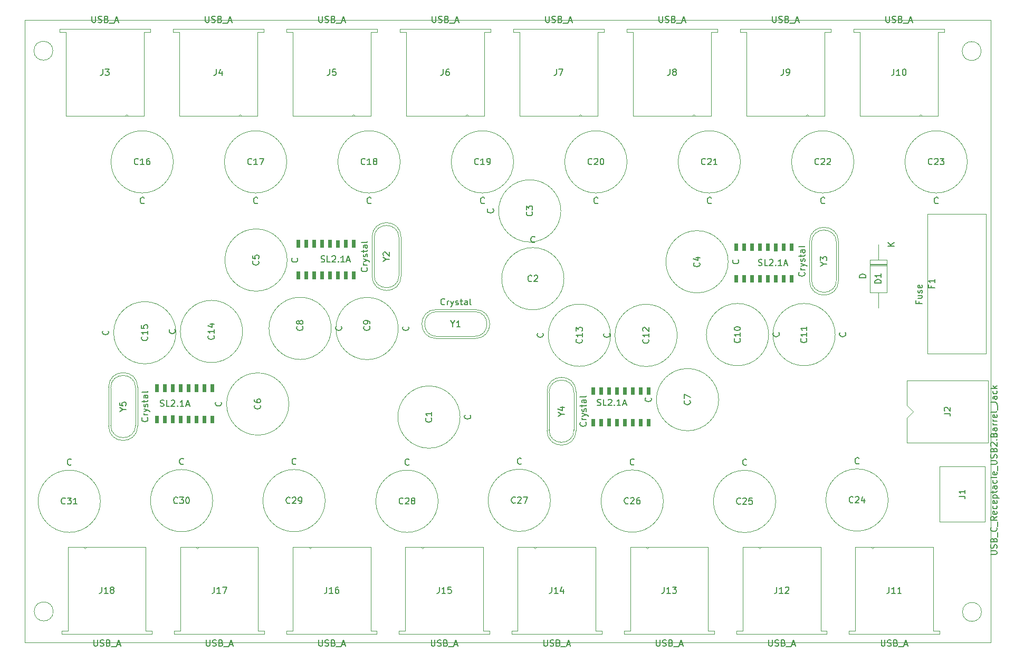
<source format=gbr>
%TF.GenerationSoftware,KiCad,Pcbnew,6.0.2+dfsg-1*%
%TF.CreationDate,2023-03-05T21:27:34-05:00*%
%TF.ProjectId,BFUSB_HUB,42465553-425f-4485-9542-2e6b69636164,rev?*%
%TF.SameCoordinates,Original*%
%TF.FileFunction,AssemblyDrawing,Top*%
%FSLAX46Y46*%
G04 Gerber Fmt 4.6, Leading zero omitted, Abs format (unit mm)*
G04 Created by KiCad (PCBNEW 6.0.2+dfsg-1) date 2023-03-05 21:27:34*
%MOMM*%
%LPD*%
G01*
G04 APERTURE LIST*
%TA.AperFunction,Profile*%
%ADD10C,0.100000*%
%TD*%
%ADD11C,0.150000*%
%ADD12C,0.100000*%
%ADD13C,0.010000*%
G04 APERTURE END LIST*
D10*
X75676843Y-108350000D02*
G75*
G03*
X75676843Y-108350000I-1526843J0D01*
G01*
X224648975Y-108425000D02*
G75*
G03*
X224648975Y-108425000I-1523975J0D01*
G01*
X224595691Y-18325000D02*
G75*
G03*
X224595691Y-18325000I-1520691J0D01*
G01*
X75620691Y-18275000D02*
G75*
G03*
X75620691Y-18275000I-1520691J0D01*
G01*
X71100000Y-13325000D02*
X226100000Y-13325000D01*
X226100000Y-13325000D02*
X226100000Y-113325000D01*
X226100000Y-113325000D02*
X71100000Y-113325000D01*
X71100000Y-113325000D02*
X71100000Y-13325000D01*
D11*
%TO.C,J17*%
X100256428Y-112927380D02*
X100256428Y-113736904D01*
X100304047Y-113832142D01*
X100351666Y-113879761D01*
X100446904Y-113927380D01*
X100637380Y-113927380D01*
X100732618Y-113879761D01*
X100780237Y-113832142D01*
X100827857Y-113736904D01*
X100827857Y-112927380D01*
X101256428Y-113879761D02*
X101399285Y-113927380D01*
X101637380Y-113927380D01*
X101732618Y-113879761D01*
X101780237Y-113832142D01*
X101827857Y-113736904D01*
X101827857Y-113641666D01*
X101780237Y-113546428D01*
X101732618Y-113498809D01*
X101637380Y-113451190D01*
X101446904Y-113403571D01*
X101351666Y-113355952D01*
X101304047Y-113308333D01*
X101256428Y-113213095D01*
X101256428Y-113117857D01*
X101304047Y-113022619D01*
X101351666Y-112975000D01*
X101446904Y-112927380D01*
X101684999Y-112927380D01*
X101827857Y-112975000D01*
X102589761Y-113403571D02*
X102732618Y-113451190D01*
X102780237Y-113498809D01*
X102827857Y-113594047D01*
X102827857Y-113736904D01*
X102780237Y-113832142D01*
X102732618Y-113879761D01*
X102637380Y-113927380D01*
X102256428Y-113927380D01*
X102256428Y-112927380D01*
X102589761Y-112927380D01*
X102684999Y-112975000D01*
X102732618Y-113022619D01*
X102780237Y-113117857D01*
X102780237Y-113213095D01*
X102732618Y-113308333D01*
X102684999Y-113355952D01*
X102589761Y-113403571D01*
X102256428Y-113403571D01*
X103018333Y-114022619D02*
X103780237Y-114022619D01*
X103970714Y-113641666D02*
X104446904Y-113641666D01*
X103875476Y-113927380D02*
X104208809Y-112927380D01*
X104542142Y-113927380D01*
X101518333Y-104427380D02*
X101518333Y-105141666D01*
X101470714Y-105284523D01*
X101375476Y-105379761D01*
X101232618Y-105427380D01*
X101137380Y-105427380D01*
X102518333Y-105427380D02*
X101946904Y-105427380D01*
X102232618Y-105427380D02*
X102232618Y-104427380D01*
X102137380Y-104570238D01*
X102042142Y-104665476D01*
X101946904Y-104713095D01*
X102851666Y-104427380D02*
X103518333Y-104427380D01*
X103089761Y-105427380D01*
%TO.C,C3*%
X146257142Y-43690476D02*
X146304761Y-43738095D01*
X146352380Y-43880952D01*
X146352380Y-43976190D01*
X146304761Y-44119047D01*
X146209523Y-44214285D01*
X146114285Y-44261904D01*
X145923809Y-44309523D01*
X145780952Y-44309523D01*
X145590476Y-44261904D01*
X145495238Y-44214285D01*
X145400000Y-44119047D01*
X145352380Y-43976190D01*
X145352380Y-43880952D01*
X145400000Y-43738095D01*
X145447619Y-43690476D01*
X152507142Y-44166666D02*
X152554761Y-44214285D01*
X152602380Y-44357142D01*
X152602380Y-44452380D01*
X152554761Y-44595238D01*
X152459523Y-44690476D01*
X152364285Y-44738095D01*
X152173809Y-44785714D01*
X152030952Y-44785714D01*
X151840476Y-44738095D01*
X151745238Y-44690476D01*
X151650000Y-44595238D01*
X151602380Y-44452380D01*
X151602380Y-44357142D01*
X151650000Y-44214285D01*
X151697619Y-44166666D01*
X151602380Y-43833333D02*
X151602380Y-43214285D01*
X151983333Y-43547619D01*
X151983333Y-43404761D01*
X152030952Y-43309523D01*
X152078571Y-43261904D01*
X152173809Y-43214285D01*
X152411904Y-43214285D01*
X152507142Y-43261904D01*
X152554761Y-43309523D01*
X152602380Y-43404761D01*
X152602380Y-43690476D01*
X152554761Y-43785714D01*
X152507142Y-43833333D01*
%TO.C,C2*%
X152959523Y-49007142D02*
X152911904Y-49054761D01*
X152769047Y-49102380D01*
X152673809Y-49102380D01*
X152530952Y-49054761D01*
X152435714Y-48959523D01*
X152388095Y-48864285D01*
X152340476Y-48673809D01*
X152340476Y-48530952D01*
X152388095Y-48340476D01*
X152435714Y-48245238D01*
X152530952Y-48150000D01*
X152673809Y-48102380D01*
X152769047Y-48102380D01*
X152911904Y-48150000D01*
X152959523Y-48197619D01*
X152483333Y-55257142D02*
X152435714Y-55304761D01*
X152292857Y-55352380D01*
X152197619Y-55352380D01*
X152054761Y-55304761D01*
X151959523Y-55209523D01*
X151911904Y-55114285D01*
X151864285Y-54923809D01*
X151864285Y-54780952D01*
X151911904Y-54590476D01*
X151959523Y-54495238D01*
X152054761Y-54400000D01*
X152197619Y-54352380D01*
X152292857Y-54352380D01*
X152435714Y-54400000D01*
X152483333Y-54447619D01*
X152864285Y-54447619D02*
X152911904Y-54400000D01*
X153007142Y-54352380D01*
X153245238Y-54352380D01*
X153340476Y-54400000D01*
X153388095Y-54447619D01*
X153435714Y-54542857D01*
X153435714Y-54638095D01*
X153388095Y-54780952D01*
X152816666Y-55352380D01*
X153435714Y-55352380D01*
%TO.C,C31*%
X78559523Y-84757142D02*
X78511904Y-84804761D01*
X78369047Y-84852380D01*
X78273809Y-84852380D01*
X78130952Y-84804761D01*
X78035714Y-84709523D01*
X77988095Y-84614285D01*
X77940476Y-84423809D01*
X77940476Y-84280952D01*
X77988095Y-84090476D01*
X78035714Y-83995238D01*
X78130952Y-83900000D01*
X78273809Y-83852380D01*
X78369047Y-83852380D01*
X78511904Y-83900000D01*
X78559523Y-83947619D01*
X77607142Y-91007142D02*
X77559523Y-91054761D01*
X77416666Y-91102380D01*
X77321428Y-91102380D01*
X77178571Y-91054761D01*
X77083333Y-90959523D01*
X77035714Y-90864285D01*
X76988095Y-90673809D01*
X76988095Y-90530952D01*
X77035714Y-90340476D01*
X77083333Y-90245238D01*
X77178571Y-90150000D01*
X77321428Y-90102380D01*
X77416666Y-90102380D01*
X77559523Y-90150000D01*
X77607142Y-90197619D01*
X77940476Y-90102380D02*
X78559523Y-90102380D01*
X78226190Y-90483333D01*
X78369047Y-90483333D01*
X78464285Y-90530952D01*
X78511904Y-90578571D01*
X78559523Y-90673809D01*
X78559523Y-90911904D01*
X78511904Y-91007142D01*
X78464285Y-91054761D01*
X78369047Y-91102380D01*
X78083333Y-91102380D01*
X77988095Y-91054761D01*
X77940476Y-91007142D01*
X79511904Y-91102380D02*
X78940476Y-91102380D01*
X79226190Y-91102380D02*
X79226190Y-90102380D01*
X79130952Y-90245238D01*
X79035714Y-90340476D01*
X78940476Y-90388095D01*
%TO.C,Y5*%
X90782142Y-77220714D02*
X90829761Y-77268333D01*
X90877380Y-77411190D01*
X90877380Y-77506428D01*
X90829761Y-77649285D01*
X90734523Y-77744523D01*
X90639285Y-77792142D01*
X90448809Y-77839761D01*
X90305952Y-77839761D01*
X90115476Y-77792142D01*
X90020238Y-77744523D01*
X89925000Y-77649285D01*
X89877380Y-77506428D01*
X89877380Y-77411190D01*
X89925000Y-77268333D01*
X89972619Y-77220714D01*
X90877380Y-76792142D02*
X90210714Y-76792142D01*
X90401190Y-76792142D02*
X90305952Y-76744523D01*
X90258333Y-76696904D01*
X90210714Y-76601666D01*
X90210714Y-76506428D01*
X90210714Y-76268333D02*
X90877380Y-76030238D01*
X90210714Y-75792142D02*
X90877380Y-76030238D01*
X91115476Y-76125476D01*
X91163095Y-76173095D01*
X91210714Y-76268333D01*
X90829761Y-75458809D02*
X90877380Y-75363571D01*
X90877380Y-75173095D01*
X90829761Y-75077857D01*
X90734523Y-75030238D01*
X90686904Y-75030238D01*
X90591666Y-75077857D01*
X90544047Y-75173095D01*
X90544047Y-75315952D01*
X90496428Y-75411190D01*
X90401190Y-75458809D01*
X90353571Y-75458809D01*
X90258333Y-75411190D01*
X90210714Y-75315952D01*
X90210714Y-75173095D01*
X90258333Y-75077857D01*
X90210714Y-74744523D02*
X90210714Y-74363571D01*
X89877380Y-74601666D02*
X90734523Y-74601666D01*
X90829761Y-74554047D01*
X90877380Y-74458809D01*
X90877380Y-74363571D01*
X90877380Y-73601666D02*
X90353571Y-73601666D01*
X90258333Y-73649285D01*
X90210714Y-73744523D01*
X90210714Y-73935000D01*
X90258333Y-74030238D01*
X90829761Y-73601666D02*
X90877380Y-73696904D01*
X90877380Y-73935000D01*
X90829761Y-74030238D01*
X90734523Y-74077857D01*
X90639285Y-74077857D01*
X90544047Y-74030238D01*
X90496428Y-73935000D01*
X90496428Y-73696904D01*
X90448809Y-73601666D01*
X90877380Y-72982619D02*
X90829761Y-73077857D01*
X90734523Y-73125476D01*
X89877380Y-73125476D01*
X86876190Y-75911190D02*
X87352380Y-75911190D01*
X86352380Y-76244523D02*
X86876190Y-75911190D01*
X86352380Y-75577857D01*
X86352380Y-74768333D02*
X86352380Y-75244523D01*
X86828571Y-75292142D01*
X86780952Y-75244523D01*
X86733333Y-75149285D01*
X86733333Y-74911190D01*
X86780952Y-74815952D01*
X86828571Y-74768333D01*
X86923809Y-74720714D01*
X87161904Y-74720714D01*
X87257142Y-74768333D01*
X87304761Y-74815952D01*
X87352380Y-74911190D01*
X87352380Y-75149285D01*
X87304761Y-75244523D01*
X87257142Y-75292142D01*
%TO.C,C28*%
X132759523Y-84757142D02*
X132711904Y-84804761D01*
X132569047Y-84852380D01*
X132473809Y-84852380D01*
X132330952Y-84804761D01*
X132235714Y-84709523D01*
X132188095Y-84614285D01*
X132140476Y-84423809D01*
X132140476Y-84280952D01*
X132188095Y-84090476D01*
X132235714Y-83995238D01*
X132330952Y-83900000D01*
X132473809Y-83852380D01*
X132569047Y-83852380D01*
X132711904Y-83900000D01*
X132759523Y-83947619D01*
X131807142Y-91007142D02*
X131759523Y-91054761D01*
X131616666Y-91102380D01*
X131521428Y-91102380D01*
X131378571Y-91054761D01*
X131283333Y-90959523D01*
X131235714Y-90864285D01*
X131188095Y-90673809D01*
X131188095Y-90530952D01*
X131235714Y-90340476D01*
X131283333Y-90245238D01*
X131378571Y-90150000D01*
X131521428Y-90102380D01*
X131616666Y-90102380D01*
X131759523Y-90150000D01*
X131807142Y-90197619D01*
X132188095Y-90197619D02*
X132235714Y-90150000D01*
X132330952Y-90102380D01*
X132569047Y-90102380D01*
X132664285Y-90150000D01*
X132711904Y-90197619D01*
X132759523Y-90292857D01*
X132759523Y-90388095D01*
X132711904Y-90530952D01*
X132140476Y-91102380D01*
X132759523Y-91102380D01*
X133330952Y-90530952D02*
X133235714Y-90483333D01*
X133188095Y-90435714D01*
X133140476Y-90340476D01*
X133140476Y-90292857D01*
X133188095Y-90197619D01*
X133235714Y-90150000D01*
X133330952Y-90102380D01*
X133521428Y-90102380D01*
X133616666Y-90150000D01*
X133664285Y-90197619D01*
X133711904Y-90292857D01*
X133711904Y-90340476D01*
X133664285Y-90435714D01*
X133616666Y-90483333D01*
X133521428Y-90530952D01*
X133330952Y-90530952D01*
X133235714Y-90578571D01*
X133188095Y-90626190D01*
X133140476Y-90721428D01*
X133140476Y-90911904D01*
X133188095Y-91007142D01*
X133235714Y-91054761D01*
X133330952Y-91102380D01*
X133521428Y-91102380D01*
X133616666Y-91054761D01*
X133664285Y-91007142D01*
X133711904Y-90911904D01*
X133711904Y-90721428D01*
X133664285Y-90626190D01*
X133616666Y-90578571D01*
X133521428Y-90530952D01*
%TO.C,J10*%
X209328571Y-12727380D02*
X209328571Y-13536904D01*
X209376190Y-13632142D01*
X209423809Y-13679761D01*
X209519047Y-13727380D01*
X209709523Y-13727380D01*
X209804761Y-13679761D01*
X209852380Y-13632142D01*
X209900000Y-13536904D01*
X209900000Y-12727380D01*
X210328571Y-13679761D02*
X210471428Y-13727380D01*
X210709523Y-13727380D01*
X210804761Y-13679761D01*
X210852380Y-13632142D01*
X210900000Y-13536904D01*
X210900000Y-13441666D01*
X210852380Y-13346428D01*
X210804761Y-13298809D01*
X210709523Y-13251190D01*
X210519047Y-13203571D01*
X210423809Y-13155952D01*
X210376190Y-13108333D01*
X210328571Y-13013095D01*
X210328571Y-12917857D01*
X210376190Y-12822619D01*
X210423809Y-12775000D01*
X210519047Y-12727380D01*
X210757142Y-12727380D01*
X210900000Y-12775000D01*
X211661904Y-13203571D02*
X211804761Y-13251190D01*
X211852380Y-13298809D01*
X211900000Y-13394047D01*
X211900000Y-13536904D01*
X211852380Y-13632142D01*
X211804761Y-13679761D01*
X211709523Y-13727380D01*
X211328571Y-13727380D01*
X211328571Y-12727380D01*
X211661904Y-12727380D01*
X211757142Y-12775000D01*
X211804761Y-12822619D01*
X211852380Y-12917857D01*
X211852380Y-13013095D01*
X211804761Y-13108333D01*
X211757142Y-13155952D01*
X211661904Y-13203571D01*
X211328571Y-13203571D01*
X212090476Y-13822619D02*
X212852380Y-13822619D01*
X213042857Y-13441666D02*
X213519047Y-13441666D01*
X212947619Y-13727380D02*
X213280952Y-12727380D01*
X213614285Y-13727380D01*
X210590476Y-21227380D02*
X210590476Y-21941666D01*
X210542857Y-22084523D01*
X210447619Y-22179761D01*
X210304761Y-22227380D01*
X210209523Y-22227380D01*
X211590476Y-22227380D02*
X211019047Y-22227380D01*
X211304761Y-22227380D02*
X211304761Y-21227380D01*
X211209523Y-21370238D01*
X211114285Y-21465476D01*
X211019047Y-21513095D01*
X212209523Y-21227380D02*
X212304761Y-21227380D01*
X212400000Y-21275000D01*
X212447619Y-21322619D01*
X212495238Y-21417857D01*
X212542857Y-21608333D01*
X212542857Y-21846428D01*
X212495238Y-22036904D01*
X212447619Y-22132142D01*
X212400000Y-22179761D01*
X212304761Y-22227380D01*
X212209523Y-22227380D01*
X212114285Y-22179761D01*
X212066666Y-22132142D01*
X212019047Y-22036904D01*
X211971428Y-21846428D01*
X211971428Y-21608333D01*
X212019047Y-21417857D01*
X212066666Y-21322619D01*
X212114285Y-21275000D01*
X212209523Y-21227380D01*
%TO.C,C17*%
X108463094Y-42732142D02*
X108415475Y-42779761D01*
X108272618Y-42827380D01*
X108177380Y-42827380D01*
X108034523Y-42779761D01*
X107939285Y-42684523D01*
X107891666Y-42589285D01*
X107844047Y-42398809D01*
X107844047Y-42255952D01*
X107891666Y-42065476D01*
X107939285Y-41970238D01*
X108034523Y-41875000D01*
X108177380Y-41827380D01*
X108272618Y-41827380D01*
X108415475Y-41875000D01*
X108463094Y-41922619D01*
X107510713Y-36482142D02*
X107463094Y-36529761D01*
X107320237Y-36577380D01*
X107224999Y-36577380D01*
X107082142Y-36529761D01*
X106986904Y-36434523D01*
X106939285Y-36339285D01*
X106891666Y-36148809D01*
X106891666Y-36005952D01*
X106939285Y-35815476D01*
X106986904Y-35720238D01*
X107082142Y-35625000D01*
X107224999Y-35577380D01*
X107320237Y-35577380D01*
X107463094Y-35625000D01*
X107510713Y-35672619D01*
X108463094Y-36577380D02*
X107891666Y-36577380D01*
X108177380Y-36577380D02*
X108177380Y-35577380D01*
X108082142Y-35720238D01*
X107986904Y-35815476D01*
X107891666Y-35863095D01*
X108796428Y-35577380D02*
X109463094Y-35577380D01*
X109034523Y-36577380D01*
%TO.C,U3*%
X188864476Y-52729761D02*
X189007333Y-52777380D01*
X189245428Y-52777380D01*
X189340666Y-52729761D01*
X189388285Y-52682142D01*
X189435904Y-52586904D01*
X189435904Y-52491666D01*
X189388285Y-52396428D01*
X189340666Y-52348809D01*
X189245428Y-52301190D01*
X189054952Y-52253571D01*
X188959714Y-52205952D01*
X188912095Y-52158333D01*
X188864476Y-52063095D01*
X188864476Y-51967857D01*
X188912095Y-51872619D01*
X188959714Y-51825000D01*
X189054952Y-51777380D01*
X189293047Y-51777380D01*
X189435904Y-51825000D01*
X190340666Y-52777380D02*
X189864476Y-52777380D01*
X189864476Y-51777380D01*
X190626380Y-51872619D02*
X190674000Y-51825000D01*
X190769238Y-51777380D01*
X191007333Y-51777380D01*
X191102571Y-51825000D01*
X191150190Y-51872619D01*
X191197809Y-51967857D01*
X191197809Y-52063095D01*
X191150190Y-52205952D01*
X190578761Y-52777380D01*
X191197809Y-52777380D01*
X191626380Y-52682142D02*
X191674000Y-52729761D01*
X191626380Y-52777380D01*
X191578761Y-52729761D01*
X191626380Y-52682142D01*
X191626380Y-52777380D01*
X192626380Y-52777380D02*
X192054952Y-52777380D01*
X192340666Y-52777380D02*
X192340666Y-51777380D01*
X192245428Y-51920238D01*
X192150190Y-52015476D01*
X192054952Y-52063095D01*
X193007333Y-52491666D02*
X193483523Y-52491666D01*
X192912095Y-52777380D02*
X193245428Y-51777380D01*
X193578761Y-52777380D01*
%TO.C,Y2*%
X126007142Y-53125714D02*
X126054761Y-53173333D01*
X126102380Y-53316190D01*
X126102380Y-53411428D01*
X126054761Y-53554285D01*
X125959523Y-53649523D01*
X125864285Y-53697142D01*
X125673809Y-53744761D01*
X125530952Y-53744761D01*
X125340476Y-53697142D01*
X125245238Y-53649523D01*
X125150000Y-53554285D01*
X125102380Y-53411428D01*
X125102380Y-53316190D01*
X125150000Y-53173333D01*
X125197619Y-53125714D01*
X126102380Y-52697142D02*
X125435714Y-52697142D01*
X125626190Y-52697142D02*
X125530952Y-52649523D01*
X125483333Y-52601904D01*
X125435714Y-52506666D01*
X125435714Y-52411428D01*
X125435714Y-52173333D02*
X126102380Y-51935238D01*
X125435714Y-51697142D02*
X126102380Y-51935238D01*
X126340476Y-52030476D01*
X126388095Y-52078095D01*
X126435714Y-52173333D01*
X126054761Y-51363809D02*
X126102380Y-51268571D01*
X126102380Y-51078095D01*
X126054761Y-50982857D01*
X125959523Y-50935238D01*
X125911904Y-50935238D01*
X125816666Y-50982857D01*
X125769047Y-51078095D01*
X125769047Y-51220952D01*
X125721428Y-51316190D01*
X125626190Y-51363809D01*
X125578571Y-51363809D01*
X125483333Y-51316190D01*
X125435714Y-51220952D01*
X125435714Y-51078095D01*
X125483333Y-50982857D01*
X125435714Y-50649523D02*
X125435714Y-50268571D01*
X125102380Y-50506666D02*
X125959523Y-50506666D01*
X126054761Y-50459047D01*
X126102380Y-50363809D01*
X126102380Y-50268571D01*
X126102380Y-49506666D02*
X125578571Y-49506666D01*
X125483333Y-49554285D01*
X125435714Y-49649523D01*
X125435714Y-49840000D01*
X125483333Y-49935238D01*
X126054761Y-49506666D02*
X126102380Y-49601904D01*
X126102380Y-49840000D01*
X126054761Y-49935238D01*
X125959523Y-49982857D01*
X125864285Y-49982857D01*
X125769047Y-49935238D01*
X125721428Y-49840000D01*
X125721428Y-49601904D01*
X125673809Y-49506666D01*
X126102380Y-48887619D02*
X126054761Y-48982857D01*
X125959523Y-49030476D01*
X125102380Y-49030476D01*
X129151190Y-51816190D02*
X129627380Y-51816190D01*
X128627380Y-52149523D02*
X129151190Y-51816190D01*
X128627380Y-51482857D01*
X128722619Y-51197142D02*
X128675000Y-51149523D01*
X128627380Y-51054285D01*
X128627380Y-50816190D01*
X128675000Y-50720952D01*
X128722619Y-50673333D01*
X128817857Y-50625714D01*
X128913095Y-50625714D01*
X129055952Y-50673333D01*
X129627380Y-51244761D01*
X129627380Y-50625714D01*
%TO.C,U5*%
X92866476Y-75354761D02*
X93009333Y-75402380D01*
X93247428Y-75402380D01*
X93342666Y-75354761D01*
X93390285Y-75307142D01*
X93437904Y-75211904D01*
X93437904Y-75116666D01*
X93390285Y-75021428D01*
X93342666Y-74973809D01*
X93247428Y-74926190D01*
X93056952Y-74878571D01*
X92961714Y-74830952D01*
X92914095Y-74783333D01*
X92866476Y-74688095D01*
X92866476Y-74592857D01*
X92914095Y-74497619D01*
X92961714Y-74450000D01*
X93056952Y-74402380D01*
X93295047Y-74402380D01*
X93437904Y-74450000D01*
X94342666Y-75402380D02*
X93866476Y-75402380D01*
X93866476Y-74402380D01*
X94628380Y-74497619D02*
X94676000Y-74450000D01*
X94771238Y-74402380D01*
X95009333Y-74402380D01*
X95104571Y-74450000D01*
X95152190Y-74497619D01*
X95199809Y-74592857D01*
X95199809Y-74688095D01*
X95152190Y-74830952D01*
X94580761Y-75402380D01*
X95199809Y-75402380D01*
X95628380Y-75307142D02*
X95676000Y-75354761D01*
X95628380Y-75402380D01*
X95580761Y-75354761D01*
X95628380Y-75307142D01*
X95628380Y-75402380D01*
X96628380Y-75402380D02*
X96056952Y-75402380D01*
X96342666Y-75402380D02*
X96342666Y-74402380D01*
X96247428Y-74545238D01*
X96152190Y-74640476D01*
X96056952Y-74688095D01*
X97009333Y-75116666D02*
X97485523Y-75116666D01*
X96914095Y-75402380D02*
X97247428Y-74402380D01*
X97580761Y-75402380D01*
%TO.C,U2*%
X118664476Y-52179761D02*
X118807333Y-52227380D01*
X119045428Y-52227380D01*
X119140666Y-52179761D01*
X119188285Y-52132142D01*
X119235904Y-52036904D01*
X119235904Y-51941666D01*
X119188285Y-51846428D01*
X119140666Y-51798809D01*
X119045428Y-51751190D01*
X118854952Y-51703571D01*
X118759714Y-51655952D01*
X118712095Y-51608333D01*
X118664476Y-51513095D01*
X118664476Y-51417857D01*
X118712095Y-51322619D01*
X118759714Y-51275000D01*
X118854952Y-51227380D01*
X119093047Y-51227380D01*
X119235904Y-51275000D01*
X120140666Y-52227380D02*
X119664476Y-52227380D01*
X119664476Y-51227380D01*
X120426380Y-51322619D02*
X120474000Y-51275000D01*
X120569238Y-51227380D01*
X120807333Y-51227380D01*
X120902571Y-51275000D01*
X120950190Y-51322619D01*
X120997809Y-51417857D01*
X120997809Y-51513095D01*
X120950190Y-51655952D01*
X120378761Y-52227380D01*
X120997809Y-52227380D01*
X121426380Y-52132142D02*
X121474000Y-52179761D01*
X121426380Y-52227380D01*
X121378761Y-52179761D01*
X121426380Y-52132142D01*
X121426380Y-52227380D01*
X122426380Y-52227380D02*
X121854952Y-52227380D01*
X122140666Y-52227380D02*
X122140666Y-51227380D01*
X122045428Y-51370238D01*
X121950190Y-51465476D01*
X121854952Y-51513095D01*
X122807333Y-51941666D02*
X123283523Y-51941666D01*
X122712095Y-52227380D02*
X123045428Y-51227380D01*
X123378761Y-52227380D01*
%TO.C,C7*%
X171582142Y-74015476D02*
X171629761Y-74063095D01*
X171677380Y-74205952D01*
X171677380Y-74301190D01*
X171629761Y-74444047D01*
X171534523Y-74539285D01*
X171439285Y-74586904D01*
X171248809Y-74634523D01*
X171105952Y-74634523D01*
X170915476Y-74586904D01*
X170820238Y-74539285D01*
X170725000Y-74444047D01*
X170677380Y-74301190D01*
X170677380Y-74205952D01*
X170725000Y-74063095D01*
X170772619Y-74015476D01*
X177832142Y-74491666D02*
X177879761Y-74539285D01*
X177927380Y-74682142D01*
X177927380Y-74777380D01*
X177879761Y-74920238D01*
X177784523Y-75015476D01*
X177689285Y-75063095D01*
X177498809Y-75110714D01*
X177355952Y-75110714D01*
X177165476Y-75063095D01*
X177070238Y-75015476D01*
X176975000Y-74920238D01*
X176927380Y-74777380D01*
X176927380Y-74682142D01*
X176975000Y-74539285D01*
X177022619Y-74491666D01*
X176927380Y-74158333D02*
X176927380Y-73491666D01*
X177927380Y-73920238D01*
%TO.C,C19*%
X144870236Y-42732142D02*
X144822617Y-42779761D01*
X144679760Y-42827380D01*
X144584522Y-42827380D01*
X144441665Y-42779761D01*
X144346427Y-42684523D01*
X144298808Y-42589285D01*
X144251189Y-42398809D01*
X144251189Y-42255952D01*
X144298808Y-42065476D01*
X144346427Y-41970238D01*
X144441665Y-41875000D01*
X144584522Y-41827380D01*
X144679760Y-41827380D01*
X144822617Y-41875000D01*
X144870236Y-41922619D01*
X143917855Y-36482142D02*
X143870236Y-36529761D01*
X143727379Y-36577380D01*
X143632141Y-36577380D01*
X143489284Y-36529761D01*
X143394046Y-36434523D01*
X143346427Y-36339285D01*
X143298808Y-36148809D01*
X143298808Y-36005952D01*
X143346427Y-35815476D01*
X143394046Y-35720238D01*
X143489284Y-35625000D01*
X143632141Y-35577380D01*
X143727379Y-35577380D01*
X143870236Y-35625000D01*
X143917855Y-35672619D01*
X144870236Y-36577380D02*
X144298808Y-36577380D01*
X144584522Y-36577380D02*
X144584522Y-35577380D01*
X144489284Y-35720238D01*
X144394046Y-35815476D01*
X144298808Y-35863095D01*
X145346427Y-36577380D02*
X145536903Y-36577380D01*
X145632141Y-36529761D01*
X145679760Y-36482142D01*
X145774998Y-36339285D01*
X145822617Y-36148809D01*
X145822617Y-35767857D01*
X145774998Y-35672619D01*
X145727379Y-35625000D01*
X145632141Y-35577380D01*
X145441665Y-35577380D01*
X145346427Y-35625000D01*
X145298808Y-35672619D01*
X145251189Y-35767857D01*
X145251189Y-36005952D01*
X145298808Y-36101190D01*
X145346427Y-36148809D01*
X145441665Y-36196428D01*
X145632141Y-36196428D01*
X145727379Y-36148809D01*
X145774998Y-36101190D01*
X145822617Y-36005952D01*
%TO.C,J1*%
X226132380Y-99195476D02*
X226941904Y-99195476D01*
X227037142Y-99147857D01*
X227084761Y-99100238D01*
X227132380Y-99005000D01*
X227132380Y-98814523D01*
X227084761Y-98719285D01*
X227037142Y-98671666D01*
X226941904Y-98624047D01*
X226132380Y-98624047D01*
X227084761Y-98195476D02*
X227132380Y-98052619D01*
X227132380Y-97814523D01*
X227084761Y-97719285D01*
X227037142Y-97671666D01*
X226941904Y-97624047D01*
X226846666Y-97624047D01*
X226751428Y-97671666D01*
X226703809Y-97719285D01*
X226656190Y-97814523D01*
X226608571Y-98005000D01*
X226560952Y-98100238D01*
X226513333Y-98147857D01*
X226418095Y-98195476D01*
X226322857Y-98195476D01*
X226227619Y-98147857D01*
X226180000Y-98100238D01*
X226132380Y-98005000D01*
X226132380Y-97766904D01*
X226180000Y-97624047D01*
X226608571Y-96862142D02*
X226656190Y-96719285D01*
X226703809Y-96671666D01*
X226799047Y-96624047D01*
X226941904Y-96624047D01*
X227037142Y-96671666D01*
X227084761Y-96719285D01*
X227132380Y-96814523D01*
X227132380Y-97195476D01*
X226132380Y-97195476D01*
X226132380Y-96862142D01*
X226180000Y-96766904D01*
X226227619Y-96719285D01*
X226322857Y-96671666D01*
X226418095Y-96671666D01*
X226513333Y-96719285D01*
X226560952Y-96766904D01*
X226608571Y-96862142D01*
X226608571Y-97195476D01*
X227227619Y-96433571D02*
X227227619Y-95671666D01*
X227037142Y-94862142D02*
X227084761Y-94909761D01*
X227132380Y-95052619D01*
X227132380Y-95147857D01*
X227084761Y-95290714D01*
X226989523Y-95385952D01*
X226894285Y-95433571D01*
X226703809Y-95481190D01*
X226560952Y-95481190D01*
X226370476Y-95433571D01*
X226275238Y-95385952D01*
X226180000Y-95290714D01*
X226132380Y-95147857D01*
X226132380Y-95052619D01*
X226180000Y-94909761D01*
X226227619Y-94862142D01*
X227227619Y-94671666D02*
X227227619Y-93909761D01*
X227132380Y-93100238D02*
X226656190Y-93433571D01*
X227132380Y-93671666D02*
X226132380Y-93671666D01*
X226132380Y-93290714D01*
X226180000Y-93195476D01*
X226227619Y-93147857D01*
X226322857Y-93100238D01*
X226465714Y-93100238D01*
X226560952Y-93147857D01*
X226608571Y-93195476D01*
X226656190Y-93290714D01*
X226656190Y-93671666D01*
X227084761Y-92290714D02*
X227132380Y-92385952D01*
X227132380Y-92576428D01*
X227084761Y-92671666D01*
X226989523Y-92719285D01*
X226608571Y-92719285D01*
X226513333Y-92671666D01*
X226465714Y-92576428D01*
X226465714Y-92385952D01*
X226513333Y-92290714D01*
X226608571Y-92243095D01*
X226703809Y-92243095D01*
X226799047Y-92719285D01*
X227084761Y-91385952D02*
X227132380Y-91481190D01*
X227132380Y-91671666D01*
X227084761Y-91766904D01*
X227037142Y-91814523D01*
X226941904Y-91862142D01*
X226656190Y-91862142D01*
X226560952Y-91814523D01*
X226513333Y-91766904D01*
X226465714Y-91671666D01*
X226465714Y-91481190D01*
X226513333Y-91385952D01*
X227084761Y-90576428D02*
X227132380Y-90671666D01*
X227132380Y-90862142D01*
X227084761Y-90957380D01*
X226989523Y-91005000D01*
X226608571Y-91005000D01*
X226513333Y-90957380D01*
X226465714Y-90862142D01*
X226465714Y-90671666D01*
X226513333Y-90576428D01*
X226608571Y-90528809D01*
X226703809Y-90528809D01*
X226799047Y-91005000D01*
X226465714Y-90100238D02*
X227465714Y-90100238D01*
X226513333Y-90100238D02*
X226465714Y-90005000D01*
X226465714Y-89814523D01*
X226513333Y-89719285D01*
X226560952Y-89671666D01*
X226656190Y-89624047D01*
X226941904Y-89624047D01*
X227037142Y-89671666D01*
X227084761Y-89719285D01*
X227132380Y-89814523D01*
X227132380Y-90005000D01*
X227084761Y-90100238D01*
X226465714Y-89338333D02*
X226465714Y-88957380D01*
X226132380Y-89195476D02*
X226989523Y-89195476D01*
X227084761Y-89147857D01*
X227132380Y-89052619D01*
X227132380Y-88957380D01*
X227132380Y-88195476D02*
X226608571Y-88195476D01*
X226513333Y-88243095D01*
X226465714Y-88338333D01*
X226465714Y-88528809D01*
X226513333Y-88624047D01*
X227084761Y-88195476D02*
X227132380Y-88290714D01*
X227132380Y-88528809D01*
X227084761Y-88624047D01*
X226989523Y-88671666D01*
X226894285Y-88671666D01*
X226799047Y-88624047D01*
X226751428Y-88528809D01*
X226751428Y-88290714D01*
X226703809Y-88195476D01*
X227084761Y-87290714D02*
X227132380Y-87385952D01*
X227132380Y-87576428D01*
X227084761Y-87671666D01*
X227037142Y-87719285D01*
X226941904Y-87766904D01*
X226656190Y-87766904D01*
X226560952Y-87719285D01*
X226513333Y-87671666D01*
X226465714Y-87576428D01*
X226465714Y-87385952D01*
X226513333Y-87290714D01*
X227132380Y-86719285D02*
X227084761Y-86814523D01*
X226989523Y-86862142D01*
X226132380Y-86862142D01*
X227084761Y-85957380D02*
X227132380Y-86052619D01*
X227132380Y-86243095D01*
X227084761Y-86338333D01*
X226989523Y-86385952D01*
X226608571Y-86385952D01*
X226513333Y-86338333D01*
X226465714Y-86243095D01*
X226465714Y-86052619D01*
X226513333Y-85957380D01*
X226608571Y-85909761D01*
X226703809Y-85909761D01*
X226799047Y-86385952D01*
X227227619Y-85719285D02*
X227227619Y-84957380D01*
X226132380Y-84719285D02*
X226941904Y-84719285D01*
X227037142Y-84671666D01*
X227084761Y-84624047D01*
X227132380Y-84528809D01*
X227132380Y-84338333D01*
X227084761Y-84243095D01*
X227037142Y-84195476D01*
X226941904Y-84147857D01*
X226132380Y-84147857D01*
X227084761Y-83719285D02*
X227132380Y-83576428D01*
X227132380Y-83338333D01*
X227084761Y-83243095D01*
X227037142Y-83195476D01*
X226941904Y-83147857D01*
X226846666Y-83147857D01*
X226751428Y-83195476D01*
X226703809Y-83243095D01*
X226656190Y-83338333D01*
X226608571Y-83528809D01*
X226560952Y-83624047D01*
X226513333Y-83671666D01*
X226418095Y-83719285D01*
X226322857Y-83719285D01*
X226227619Y-83671666D01*
X226180000Y-83624047D01*
X226132380Y-83528809D01*
X226132380Y-83290714D01*
X226180000Y-83147857D01*
X226608571Y-82385952D02*
X226656190Y-82243095D01*
X226703809Y-82195476D01*
X226799047Y-82147857D01*
X226941904Y-82147857D01*
X227037142Y-82195476D01*
X227084761Y-82243095D01*
X227132380Y-82338333D01*
X227132380Y-82719285D01*
X226132380Y-82719285D01*
X226132380Y-82385952D01*
X226180000Y-82290714D01*
X226227619Y-82243095D01*
X226322857Y-82195476D01*
X226418095Y-82195476D01*
X226513333Y-82243095D01*
X226560952Y-82290714D01*
X226608571Y-82385952D01*
X226608571Y-82719285D01*
X226227619Y-81766904D02*
X226180000Y-81719285D01*
X226132380Y-81624047D01*
X226132380Y-81385952D01*
X226180000Y-81290714D01*
X226227619Y-81243095D01*
X226322857Y-81195476D01*
X226418095Y-81195476D01*
X226560952Y-81243095D01*
X227132380Y-81814523D01*
X227132380Y-81195476D01*
X227037142Y-80766904D02*
X227084761Y-80719285D01*
X227132380Y-80766904D01*
X227084761Y-80814523D01*
X227037142Y-80766904D01*
X227132380Y-80766904D01*
X226132380Y-80100238D02*
X226132380Y-80005000D01*
X226180000Y-79909761D01*
X226227619Y-79862142D01*
X226322857Y-79814523D01*
X226513333Y-79766904D01*
X226751428Y-79766904D01*
X226941904Y-79814523D01*
X227037142Y-79862142D01*
X227084761Y-79909761D01*
X227132380Y-80005000D01*
X227132380Y-80100238D01*
X227084761Y-80195476D01*
X227037142Y-80243095D01*
X226941904Y-80290714D01*
X226751428Y-80338333D01*
X226513333Y-80338333D01*
X226322857Y-80290714D01*
X226227619Y-80243095D01*
X226180000Y-80195476D01*
X226132380Y-80100238D01*
X221032380Y-89838333D02*
X221746666Y-89838333D01*
X221889523Y-89885952D01*
X221984761Y-89981190D01*
X222032380Y-90124047D01*
X222032380Y-90219285D01*
X222032380Y-88838333D02*
X222032380Y-89409761D01*
X222032380Y-89124047D02*
X221032380Y-89124047D01*
X221175238Y-89219285D01*
X221270476Y-89314523D01*
X221318095Y-89409761D01*
%TO.C,C25*%
X186934523Y-84782142D02*
X186886904Y-84829761D01*
X186744047Y-84877380D01*
X186648809Y-84877380D01*
X186505952Y-84829761D01*
X186410714Y-84734523D01*
X186363095Y-84639285D01*
X186315476Y-84448809D01*
X186315476Y-84305952D01*
X186363095Y-84115476D01*
X186410714Y-84020238D01*
X186505952Y-83925000D01*
X186648809Y-83877380D01*
X186744047Y-83877380D01*
X186886904Y-83925000D01*
X186934523Y-83972619D01*
X185982142Y-91032142D02*
X185934523Y-91079761D01*
X185791666Y-91127380D01*
X185696428Y-91127380D01*
X185553571Y-91079761D01*
X185458333Y-90984523D01*
X185410714Y-90889285D01*
X185363095Y-90698809D01*
X185363095Y-90555952D01*
X185410714Y-90365476D01*
X185458333Y-90270238D01*
X185553571Y-90175000D01*
X185696428Y-90127380D01*
X185791666Y-90127380D01*
X185934523Y-90175000D01*
X185982142Y-90222619D01*
X186363095Y-90222619D02*
X186410714Y-90175000D01*
X186505952Y-90127380D01*
X186744047Y-90127380D01*
X186839285Y-90175000D01*
X186886904Y-90222619D01*
X186934523Y-90317857D01*
X186934523Y-90413095D01*
X186886904Y-90555952D01*
X186315476Y-91127380D01*
X186934523Y-91127380D01*
X187839285Y-90127380D02*
X187363095Y-90127380D01*
X187315476Y-90603571D01*
X187363095Y-90555952D01*
X187458333Y-90508333D01*
X187696428Y-90508333D01*
X187791666Y-90555952D01*
X187839285Y-90603571D01*
X187886904Y-90698809D01*
X187886904Y-90936904D01*
X187839285Y-91032142D01*
X187791666Y-91079761D01*
X187696428Y-91127380D01*
X187458333Y-91127380D01*
X187363095Y-91079761D01*
X187315476Y-91032142D01*
%TO.C,Y3*%
X196207142Y-53870714D02*
X196254761Y-53918333D01*
X196302380Y-54061190D01*
X196302380Y-54156428D01*
X196254761Y-54299285D01*
X196159523Y-54394523D01*
X196064285Y-54442142D01*
X195873809Y-54489761D01*
X195730952Y-54489761D01*
X195540476Y-54442142D01*
X195445238Y-54394523D01*
X195350000Y-54299285D01*
X195302380Y-54156428D01*
X195302380Y-54061190D01*
X195350000Y-53918333D01*
X195397619Y-53870714D01*
X196302380Y-53442142D02*
X195635714Y-53442142D01*
X195826190Y-53442142D02*
X195730952Y-53394523D01*
X195683333Y-53346904D01*
X195635714Y-53251666D01*
X195635714Y-53156428D01*
X195635714Y-52918333D02*
X196302380Y-52680238D01*
X195635714Y-52442142D02*
X196302380Y-52680238D01*
X196540476Y-52775476D01*
X196588095Y-52823095D01*
X196635714Y-52918333D01*
X196254761Y-52108809D02*
X196302380Y-52013571D01*
X196302380Y-51823095D01*
X196254761Y-51727857D01*
X196159523Y-51680238D01*
X196111904Y-51680238D01*
X196016666Y-51727857D01*
X195969047Y-51823095D01*
X195969047Y-51965952D01*
X195921428Y-52061190D01*
X195826190Y-52108809D01*
X195778571Y-52108809D01*
X195683333Y-52061190D01*
X195635714Y-51965952D01*
X195635714Y-51823095D01*
X195683333Y-51727857D01*
X195635714Y-51394523D02*
X195635714Y-51013571D01*
X195302380Y-51251666D02*
X196159523Y-51251666D01*
X196254761Y-51204047D01*
X196302380Y-51108809D01*
X196302380Y-51013571D01*
X196302380Y-50251666D02*
X195778571Y-50251666D01*
X195683333Y-50299285D01*
X195635714Y-50394523D01*
X195635714Y-50585000D01*
X195683333Y-50680238D01*
X196254761Y-50251666D02*
X196302380Y-50346904D01*
X196302380Y-50585000D01*
X196254761Y-50680238D01*
X196159523Y-50727857D01*
X196064285Y-50727857D01*
X195969047Y-50680238D01*
X195921428Y-50585000D01*
X195921428Y-50346904D01*
X195873809Y-50251666D01*
X196302380Y-49632619D02*
X196254761Y-49727857D01*
X196159523Y-49775476D01*
X195302380Y-49775476D01*
X199351190Y-52561190D02*
X199827380Y-52561190D01*
X198827380Y-52894523D02*
X199351190Y-52561190D01*
X198827380Y-52227857D01*
X198827380Y-51989761D02*
X198827380Y-51370714D01*
X199208333Y-51704047D01*
X199208333Y-51561190D01*
X199255952Y-51465952D01*
X199303571Y-51418333D01*
X199398809Y-51370714D01*
X199636904Y-51370714D01*
X199732142Y-51418333D01*
X199779761Y-51465952D01*
X199827380Y-51561190D01*
X199827380Y-51846904D01*
X199779761Y-51942142D01*
X199732142Y-51989761D01*
%TO.C,U4*%
X162984276Y-75213761D02*
X163127133Y-75261380D01*
X163365228Y-75261380D01*
X163460466Y-75213761D01*
X163508085Y-75166142D01*
X163555704Y-75070904D01*
X163555704Y-74975666D01*
X163508085Y-74880428D01*
X163460466Y-74832809D01*
X163365228Y-74785190D01*
X163174752Y-74737571D01*
X163079514Y-74689952D01*
X163031895Y-74642333D01*
X162984276Y-74547095D01*
X162984276Y-74451857D01*
X163031895Y-74356619D01*
X163079514Y-74309000D01*
X163174752Y-74261380D01*
X163412847Y-74261380D01*
X163555704Y-74309000D01*
X164460466Y-75261380D02*
X163984276Y-75261380D01*
X163984276Y-74261380D01*
X164746180Y-74356619D02*
X164793800Y-74309000D01*
X164889038Y-74261380D01*
X165127133Y-74261380D01*
X165222371Y-74309000D01*
X165269990Y-74356619D01*
X165317609Y-74451857D01*
X165317609Y-74547095D01*
X165269990Y-74689952D01*
X164698561Y-75261380D01*
X165317609Y-75261380D01*
X165746180Y-75166142D02*
X165793800Y-75213761D01*
X165746180Y-75261380D01*
X165698561Y-75213761D01*
X165746180Y-75166142D01*
X165746180Y-75261380D01*
X166746180Y-75261380D02*
X166174752Y-75261380D01*
X166460466Y-75261380D02*
X166460466Y-74261380D01*
X166365228Y-74404238D01*
X166269990Y-74499476D01*
X166174752Y-74547095D01*
X167127133Y-74975666D02*
X167603323Y-74975666D01*
X167031895Y-75261380D02*
X167365228Y-74261380D01*
X167698561Y-75261380D01*
%TO.C,J3*%
X81903571Y-12727380D02*
X81903571Y-13536904D01*
X81951190Y-13632142D01*
X81998809Y-13679761D01*
X82094047Y-13727380D01*
X82284523Y-13727380D01*
X82379761Y-13679761D01*
X82427380Y-13632142D01*
X82475000Y-13536904D01*
X82475000Y-12727380D01*
X82903571Y-13679761D02*
X83046428Y-13727380D01*
X83284523Y-13727380D01*
X83379761Y-13679761D01*
X83427380Y-13632142D01*
X83475000Y-13536904D01*
X83475000Y-13441666D01*
X83427380Y-13346428D01*
X83379761Y-13298809D01*
X83284523Y-13251190D01*
X83094047Y-13203571D01*
X82998809Y-13155952D01*
X82951190Y-13108333D01*
X82903571Y-13013095D01*
X82903571Y-12917857D01*
X82951190Y-12822619D01*
X82998809Y-12775000D01*
X83094047Y-12727380D01*
X83332142Y-12727380D01*
X83475000Y-12775000D01*
X84236904Y-13203571D02*
X84379761Y-13251190D01*
X84427380Y-13298809D01*
X84475000Y-13394047D01*
X84475000Y-13536904D01*
X84427380Y-13632142D01*
X84379761Y-13679761D01*
X84284523Y-13727380D01*
X83903571Y-13727380D01*
X83903571Y-12727380D01*
X84236904Y-12727380D01*
X84332142Y-12775000D01*
X84379761Y-12822619D01*
X84427380Y-12917857D01*
X84427380Y-13013095D01*
X84379761Y-13108333D01*
X84332142Y-13155952D01*
X84236904Y-13203571D01*
X83903571Y-13203571D01*
X84665476Y-13822619D02*
X85427380Y-13822619D01*
X85617857Y-13441666D02*
X86094047Y-13441666D01*
X85522619Y-13727380D02*
X85855952Y-12727380D01*
X86189285Y-13727380D01*
X83641666Y-21227380D02*
X83641666Y-21941666D01*
X83594047Y-22084523D01*
X83498809Y-22179761D01*
X83355952Y-22227380D01*
X83260714Y-22227380D01*
X84022619Y-21227380D02*
X84641666Y-21227380D01*
X84308333Y-21608333D01*
X84451190Y-21608333D01*
X84546428Y-21655952D01*
X84594047Y-21703571D01*
X84641666Y-21798809D01*
X84641666Y-22036904D01*
X84594047Y-22132142D01*
X84546428Y-22179761D01*
X84451190Y-22227380D01*
X84165476Y-22227380D01*
X84070238Y-22179761D01*
X84022619Y-22132142D01*
%TO.C,Y4*%
X161132142Y-77970714D02*
X161179761Y-78018333D01*
X161227380Y-78161190D01*
X161227380Y-78256428D01*
X161179761Y-78399285D01*
X161084523Y-78494523D01*
X160989285Y-78542142D01*
X160798809Y-78589761D01*
X160655952Y-78589761D01*
X160465476Y-78542142D01*
X160370238Y-78494523D01*
X160275000Y-78399285D01*
X160227380Y-78256428D01*
X160227380Y-78161190D01*
X160275000Y-78018333D01*
X160322619Y-77970714D01*
X161227380Y-77542142D02*
X160560714Y-77542142D01*
X160751190Y-77542142D02*
X160655952Y-77494523D01*
X160608333Y-77446904D01*
X160560714Y-77351666D01*
X160560714Y-77256428D01*
X160560714Y-77018333D02*
X161227380Y-76780238D01*
X160560714Y-76542142D02*
X161227380Y-76780238D01*
X161465476Y-76875476D01*
X161513095Y-76923095D01*
X161560714Y-77018333D01*
X161179761Y-76208809D02*
X161227380Y-76113571D01*
X161227380Y-75923095D01*
X161179761Y-75827857D01*
X161084523Y-75780238D01*
X161036904Y-75780238D01*
X160941666Y-75827857D01*
X160894047Y-75923095D01*
X160894047Y-76065952D01*
X160846428Y-76161190D01*
X160751190Y-76208809D01*
X160703571Y-76208809D01*
X160608333Y-76161190D01*
X160560714Y-76065952D01*
X160560714Y-75923095D01*
X160608333Y-75827857D01*
X160560714Y-75494523D02*
X160560714Y-75113571D01*
X160227380Y-75351666D02*
X161084523Y-75351666D01*
X161179761Y-75304047D01*
X161227380Y-75208809D01*
X161227380Y-75113571D01*
X161227380Y-74351666D02*
X160703571Y-74351666D01*
X160608333Y-74399285D01*
X160560714Y-74494523D01*
X160560714Y-74685000D01*
X160608333Y-74780238D01*
X161179761Y-74351666D02*
X161227380Y-74446904D01*
X161227380Y-74685000D01*
X161179761Y-74780238D01*
X161084523Y-74827857D01*
X160989285Y-74827857D01*
X160894047Y-74780238D01*
X160846428Y-74685000D01*
X160846428Y-74446904D01*
X160798809Y-74351666D01*
X161227380Y-73732619D02*
X161179761Y-73827857D01*
X161084523Y-73875476D01*
X160227380Y-73875476D01*
X157226190Y-76661190D02*
X157702380Y-76661190D01*
X156702380Y-76994523D02*
X157226190Y-76661190D01*
X156702380Y-76327857D01*
X157035714Y-75565952D02*
X157702380Y-75565952D01*
X156654761Y-75804047D02*
X157369047Y-76042142D01*
X157369047Y-75423095D01*
%TO.C,C22*%
X199480949Y-42732142D02*
X199433330Y-42779761D01*
X199290473Y-42827380D01*
X199195235Y-42827380D01*
X199052378Y-42779761D01*
X198957140Y-42684523D01*
X198909521Y-42589285D01*
X198861902Y-42398809D01*
X198861902Y-42255952D01*
X198909521Y-42065476D01*
X198957140Y-41970238D01*
X199052378Y-41875000D01*
X199195235Y-41827380D01*
X199290473Y-41827380D01*
X199433330Y-41875000D01*
X199480949Y-41922619D01*
X198528568Y-36482142D02*
X198480949Y-36529761D01*
X198338092Y-36577380D01*
X198242854Y-36577380D01*
X198099997Y-36529761D01*
X198004759Y-36434523D01*
X197957140Y-36339285D01*
X197909521Y-36148809D01*
X197909521Y-36005952D01*
X197957140Y-35815476D01*
X198004759Y-35720238D01*
X198099997Y-35625000D01*
X198242854Y-35577380D01*
X198338092Y-35577380D01*
X198480949Y-35625000D01*
X198528568Y-35672619D01*
X198909521Y-35672619D02*
X198957140Y-35625000D01*
X199052378Y-35577380D01*
X199290473Y-35577380D01*
X199385711Y-35625000D01*
X199433330Y-35672619D01*
X199480949Y-35767857D01*
X199480949Y-35863095D01*
X199433330Y-36005952D01*
X198861902Y-36577380D01*
X199480949Y-36577380D01*
X199861902Y-35672619D02*
X199909521Y-35625000D01*
X200004759Y-35577380D01*
X200242854Y-35577380D01*
X200338092Y-35625000D01*
X200385711Y-35672619D01*
X200433330Y-35767857D01*
X200433330Y-35863095D01*
X200385711Y-36005952D01*
X199814283Y-36577380D01*
X200433330Y-36577380D01*
%TO.C,C27*%
X150784523Y-84607142D02*
X150736904Y-84654761D01*
X150594047Y-84702380D01*
X150498809Y-84702380D01*
X150355952Y-84654761D01*
X150260714Y-84559523D01*
X150213095Y-84464285D01*
X150165476Y-84273809D01*
X150165476Y-84130952D01*
X150213095Y-83940476D01*
X150260714Y-83845238D01*
X150355952Y-83750000D01*
X150498809Y-83702380D01*
X150594047Y-83702380D01*
X150736904Y-83750000D01*
X150784523Y-83797619D01*
X149832142Y-90857142D02*
X149784523Y-90904761D01*
X149641666Y-90952380D01*
X149546428Y-90952380D01*
X149403571Y-90904761D01*
X149308333Y-90809523D01*
X149260714Y-90714285D01*
X149213095Y-90523809D01*
X149213095Y-90380952D01*
X149260714Y-90190476D01*
X149308333Y-90095238D01*
X149403571Y-90000000D01*
X149546428Y-89952380D01*
X149641666Y-89952380D01*
X149784523Y-90000000D01*
X149832142Y-90047619D01*
X150213095Y-90047619D02*
X150260714Y-90000000D01*
X150355952Y-89952380D01*
X150594047Y-89952380D01*
X150689285Y-90000000D01*
X150736904Y-90047619D01*
X150784523Y-90142857D01*
X150784523Y-90238095D01*
X150736904Y-90380952D01*
X150165476Y-90952380D01*
X150784523Y-90952380D01*
X151117857Y-89952380D02*
X151784523Y-89952380D01*
X151355952Y-90952380D01*
%TO.C,C4*%
X185607142Y-51865476D02*
X185654761Y-51913095D01*
X185702380Y-52055952D01*
X185702380Y-52151190D01*
X185654761Y-52294047D01*
X185559523Y-52389285D01*
X185464285Y-52436904D01*
X185273809Y-52484523D01*
X185130952Y-52484523D01*
X184940476Y-52436904D01*
X184845238Y-52389285D01*
X184750000Y-52294047D01*
X184702380Y-52151190D01*
X184702380Y-52055952D01*
X184750000Y-51913095D01*
X184797619Y-51865476D01*
X179357142Y-52341666D02*
X179404761Y-52389285D01*
X179452380Y-52532142D01*
X179452380Y-52627380D01*
X179404761Y-52770238D01*
X179309523Y-52865476D01*
X179214285Y-52913095D01*
X179023809Y-52960714D01*
X178880952Y-52960714D01*
X178690476Y-52913095D01*
X178595238Y-52865476D01*
X178500000Y-52770238D01*
X178452380Y-52627380D01*
X178452380Y-52532142D01*
X178500000Y-52389285D01*
X178547619Y-52341666D01*
X178785714Y-51484523D02*
X179452380Y-51484523D01*
X178404761Y-51722619D02*
X179119047Y-51960714D01*
X179119047Y-51341666D01*
%TO.C,C8*%
X121907142Y-62565476D02*
X121954761Y-62613095D01*
X122002380Y-62755952D01*
X122002380Y-62851190D01*
X121954761Y-62994047D01*
X121859523Y-63089285D01*
X121764285Y-63136904D01*
X121573809Y-63184523D01*
X121430952Y-63184523D01*
X121240476Y-63136904D01*
X121145238Y-63089285D01*
X121050000Y-62994047D01*
X121002380Y-62851190D01*
X121002380Y-62755952D01*
X121050000Y-62613095D01*
X121097619Y-62565476D01*
X115657142Y-62565476D02*
X115704761Y-62613095D01*
X115752380Y-62755952D01*
X115752380Y-62851190D01*
X115704761Y-62994048D01*
X115609523Y-63089286D01*
X115514285Y-63136905D01*
X115323809Y-63184524D01*
X115180952Y-63184524D01*
X114990476Y-63136905D01*
X114895238Y-63089286D01*
X114800000Y-62994048D01*
X114752380Y-62851190D01*
X114752380Y-62755952D01*
X114800000Y-62613095D01*
X114847619Y-62565476D01*
X115180952Y-61994048D02*
X115133333Y-62089286D01*
X115085714Y-62136905D01*
X114990476Y-62184524D01*
X114942857Y-62184524D01*
X114847619Y-62136905D01*
X114800000Y-62089286D01*
X114752380Y-61994048D01*
X114752380Y-61803571D01*
X114800000Y-61708333D01*
X114847619Y-61660714D01*
X114942857Y-61613095D01*
X114990476Y-61613095D01*
X115085714Y-61660714D01*
X115133333Y-61708333D01*
X115180952Y-61803571D01*
X115180952Y-61994048D01*
X115228571Y-62089286D01*
X115276190Y-62136905D01*
X115371428Y-62184524D01*
X115561904Y-62184524D01*
X115657142Y-62136905D01*
X115704761Y-62089286D01*
X115752380Y-61994048D01*
X115752380Y-61803571D01*
X115704761Y-61708333D01*
X115657142Y-61660714D01*
X115561904Y-61613095D01*
X115371428Y-61613095D01*
X115276190Y-61660714D01*
X115228571Y-61708333D01*
X115180952Y-61803571D01*
%TO.C,C26*%
X168909523Y-84732142D02*
X168861904Y-84779761D01*
X168719047Y-84827380D01*
X168623809Y-84827380D01*
X168480952Y-84779761D01*
X168385714Y-84684523D01*
X168338095Y-84589285D01*
X168290476Y-84398809D01*
X168290476Y-84255952D01*
X168338095Y-84065476D01*
X168385714Y-83970238D01*
X168480952Y-83875000D01*
X168623809Y-83827380D01*
X168719047Y-83827380D01*
X168861904Y-83875000D01*
X168909523Y-83922619D01*
X167957142Y-90982142D02*
X167909523Y-91029761D01*
X167766666Y-91077380D01*
X167671428Y-91077380D01*
X167528571Y-91029761D01*
X167433333Y-90934523D01*
X167385714Y-90839285D01*
X167338095Y-90648809D01*
X167338095Y-90505952D01*
X167385714Y-90315476D01*
X167433333Y-90220238D01*
X167528571Y-90125000D01*
X167671428Y-90077380D01*
X167766666Y-90077380D01*
X167909523Y-90125000D01*
X167957142Y-90172619D01*
X168338095Y-90172619D02*
X168385714Y-90125000D01*
X168480952Y-90077380D01*
X168719047Y-90077380D01*
X168814285Y-90125000D01*
X168861904Y-90172619D01*
X168909523Y-90267857D01*
X168909523Y-90363095D01*
X168861904Y-90505952D01*
X168290476Y-91077380D01*
X168909523Y-91077380D01*
X169766666Y-90077380D02*
X169576190Y-90077380D01*
X169480952Y-90125000D01*
X169433333Y-90172619D01*
X169338095Y-90315476D01*
X169290476Y-90505952D01*
X169290476Y-90886904D01*
X169338095Y-90982142D01*
X169385714Y-91029761D01*
X169480952Y-91077380D01*
X169671428Y-91077380D01*
X169766666Y-91029761D01*
X169814285Y-90982142D01*
X169861904Y-90886904D01*
X169861904Y-90648809D01*
X169814285Y-90553571D01*
X169766666Y-90505952D01*
X169671428Y-90458333D01*
X169480952Y-90458333D01*
X169385714Y-90505952D01*
X169338095Y-90553571D01*
X169290476Y-90648809D01*
%TO.C,C14*%
X95182142Y-63065476D02*
X95229761Y-63113095D01*
X95277380Y-63255952D01*
X95277380Y-63351190D01*
X95229761Y-63494047D01*
X95134523Y-63589285D01*
X95039285Y-63636904D01*
X94848809Y-63684523D01*
X94705952Y-63684523D01*
X94515476Y-63636904D01*
X94420238Y-63589285D01*
X94325000Y-63494047D01*
X94277380Y-63351190D01*
X94277380Y-63255952D01*
X94325000Y-63113095D01*
X94372619Y-63065476D01*
X101432142Y-64017857D02*
X101479761Y-64065476D01*
X101527380Y-64208333D01*
X101527380Y-64303571D01*
X101479761Y-64446428D01*
X101384523Y-64541666D01*
X101289285Y-64589285D01*
X101098809Y-64636904D01*
X100955952Y-64636904D01*
X100765476Y-64589285D01*
X100670238Y-64541666D01*
X100575000Y-64446428D01*
X100527380Y-64303571D01*
X100527380Y-64208333D01*
X100575000Y-64065476D01*
X100622619Y-64017857D01*
X101527380Y-63065476D02*
X101527380Y-63636904D01*
X101527380Y-63351190D02*
X100527380Y-63351190D01*
X100670238Y-63446428D01*
X100765476Y-63541666D01*
X100813095Y-63636904D01*
X100860714Y-62208333D02*
X101527380Y-62208333D01*
X100479761Y-62446428D02*
X101194047Y-62684523D01*
X101194047Y-62065476D01*
%TO.C,C11*%
X202782142Y-63565476D02*
X202829761Y-63613095D01*
X202877380Y-63755952D01*
X202877380Y-63851190D01*
X202829761Y-63994047D01*
X202734523Y-64089285D01*
X202639285Y-64136904D01*
X202448809Y-64184523D01*
X202305952Y-64184523D01*
X202115476Y-64136904D01*
X202020238Y-64089285D01*
X201925000Y-63994047D01*
X201877380Y-63851190D01*
X201877380Y-63755952D01*
X201925000Y-63613095D01*
X201972619Y-63565476D01*
X196532142Y-64517857D02*
X196579761Y-64565476D01*
X196627380Y-64708333D01*
X196627380Y-64803571D01*
X196579761Y-64946428D01*
X196484523Y-65041666D01*
X196389285Y-65089285D01*
X196198809Y-65136904D01*
X196055952Y-65136904D01*
X195865476Y-65089285D01*
X195770238Y-65041666D01*
X195675000Y-64946428D01*
X195627380Y-64803571D01*
X195627380Y-64708333D01*
X195675000Y-64565476D01*
X195722619Y-64517857D01*
X196627380Y-63565476D02*
X196627380Y-64136904D01*
X196627380Y-63851190D02*
X195627380Y-63851190D01*
X195770238Y-63946428D01*
X195865476Y-64041666D01*
X195913095Y-64136904D01*
X196627380Y-62613095D02*
X196627380Y-63184523D01*
X196627380Y-62898809D02*
X195627380Y-62898809D01*
X195770238Y-62994047D01*
X195865476Y-63089285D01*
X195913095Y-63184523D01*
%TO.C,C10*%
X192107142Y-63565476D02*
X192154761Y-63613095D01*
X192202380Y-63755952D01*
X192202380Y-63851190D01*
X192154761Y-63994047D01*
X192059523Y-64089285D01*
X191964285Y-64136904D01*
X191773809Y-64184523D01*
X191630952Y-64184523D01*
X191440476Y-64136904D01*
X191345238Y-64089285D01*
X191250000Y-63994047D01*
X191202380Y-63851190D01*
X191202380Y-63755952D01*
X191250000Y-63613095D01*
X191297619Y-63565476D01*
X185857142Y-64517857D02*
X185904761Y-64565476D01*
X185952380Y-64708333D01*
X185952380Y-64803571D01*
X185904761Y-64946428D01*
X185809523Y-65041666D01*
X185714285Y-65089285D01*
X185523809Y-65136904D01*
X185380952Y-65136904D01*
X185190476Y-65089285D01*
X185095238Y-65041666D01*
X185000000Y-64946428D01*
X184952380Y-64803571D01*
X184952380Y-64708333D01*
X185000000Y-64565476D01*
X185047619Y-64517857D01*
X185952380Y-63565476D02*
X185952380Y-64136904D01*
X185952380Y-63851190D02*
X184952380Y-63851190D01*
X185095238Y-63946428D01*
X185190476Y-64041666D01*
X185238095Y-64136904D01*
X184952380Y-62946428D02*
X184952380Y-62851190D01*
X185000000Y-62755952D01*
X185047619Y-62708333D01*
X185142857Y-62660714D01*
X185333333Y-62613095D01*
X185571428Y-62613095D01*
X185761904Y-62660714D01*
X185857142Y-62708333D01*
X185904761Y-62755952D01*
X185952380Y-62851190D01*
X185952380Y-62946428D01*
X185904761Y-63041666D01*
X185857142Y-63089285D01*
X185761904Y-63136904D01*
X185571428Y-63184523D01*
X185333333Y-63184523D01*
X185142857Y-63136904D01*
X185047619Y-63089285D01*
X185000000Y-63041666D01*
X184952380Y-62946428D01*
%TO.C,C9*%
X132657142Y-62590476D02*
X132704761Y-62638095D01*
X132752380Y-62780952D01*
X132752380Y-62876190D01*
X132704761Y-63019047D01*
X132609523Y-63114285D01*
X132514285Y-63161904D01*
X132323809Y-63209523D01*
X132180952Y-63209523D01*
X131990476Y-63161904D01*
X131895238Y-63114285D01*
X131800000Y-63019047D01*
X131752380Y-62876190D01*
X131752380Y-62780952D01*
X131800000Y-62638095D01*
X131847619Y-62590476D01*
X126407142Y-62565476D02*
X126454761Y-62613095D01*
X126502380Y-62755952D01*
X126502380Y-62851190D01*
X126454761Y-62994048D01*
X126359523Y-63089286D01*
X126264285Y-63136905D01*
X126073809Y-63184524D01*
X125930952Y-63184524D01*
X125740476Y-63136905D01*
X125645238Y-63089286D01*
X125550000Y-62994048D01*
X125502380Y-62851190D01*
X125502380Y-62755952D01*
X125550000Y-62613095D01*
X125597619Y-62565476D01*
X126502380Y-62089286D02*
X126502380Y-61898810D01*
X126454761Y-61803571D01*
X126407142Y-61755952D01*
X126264285Y-61660714D01*
X126073809Y-61613095D01*
X125692857Y-61613095D01*
X125597619Y-61660714D01*
X125550000Y-61708333D01*
X125502380Y-61803571D01*
X125502380Y-61994048D01*
X125550000Y-62089286D01*
X125597619Y-62136905D01*
X125692857Y-62184524D01*
X125930952Y-62184524D01*
X126026190Y-62136905D01*
X126073809Y-62089286D01*
X126121428Y-61994048D01*
X126121428Y-61803571D01*
X126073809Y-61708333D01*
X126026190Y-61660714D01*
X125930952Y-61613095D01*
%TO.C,J11*%
X208573571Y-112927380D02*
X208573571Y-113736904D01*
X208621190Y-113832142D01*
X208668809Y-113879761D01*
X208764047Y-113927380D01*
X208954523Y-113927380D01*
X209049761Y-113879761D01*
X209097380Y-113832142D01*
X209145000Y-113736904D01*
X209145000Y-112927380D01*
X209573571Y-113879761D02*
X209716428Y-113927380D01*
X209954523Y-113927380D01*
X210049761Y-113879761D01*
X210097380Y-113832142D01*
X210145000Y-113736904D01*
X210145000Y-113641666D01*
X210097380Y-113546428D01*
X210049761Y-113498809D01*
X209954523Y-113451190D01*
X209764047Y-113403571D01*
X209668809Y-113355952D01*
X209621190Y-113308333D01*
X209573571Y-113213095D01*
X209573571Y-113117857D01*
X209621190Y-113022619D01*
X209668809Y-112975000D01*
X209764047Y-112927380D01*
X210002142Y-112927380D01*
X210145000Y-112975000D01*
X210906904Y-113403571D02*
X211049761Y-113451190D01*
X211097380Y-113498809D01*
X211145000Y-113594047D01*
X211145000Y-113736904D01*
X211097380Y-113832142D01*
X211049761Y-113879761D01*
X210954523Y-113927380D01*
X210573571Y-113927380D01*
X210573571Y-112927380D01*
X210906904Y-112927380D01*
X211002142Y-112975000D01*
X211049761Y-113022619D01*
X211097380Y-113117857D01*
X211097380Y-113213095D01*
X211049761Y-113308333D01*
X211002142Y-113355952D01*
X210906904Y-113403571D01*
X210573571Y-113403571D01*
X211335476Y-114022619D02*
X212097380Y-114022619D01*
X212287857Y-113641666D02*
X212764047Y-113641666D01*
X212192619Y-113927380D02*
X212525952Y-112927380D01*
X212859285Y-113927380D01*
X209835476Y-104427380D02*
X209835476Y-105141666D01*
X209787857Y-105284523D01*
X209692619Y-105379761D01*
X209549761Y-105427380D01*
X209454523Y-105427380D01*
X210835476Y-105427380D02*
X210264047Y-105427380D01*
X210549761Y-105427380D02*
X210549761Y-104427380D01*
X210454523Y-104570238D01*
X210359285Y-104665476D01*
X210264047Y-104713095D01*
X211787857Y-105427380D02*
X211216428Y-105427380D01*
X211502142Y-105427380D02*
X211502142Y-104427380D01*
X211406904Y-104570238D01*
X211311666Y-104665476D01*
X211216428Y-104713095D01*
%TO.C,C16*%
X90259523Y-42732142D02*
X90211904Y-42779761D01*
X90069047Y-42827380D01*
X89973809Y-42827380D01*
X89830952Y-42779761D01*
X89735714Y-42684523D01*
X89688095Y-42589285D01*
X89640476Y-42398809D01*
X89640476Y-42255952D01*
X89688095Y-42065476D01*
X89735714Y-41970238D01*
X89830952Y-41875000D01*
X89973809Y-41827380D01*
X90069047Y-41827380D01*
X90211904Y-41875000D01*
X90259523Y-41922619D01*
X89307142Y-36482142D02*
X89259523Y-36529761D01*
X89116666Y-36577380D01*
X89021428Y-36577380D01*
X88878571Y-36529761D01*
X88783333Y-36434523D01*
X88735714Y-36339285D01*
X88688095Y-36148809D01*
X88688095Y-36005952D01*
X88735714Y-35815476D01*
X88783333Y-35720238D01*
X88878571Y-35625000D01*
X89021428Y-35577380D01*
X89116666Y-35577380D01*
X89259523Y-35625000D01*
X89307142Y-35672619D01*
X90259523Y-36577380D02*
X89688095Y-36577380D01*
X89973809Y-36577380D02*
X89973809Y-35577380D01*
X89878571Y-35720238D01*
X89783333Y-35815476D01*
X89688095Y-35863095D01*
X91116666Y-35577380D02*
X90926190Y-35577380D01*
X90830952Y-35625000D01*
X90783333Y-35672619D01*
X90688095Y-35815476D01*
X90640476Y-36005952D01*
X90640476Y-36386904D01*
X90688095Y-36482142D01*
X90735714Y-36529761D01*
X90830952Y-36577380D01*
X91021428Y-36577380D01*
X91116666Y-36529761D01*
X91164285Y-36482142D01*
X91211904Y-36386904D01*
X91211904Y-36148809D01*
X91164285Y-36053571D01*
X91116666Y-36005952D01*
X91021428Y-35958333D01*
X90830952Y-35958333D01*
X90735714Y-36005952D01*
X90688095Y-36053571D01*
X90640476Y-36148809D01*
%TO.C,J8*%
X172921426Y-12727380D02*
X172921426Y-13536904D01*
X172969045Y-13632142D01*
X173016664Y-13679761D01*
X173111902Y-13727380D01*
X173302378Y-13727380D01*
X173397616Y-13679761D01*
X173445235Y-13632142D01*
X173492855Y-13536904D01*
X173492855Y-12727380D01*
X173921426Y-13679761D02*
X174064283Y-13727380D01*
X174302378Y-13727380D01*
X174397616Y-13679761D01*
X174445235Y-13632142D01*
X174492855Y-13536904D01*
X174492855Y-13441666D01*
X174445235Y-13346428D01*
X174397616Y-13298809D01*
X174302378Y-13251190D01*
X174111902Y-13203571D01*
X174016664Y-13155952D01*
X173969045Y-13108333D01*
X173921426Y-13013095D01*
X173921426Y-12917857D01*
X173969045Y-12822619D01*
X174016664Y-12775000D01*
X174111902Y-12727380D01*
X174349997Y-12727380D01*
X174492855Y-12775000D01*
X175254759Y-13203571D02*
X175397616Y-13251190D01*
X175445235Y-13298809D01*
X175492855Y-13394047D01*
X175492855Y-13536904D01*
X175445235Y-13632142D01*
X175397616Y-13679761D01*
X175302378Y-13727380D01*
X174921426Y-13727380D01*
X174921426Y-12727380D01*
X175254759Y-12727380D01*
X175349997Y-12775000D01*
X175397616Y-12822619D01*
X175445235Y-12917857D01*
X175445235Y-13013095D01*
X175397616Y-13108333D01*
X175349997Y-13155952D01*
X175254759Y-13203571D01*
X174921426Y-13203571D01*
X175683331Y-13822619D02*
X176445235Y-13822619D01*
X176635712Y-13441666D02*
X177111902Y-13441666D01*
X176540474Y-13727380D02*
X176873807Y-12727380D01*
X177207140Y-13727380D01*
X174659521Y-21227380D02*
X174659521Y-21941666D01*
X174611902Y-22084523D01*
X174516664Y-22179761D01*
X174373807Y-22227380D01*
X174278569Y-22227380D01*
X175278569Y-21655952D02*
X175183331Y-21608333D01*
X175135712Y-21560714D01*
X175088093Y-21465476D01*
X175088093Y-21417857D01*
X175135712Y-21322619D01*
X175183331Y-21275000D01*
X175278569Y-21227380D01*
X175469045Y-21227380D01*
X175564283Y-21275000D01*
X175611902Y-21322619D01*
X175659521Y-21417857D01*
X175659521Y-21465476D01*
X175611902Y-21560714D01*
X175564283Y-21608333D01*
X175469045Y-21655952D01*
X175278569Y-21655952D01*
X175183331Y-21703571D01*
X175135712Y-21751190D01*
X175088093Y-21846428D01*
X175088093Y-22036904D01*
X175135712Y-22132142D01*
X175183331Y-22179761D01*
X175278569Y-22227380D01*
X175469045Y-22227380D01*
X175564283Y-22179761D01*
X175611902Y-22132142D01*
X175659521Y-22036904D01*
X175659521Y-21846428D01*
X175611902Y-21751190D01*
X175564283Y-21703571D01*
X175469045Y-21655952D01*
%TO.C,C6*%
X102607142Y-74715476D02*
X102654761Y-74763095D01*
X102702380Y-74905952D01*
X102702380Y-75001190D01*
X102654761Y-75144047D01*
X102559523Y-75239285D01*
X102464285Y-75286904D01*
X102273809Y-75334523D01*
X102130952Y-75334523D01*
X101940476Y-75286904D01*
X101845238Y-75239285D01*
X101750000Y-75144047D01*
X101702380Y-75001190D01*
X101702380Y-74905952D01*
X101750000Y-74763095D01*
X101797619Y-74715476D01*
X108857142Y-75191666D02*
X108904761Y-75239285D01*
X108952380Y-75382142D01*
X108952380Y-75477380D01*
X108904761Y-75620238D01*
X108809523Y-75715476D01*
X108714285Y-75763095D01*
X108523809Y-75810714D01*
X108380952Y-75810714D01*
X108190476Y-75763095D01*
X108095238Y-75715476D01*
X108000000Y-75620238D01*
X107952380Y-75477380D01*
X107952380Y-75382142D01*
X108000000Y-75239285D01*
X108047619Y-75191666D01*
X107952380Y-74334523D02*
X107952380Y-74525000D01*
X108000000Y-74620238D01*
X108047619Y-74667857D01*
X108190476Y-74763095D01*
X108380952Y-74810714D01*
X108761904Y-74810714D01*
X108857142Y-74763095D01*
X108904761Y-74715476D01*
X108952380Y-74620238D01*
X108952380Y-74429761D01*
X108904761Y-74334523D01*
X108857142Y-74286904D01*
X108761904Y-74239285D01*
X108523809Y-74239285D01*
X108428571Y-74286904D01*
X108380952Y-74334523D01*
X108333333Y-74429761D01*
X108333333Y-74620238D01*
X108380952Y-74715476D01*
X108428571Y-74763095D01*
X108523809Y-74810714D01*
%TO.C,J18*%
X82203571Y-112927380D02*
X82203571Y-113736904D01*
X82251190Y-113832142D01*
X82298809Y-113879761D01*
X82394047Y-113927380D01*
X82584523Y-113927380D01*
X82679761Y-113879761D01*
X82727380Y-113832142D01*
X82775000Y-113736904D01*
X82775000Y-112927380D01*
X83203571Y-113879761D02*
X83346428Y-113927380D01*
X83584523Y-113927380D01*
X83679761Y-113879761D01*
X83727380Y-113832142D01*
X83775000Y-113736904D01*
X83775000Y-113641666D01*
X83727380Y-113546428D01*
X83679761Y-113498809D01*
X83584523Y-113451190D01*
X83394047Y-113403571D01*
X83298809Y-113355952D01*
X83251190Y-113308333D01*
X83203571Y-113213095D01*
X83203571Y-113117857D01*
X83251190Y-113022619D01*
X83298809Y-112975000D01*
X83394047Y-112927380D01*
X83632142Y-112927380D01*
X83775000Y-112975000D01*
X84536904Y-113403571D02*
X84679761Y-113451190D01*
X84727380Y-113498809D01*
X84775000Y-113594047D01*
X84775000Y-113736904D01*
X84727380Y-113832142D01*
X84679761Y-113879761D01*
X84584523Y-113927380D01*
X84203571Y-113927380D01*
X84203571Y-112927380D01*
X84536904Y-112927380D01*
X84632142Y-112975000D01*
X84679761Y-113022619D01*
X84727380Y-113117857D01*
X84727380Y-113213095D01*
X84679761Y-113308333D01*
X84632142Y-113355952D01*
X84536904Y-113403571D01*
X84203571Y-113403571D01*
X84965476Y-114022619D02*
X85727380Y-114022619D01*
X85917857Y-113641666D02*
X86394047Y-113641666D01*
X85822619Y-113927380D02*
X86155952Y-112927380D01*
X86489285Y-113927380D01*
X83465476Y-104427380D02*
X83465476Y-105141666D01*
X83417857Y-105284523D01*
X83322619Y-105379761D01*
X83179761Y-105427380D01*
X83084523Y-105427380D01*
X84465476Y-105427380D02*
X83894047Y-105427380D01*
X84179761Y-105427380D02*
X84179761Y-104427380D01*
X84084523Y-104570238D01*
X83989285Y-104665476D01*
X83894047Y-104713095D01*
X85036904Y-104855952D02*
X84941666Y-104808333D01*
X84894047Y-104760714D01*
X84846428Y-104665476D01*
X84846428Y-104617857D01*
X84894047Y-104522619D01*
X84941666Y-104475000D01*
X85036904Y-104427380D01*
X85227380Y-104427380D01*
X85322619Y-104475000D01*
X85370238Y-104522619D01*
X85417857Y-104617857D01*
X85417857Y-104665476D01*
X85370238Y-104760714D01*
X85322619Y-104808333D01*
X85227380Y-104855952D01*
X85036904Y-104855952D01*
X84941666Y-104903571D01*
X84894047Y-104951190D01*
X84846428Y-105046428D01*
X84846428Y-105236904D01*
X84894047Y-105332142D01*
X84941666Y-105379761D01*
X85036904Y-105427380D01*
X85227380Y-105427380D01*
X85322619Y-105379761D01*
X85370238Y-105332142D01*
X85417857Y-105236904D01*
X85417857Y-105046428D01*
X85370238Y-104951190D01*
X85322619Y-104903571D01*
X85227380Y-104855952D01*
%TO.C,C1*%
X142582142Y-76815476D02*
X142629761Y-76863095D01*
X142677380Y-77005952D01*
X142677380Y-77101190D01*
X142629761Y-77244047D01*
X142534523Y-77339285D01*
X142439285Y-77386904D01*
X142248809Y-77434523D01*
X142105952Y-77434523D01*
X141915476Y-77386904D01*
X141820238Y-77339285D01*
X141725000Y-77244047D01*
X141677380Y-77101190D01*
X141677380Y-77005952D01*
X141725000Y-76863095D01*
X141772619Y-76815476D01*
X136332142Y-77291666D02*
X136379761Y-77339285D01*
X136427380Y-77482142D01*
X136427380Y-77577380D01*
X136379761Y-77720238D01*
X136284523Y-77815476D01*
X136189285Y-77863095D01*
X135998809Y-77910714D01*
X135855952Y-77910714D01*
X135665476Y-77863095D01*
X135570238Y-77815476D01*
X135475000Y-77720238D01*
X135427380Y-77577380D01*
X135427380Y-77482142D01*
X135475000Y-77339285D01*
X135522619Y-77291666D01*
X136427380Y-76339285D02*
X136427380Y-76910714D01*
X136427380Y-76625000D02*
X135427380Y-76625000D01*
X135570238Y-76720238D01*
X135665476Y-76815476D01*
X135713095Y-76910714D01*
%TO.C,J2*%
X226628571Y-79963095D02*
X226676190Y-79820238D01*
X226723809Y-79772619D01*
X226819047Y-79725000D01*
X226961904Y-79725000D01*
X227057142Y-79772619D01*
X227104761Y-79820238D01*
X227152380Y-79915476D01*
X227152380Y-80296428D01*
X226152380Y-80296428D01*
X226152380Y-79963095D01*
X226200000Y-79867857D01*
X226247619Y-79820238D01*
X226342857Y-79772619D01*
X226438095Y-79772619D01*
X226533333Y-79820238D01*
X226580952Y-79867857D01*
X226628571Y-79963095D01*
X226628571Y-80296428D01*
X227152380Y-78867857D02*
X226628571Y-78867857D01*
X226533333Y-78915476D01*
X226485714Y-79010714D01*
X226485714Y-79201190D01*
X226533333Y-79296428D01*
X227104761Y-78867857D02*
X227152380Y-78963095D01*
X227152380Y-79201190D01*
X227104761Y-79296428D01*
X227009523Y-79344047D01*
X226914285Y-79344047D01*
X226819047Y-79296428D01*
X226771428Y-79201190D01*
X226771428Y-78963095D01*
X226723809Y-78867857D01*
X227152380Y-78391666D02*
X226485714Y-78391666D01*
X226676190Y-78391666D02*
X226580952Y-78344047D01*
X226533333Y-78296428D01*
X226485714Y-78201190D01*
X226485714Y-78105952D01*
X227152380Y-77772619D02*
X226485714Y-77772619D01*
X226676190Y-77772619D02*
X226580952Y-77725000D01*
X226533333Y-77677380D01*
X226485714Y-77582142D01*
X226485714Y-77486904D01*
X227104761Y-76772619D02*
X227152380Y-76867857D01*
X227152380Y-77058333D01*
X227104761Y-77153571D01*
X227009523Y-77201190D01*
X226628571Y-77201190D01*
X226533333Y-77153571D01*
X226485714Y-77058333D01*
X226485714Y-76867857D01*
X226533333Y-76772619D01*
X226628571Y-76725000D01*
X226723809Y-76725000D01*
X226819047Y-77201190D01*
X227152380Y-76153571D02*
X227104761Y-76248809D01*
X227009523Y-76296428D01*
X226152380Y-76296428D01*
X227247619Y-76010714D02*
X227247619Y-75248809D01*
X226152380Y-74725000D02*
X226866666Y-74725000D01*
X227009523Y-74772619D01*
X227104761Y-74867857D01*
X227152380Y-75010714D01*
X227152380Y-75105952D01*
X227152380Y-73820238D02*
X226628571Y-73820238D01*
X226533333Y-73867857D01*
X226485714Y-73963095D01*
X226485714Y-74153571D01*
X226533333Y-74248809D01*
X227104761Y-73820238D02*
X227152380Y-73915476D01*
X227152380Y-74153571D01*
X227104761Y-74248809D01*
X227009523Y-74296428D01*
X226914285Y-74296428D01*
X226819047Y-74248809D01*
X226771428Y-74153571D01*
X226771428Y-73915476D01*
X226723809Y-73820238D01*
X227104761Y-72915476D02*
X227152380Y-73010714D01*
X227152380Y-73201190D01*
X227104761Y-73296428D01*
X227057142Y-73344047D01*
X226961904Y-73391666D01*
X226676190Y-73391666D01*
X226580952Y-73344047D01*
X226533333Y-73296428D01*
X226485714Y-73201190D01*
X226485714Y-73010714D01*
X226533333Y-72915476D01*
X227152380Y-72486904D02*
X226152380Y-72486904D01*
X226771428Y-72391666D02*
X227152380Y-72105952D01*
X226485714Y-72105952D02*
X226866666Y-72486904D01*
X218652380Y-76558333D02*
X219366666Y-76558333D01*
X219509523Y-76605952D01*
X219604761Y-76701190D01*
X219652380Y-76844047D01*
X219652380Y-76939285D01*
X218747619Y-76129761D02*
X218700000Y-76082142D01*
X218652380Y-75986904D01*
X218652380Y-75748809D01*
X218700000Y-75653571D01*
X218747619Y-75605952D01*
X218842857Y-75558333D01*
X218938095Y-75558333D01*
X219080952Y-75605952D01*
X219652380Y-76177380D01*
X219652380Y-75558333D01*
%TO.C,C12*%
X164932142Y-63690476D02*
X164979761Y-63738095D01*
X165027380Y-63880952D01*
X165027380Y-63976190D01*
X164979761Y-64119047D01*
X164884523Y-64214285D01*
X164789285Y-64261904D01*
X164598809Y-64309523D01*
X164455952Y-64309523D01*
X164265476Y-64261904D01*
X164170238Y-64214285D01*
X164075000Y-64119047D01*
X164027380Y-63976190D01*
X164027380Y-63880952D01*
X164075000Y-63738095D01*
X164122619Y-63690476D01*
X171182142Y-64642857D02*
X171229761Y-64690476D01*
X171277380Y-64833333D01*
X171277380Y-64928571D01*
X171229761Y-65071428D01*
X171134523Y-65166666D01*
X171039285Y-65214285D01*
X170848809Y-65261904D01*
X170705952Y-65261904D01*
X170515476Y-65214285D01*
X170420238Y-65166666D01*
X170325000Y-65071428D01*
X170277380Y-64928571D01*
X170277380Y-64833333D01*
X170325000Y-64690476D01*
X170372619Y-64642857D01*
X171277380Y-63690476D02*
X171277380Y-64261904D01*
X171277380Y-63976190D02*
X170277380Y-63976190D01*
X170420238Y-64071428D01*
X170515476Y-64166666D01*
X170563095Y-64261904D01*
X170372619Y-63309523D02*
X170325000Y-63261904D01*
X170277380Y-63166666D01*
X170277380Y-62928571D01*
X170325000Y-62833333D01*
X170372619Y-62785714D01*
X170467857Y-62738095D01*
X170563095Y-62738095D01*
X170705952Y-62785714D01*
X171277380Y-63357142D01*
X171277380Y-62738095D01*
%TO.C,C23*%
X217684523Y-42732142D02*
X217636904Y-42779761D01*
X217494047Y-42827380D01*
X217398809Y-42827380D01*
X217255952Y-42779761D01*
X217160714Y-42684523D01*
X217113095Y-42589285D01*
X217065476Y-42398809D01*
X217065476Y-42255952D01*
X217113095Y-42065476D01*
X217160714Y-41970238D01*
X217255952Y-41875000D01*
X217398809Y-41827380D01*
X217494047Y-41827380D01*
X217636904Y-41875000D01*
X217684523Y-41922619D01*
X216732142Y-36482142D02*
X216684523Y-36529761D01*
X216541666Y-36577380D01*
X216446428Y-36577380D01*
X216303571Y-36529761D01*
X216208333Y-36434523D01*
X216160714Y-36339285D01*
X216113095Y-36148809D01*
X216113095Y-36005952D01*
X216160714Y-35815476D01*
X216208333Y-35720238D01*
X216303571Y-35625000D01*
X216446428Y-35577380D01*
X216541666Y-35577380D01*
X216684523Y-35625000D01*
X216732142Y-35672619D01*
X217113095Y-35672619D02*
X217160714Y-35625000D01*
X217255952Y-35577380D01*
X217494047Y-35577380D01*
X217589285Y-35625000D01*
X217636904Y-35672619D01*
X217684523Y-35767857D01*
X217684523Y-35863095D01*
X217636904Y-36005952D01*
X217065476Y-36577380D01*
X217684523Y-36577380D01*
X218017857Y-35577380D02*
X218636904Y-35577380D01*
X218303571Y-35958333D01*
X218446428Y-35958333D01*
X218541666Y-36005952D01*
X218589285Y-36053571D01*
X218636904Y-36148809D01*
X218636904Y-36386904D01*
X218589285Y-36482142D01*
X218541666Y-36529761D01*
X218446428Y-36577380D01*
X218160714Y-36577380D01*
X218065476Y-36529761D01*
X218017857Y-36482142D01*
%TO.C,C20*%
X163073807Y-42732142D02*
X163026188Y-42779761D01*
X162883331Y-42827380D01*
X162788093Y-42827380D01*
X162645236Y-42779761D01*
X162549998Y-42684523D01*
X162502379Y-42589285D01*
X162454760Y-42398809D01*
X162454760Y-42255952D01*
X162502379Y-42065476D01*
X162549998Y-41970238D01*
X162645236Y-41875000D01*
X162788093Y-41827380D01*
X162883331Y-41827380D01*
X163026188Y-41875000D01*
X163073807Y-41922619D01*
X162121426Y-36482142D02*
X162073807Y-36529761D01*
X161930950Y-36577380D01*
X161835712Y-36577380D01*
X161692855Y-36529761D01*
X161597617Y-36434523D01*
X161549998Y-36339285D01*
X161502379Y-36148809D01*
X161502379Y-36005952D01*
X161549998Y-35815476D01*
X161597617Y-35720238D01*
X161692855Y-35625000D01*
X161835712Y-35577380D01*
X161930950Y-35577380D01*
X162073807Y-35625000D01*
X162121426Y-35672619D01*
X162502379Y-35672619D02*
X162549998Y-35625000D01*
X162645236Y-35577380D01*
X162883331Y-35577380D01*
X162978569Y-35625000D01*
X163026188Y-35672619D01*
X163073807Y-35767857D01*
X163073807Y-35863095D01*
X163026188Y-36005952D01*
X162454760Y-36577380D01*
X163073807Y-36577380D01*
X163692855Y-35577380D02*
X163788093Y-35577380D01*
X163883331Y-35625000D01*
X163930950Y-35672619D01*
X163978569Y-35767857D01*
X164026188Y-35958333D01*
X164026188Y-36196428D01*
X163978569Y-36386904D01*
X163930950Y-36482142D01*
X163883331Y-36529761D01*
X163788093Y-36577380D01*
X163692855Y-36577380D01*
X163597617Y-36529761D01*
X163549998Y-36482142D01*
X163502379Y-36386904D01*
X163454760Y-36196428D01*
X163454760Y-35958333D01*
X163502379Y-35767857D01*
X163549998Y-35672619D01*
X163597617Y-35625000D01*
X163692855Y-35577380D01*
%TO.C,J16*%
X118309285Y-112927380D02*
X118309285Y-113736904D01*
X118356904Y-113832142D01*
X118404523Y-113879761D01*
X118499761Y-113927380D01*
X118690237Y-113927380D01*
X118785475Y-113879761D01*
X118833094Y-113832142D01*
X118880714Y-113736904D01*
X118880714Y-112927380D01*
X119309285Y-113879761D02*
X119452142Y-113927380D01*
X119690237Y-113927380D01*
X119785475Y-113879761D01*
X119833094Y-113832142D01*
X119880714Y-113736904D01*
X119880714Y-113641666D01*
X119833094Y-113546428D01*
X119785475Y-113498809D01*
X119690237Y-113451190D01*
X119499761Y-113403571D01*
X119404523Y-113355952D01*
X119356904Y-113308333D01*
X119309285Y-113213095D01*
X119309285Y-113117857D01*
X119356904Y-113022619D01*
X119404523Y-112975000D01*
X119499761Y-112927380D01*
X119737856Y-112927380D01*
X119880714Y-112975000D01*
X120642618Y-113403571D02*
X120785475Y-113451190D01*
X120833094Y-113498809D01*
X120880714Y-113594047D01*
X120880714Y-113736904D01*
X120833094Y-113832142D01*
X120785475Y-113879761D01*
X120690237Y-113927380D01*
X120309285Y-113927380D01*
X120309285Y-112927380D01*
X120642618Y-112927380D01*
X120737856Y-112975000D01*
X120785475Y-113022619D01*
X120833094Y-113117857D01*
X120833094Y-113213095D01*
X120785475Y-113308333D01*
X120737856Y-113355952D01*
X120642618Y-113403571D01*
X120309285Y-113403571D01*
X121071190Y-114022619D02*
X121833094Y-114022619D01*
X122023571Y-113641666D02*
X122499761Y-113641666D01*
X121928333Y-113927380D02*
X122261666Y-112927380D01*
X122594999Y-113927380D01*
X119571190Y-104427380D02*
X119571190Y-105141666D01*
X119523571Y-105284523D01*
X119428333Y-105379761D01*
X119285475Y-105427380D01*
X119190237Y-105427380D01*
X120571190Y-105427380D02*
X119999761Y-105427380D01*
X120285475Y-105427380D02*
X120285475Y-104427380D01*
X120190237Y-104570238D01*
X120094999Y-104665476D01*
X119999761Y-104713095D01*
X121428333Y-104427380D02*
X121237856Y-104427380D01*
X121142618Y-104475000D01*
X121094999Y-104522619D01*
X120999761Y-104665476D01*
X120952142Y-104855952D01*
X120952142Y-105236904D01*
X120999761Y-105332142D01*
X121047380Y-105379761D01*
X121142618Y-105427380D01*
X121333094Y-105427380D01*
X121428333Y-105379761D01*
X121475952Y-105332142D01*
X121523571Y-105236904D01*
X121523571Y-104998809D01*
X121475952Y-104903571D01*
X121428333Y-104855952D01*
X121333094Y-104808333D01*
X121142618Y-104808333D01*
X121047380Y-104855952D01*
X120999761Y-104903571D01*
X120952142Y-104998809D01*
%TO.C,C5*%
X114832142Y-51590476D02*
X114879761Y-51638095D01*
X114927380Y-51780952D01*
X114927380Y-51876190D01*
X114879761Y-52019047D01*
X114784523Y-52114285D01*
X114689285Y-52161904D01*
X114498809Y-52209523D01*
X114355952Y-52209523D01*
X114165476Y-52161904D01*
X114070238Y-52114285D01*
X113975000Y-52019047D01*
X113927380Y-51876190D01*
X113927380Y-51780952D01*
X113975000Y-51638095D01*
X114022619Y-51590476D01*
X108582142Y-52066666D02*
X108629761Y-52114285D01*
X108677380Y-52257142D01*
X108677380Y-52352380D01*
X108629761Y-52495238D01*
X108534523Y-52590476D01*
X108439285Y-52638095D01*
X108248809Y-52685714D01*
X108105952Y-52685714D01*
X107915476Y-52638095D01*
X107820238Y-52590476D01*
X107725000Y-52495238D01*
X107677380Y-52352380D01*
X107677380Y-52257142D01*
X107725000Y-52114285D01*
X107772619Y-52066666D01*
X107677380Y-51161904D02*
X107677380Y-51638095D01*
X108153571Y-51685714D01*
X108105952Y-51638095D01*
X108058333Y-51542857D01*
X108058333Y-51304761D01*
X108105952Y-51209523D01*
X108153571Y-51161904D01*
X108248809Y-51114285D01*
X108486904Y-51114285D01*
X108582142Y-51161904D01*
X108629761Y-51209523D01*
X108677380Y-51304761D01*
X108677380Y-51542857D01*
X108629761Y-51638095D01*
X108582142Y-51685714D01*
%TO.C,J14*%
X154414999Y-112927380D02*
X154414999Y-113736904D01*
X154462618Y-113832142D01*
X154510237Y-113879761D01*
X154605475Y-113927380D01*
X154795951Y-113927380D01*
X154891189Y-113879761D01*
X154938808Y-113832142D01*
X154986428Y-113736904D01*
X154986428Y-112927380D01*
X155414999Y-113879761D02*
X155557856Y-113927380D01*
X155795951Y-113927380D01*
X155891189Y-113879761D01*
X155938808Y-113832142D01*
X155986428Y-113736904D01*
X155986428Y-113641666D01*
X155938808Y-113546428D01*
X155891189Y-113498809D01*
X155795951Y-113451190D01*
X155605475Y-113403571D01*
X155510237Y-113355952D01*
X155462618Y-113308333D01*
X155414999Y-113213095D01*
X155414999Y-113117857D01*
X155462618Y-113022619D01*
X155510237Y-112975000D01*
X155605475Y-112927380D01*
X155843570Y-112927380D01*
X155986428Y-112975000D01*
X156748332Y-113403571D02*
X156891189Y-113451190D01*
X156938808Y-113498809D01*
X156986428Y-113594047D01*
X156986428Y-113736904D01*
X156938808Y-113832142D01*
X156891189Y-113879761D01*
X156795951Y-113927380D01*
X156414999Y-113927380D01*
X156414999Y-112927380D01*
X156748332Y-112927380D01*
X156843570Y-112975000D01*
X156891189Y-113022619D01*
X156938808Y-113117857D01*
X156938808Y-113213095D01*
X156891189Y-113308333D01*
X156843570Y-113355952D01*
X156748332Y-113403571D01*
X156414999Y-113403571D01*
X157176904Y-114022619D02*
X157938808Y-114022619D01*
X158129285Y-113641666D02*
X158605475Y-113641666D01*
X158034047Y-113927380D02*
X158367380Y-112927380D01*
X158700713Y-113927380D01*
X155676904Y-104427380D02*
X155676904Y-105141666D01*
X155629285Y-105284523D01*
X155534047Y-105379761D01*
X155391189Y-105427380D01*
X155295951Y-105427380D01*
X156676904Y-105427380D02*
X156105475Y-105427380D01*
X156391189Y-105427380D02*
X156391189Y-104427380D01*
X156295951Y-104570238D01*
X156200713Y-104665476D01*
X156105475Y-104713095D01*
X157534047Y-104760714D02*
X157534047Y-105427380D01*
X157295951Y-104379761D02*
X157057856Y-105094047D01*
X157676904Y-105094047D01*
%TO.C,J6*%
X136514284Y-12727380D02*
X136514284Y-13536904D01*
X136561903Y-13632142D01*
X136609522Y-13679761D01*
X136704760Y-13727380D01*
X136895236Y-13727380D01*
X136990474Y-13679761D01*
X137038093Y-13632142D01*
X137085713Y-13536904D01*
X137085713Y-12727380D01*
X137514284Y-13679761D02*
X137657141Y-13727380D01*
X137895236Y-13727380D01*
X137990474Y-13679761D01*
X138038093Y-13632142D01*
X138085713Y-13536904D01*
X138085713Y-13441666D01*
X138038093Y-13346428D01*
X137990474Y-13298809D01*
X137895236Y-13251190D01*
X137704760Y-13203571D01*
X137609522Y-13155952D01*
X137561903Y-13108333D01*
X137514284Y-13013095D01*
X137514284Y-12917857D01*
X137561903Y-12822619D01*
X137609522Y-12775000D01*
X137704760Y-12727380D01*
X137942855Y-12727380D01*
X138085713Y-12775000D01*
X138847617Y-13203571D02*
X138990474Y-13251190D01*
X139038093Y-13298809D01*
X139085713Y-13394047D01*
X139085713Y-13536904D01*
X139038093Y-13632142D01*
X138990474Y-13679761D01*
X138895236Y-13727380D01*
X138514284Y-13727380D01*
X138514284Y-12727380D01*
X138847617Y-12727380D01*
X138942855Y-12775000D01*
X138990474Y-12822619D01*
X139038093Y-12917857D01*
X139038093Y-13013095D01*
X138990474Y-13108333D01*
X138942855Y-13155952D01*
X138847617Y-13203571D01*
X138514284Y-13203571D01*
X139276189Y-13822619D02*
X140038093Y-13822619D01*
X140228570Y-13441666D02*
X140704760Y-13441666D01*
X140133332Y-13727380D02*
X140466665Y-12727380D01*
X140799998Y-13727380D01*
X138252379Y-21227380D02*
X138252379Y-21941666D01*
X138204760Y-22084523D01*
X138109522Y-22179761D01*
X137966665Y-22227380D01*
X137871427Y-22227380D01*
X139157141Y-21227380D02*
X138966665Y-21227380D01*
X138871427Y-21275000D01*
X138823808Y-21322619D01*
X138728570Y-21465476D01*
X138680951Y-21655952D01*
X138680951Y-22036904D01*
X138728570Y-22132142D01*
X138776189Y-22179761D01*
X138871427Y-22227380D01*
X139061903Y-22227380D01*
X139157141Y-22179761D01*
X139204760Y-22132142D01*
X139252379Y-22036904D01*
X139252379Y-21798809D01*
X139204760Y-21703571D01*
X139157141Y-21655952D01*
X139061903Y-21608333D01*
X138871427Y-21608333D01*
X138776189Y-21655952D01*
X138728570Y-21703571D01*
X138680951Y-21798809D01*
%TO.C,C24*%
X204984523Y-84557142D02*
X204936904Y-84604761D01*
X204794047Y-84652380D01*
X204698809Y-84652380D01*
X204555952Y-84604761D01*
X204460714Y-84509523D01*
X204413095Y-84414285D01*
X204365476Y-84223809D01*
X204365476Y-84080952D01*
X204413095Y-83890476D01*
X204460714Y-83795238D01*
X204555952Y-83700000D01*
X204698809Y-83652380D01*
X204794047Y-83652380D01*
X204936904Y-83700000D01*
X204984523Y-83747619D01*
X204032142Y-90807142D02*
X203984523Y-90854761D01*
X203841666Y-90902380D01*
X203746428Y-90902380D01*
X203603571Y-90854761D01*
X203508333Y-90759523D01*
X203460714Y-90664285D01*
X203413095Y-90473809D01*
X203413095Y-90330952D01*
X203460714Y-90140476D01*
X203508333Y-90045238D01*
X203603571Y-89950000D01*
X203746428Y-89902380D01*
X203841666Y-89902380D01*
X203984523Y-89950000D01*
X204032142Y-89997619D01*
X204413095Y-89997619D02*
X204460714Y-89950000D01*
X204555952Y-89902380D01*
X204794047Y-89902380D01*
X204889285Y-89950000D01*
X204936904Y-89997619D01*
X204984523Y-90092857D01*
X204984523Y-90188095D01*
X204936904Y-90330952D01*
X204365476Y-90902380D01*
X204984523Y-90902380D01*
X205841666Y-90235714D02*
X205841666Y-90902380D01*
X205603571Y-89854761D02*
X205365476Y-90569047D01*
X205984523Y-90569047D01*
%TO.C,D1*%
X206082380Y-54736904D02*
X205082380Y-54736904D01*
X205082380Y-54498809D01*
X205130000Y-54355952D01*
X205225238Y-54260714D01*
X205320476Y-54213095D01*
X205510952Y-54165476D01*
X205653809Y-54165476D01*
X205844285Y-54213095D01*
X205939523Y-54260714D01*
X206034761Y-54355952D01*
X206082380Y-54498809D01*
X206082380Y-54736904D01*
X208552380Y-55603095D02*
X207552380Y-55603095D01*
X207552380Y-55365000D01*
X207600000Y-55222142D01*
X207695238Y-55126904D01*
X207790476Y-55079285D01*
X207980952Y-55031666D01*
X208123809Y-55031666D01*
X208314285Y-55079285D01*
X208409523Y-55126904D01*
X208504761Y-55222142D01*
X208552380Y-55365000D01*
X208552380Y-55603095D01*
X208552380Y-54079285D02*
X208552380Y-54650714D01*
X208552380Y-54365000D02*
X207552380Y-54365000D01*
X207695238Y-54460238D01*
X207790476Y-54555476D01*
X207838095Y-54650714D01*
X210652380Y-49656904D02*
X209652380Y-49656904D01*
X210652380Y-49085476D02*
X210080952Y-49514047D01*
X209652380Y-49085476D02*
X210223809Y-49656904D01*
%TO.C,C13*%
X154232142Y-63665476D02*
X154279761Y-63713095D01*
X154327380Y-63855952D01*
X154327380Y-63951190D01*
X154279761Y-64094047D01*
X154184523Y-64189285D01*
X154089285Y-64236904D01*
X153898809Y-64284523D01*
X153755952Y-64284523D01*
X153565476Y-64236904D01*
X153470238Y-64189285D01*
X153375000Y-64094047D01*
X153327380Y-63951190D01*
X153327380Y-63855952D01*
X153375000Y-63713095D01*
X153422619Y-63665476D01*
X160482142Y-64617857D02*
X160529761Y-64665476D01*
X160577380Y-64808333D01*
X160577380Y-64903571D01*
X160529761Y-65046428D01*
X160434523Y-65141666D01*
X160339285Y-65189285D01*
X160148809Y-65236904D01*
X160005952Y-65236904D01*
X159815476Y-65189285D01*
X159720238Y-65141666D01*
X159625000Y-65046428D01*
X159577380Y-64903571D01*
X159577380Y-64808333D01*
X159625000Y-64665476D01*
X159672619Y-64617857D01*
X160577380Y-63665476D02*
X160577380Y-64236904D01*
X160577380Y-63951190D02*
X159577380Y-63951190D01*
X159720238Y-64046428D01*
X159815476Y-64141666D01*
X159863095Y-64236904D01*
X159577380Y-63332142D02*
X159577380Y-62713095D01*
X159958333Y-63046428D01*
X159958333Y-62903571D01*
X160005952Y-62808333D01*
X160053571Y-62760714D01*
X160148809Y-62713095D01*
X160386904Y-62713095D01*
X160482142Y-62760714D01*
X160529761Y-62808333D01*
X160577380Y-62903571D01*
X160577380Y-63189285D01*
X160529761Y-63284523D01*
X160482142Y-63332142D01*
%TO.C,J4*%
X100107142Y-12727380D02*
X100107142Y-13536904D01*
X100154761Y-13632142D01*
X100202380Y-13679761D01*
X100297618Y-13727380D01*
X100488094Y-13727380D01*
X100583332Y-13679761D01*
X100630951Y-13632142D01*
X100678571Y-13536904D01*
X100678571Y-12727380D01*
X101107142Y-13679761D02*
X101249999Y-13727380D01*
X101488094Y-13727380D01*
X101583332Y-13679761D01*
X101630951Y-13632142D01*
X101678571Y-13536904D01*
X101678571Y-13441666D01*
X101630951Y-13346428D01*
X101583332Y-13298809D01*
X101488094Y-13251190D01*
X101297618Y-13203571D01*
X101202380Y-13155952D01*
X101154761Y-13108333D01*
X101107142Y-13013095D01*
X101107142Y-12917857D01*
X101154761Y-12822619D01*
X101202380Y-12775000D01*
X101297618Y-12727380D01*
X101535713Y-12727380D01*
X101678571Y-12775000D01*
X102440475Y-13203571D02*
X102583332Y-13251190D01*
X102630951Y-13298809D01*
X102678571Y-13394047D01*
X102678571Y-13536904D01*
X102630951Y-13632142D01*
X102583332Y-13679761D01*
X102488094Y-13727380D01*
X102107142Y-13727380D01*
X102107142Y-12727380D01*
X102440475Y-12727380D01*
X102535713Y-12775000D01*
X102583332Y-12822619D01*
X102630951Y-12917857D01*
X102630951Y-13013095D01*
X102583332Y-13108333D01*
X102535713Y-13155952D01*
X102440475Y-13203571D01*
X102107142Y-13203571D01*
X102869047Y-13822619D02*
X103630951Y-13822619D01*
X103821428Y-13441666D02*
X104297618Y-13441666D01*
X103726190Y-13727380D02*
X104059523Y-12727380D01*
X104392856Y-13727380D01*
X101845237Y-21227380D02*
X101845237Y-21941666D01*
X101797618Y-22084523D01*
X101702380Y-22179761D01*
X101559523Y-22227380D01*
X101464285Y-22227380D01*
X102749999Y-21560714D02*
X102749999Y-22227380D01*
X102511904Y-21179761D02*
X102273809Y-21894047D01*
X102892856Y-21894047D01*
%TO.C,J9*%
X191124997Y-12727380D02*
X191124997Y-13536904D01*
X191172616Y-13632142D01*
X191220235Y-13679761D01*
X191315473Y-13727380D01*
X191505949Y-13727380D01*
X191601187Y-13679761D01*
X191648806Y-13632142D01*
X191696426Y-13536904D01*
X191696426Y-12727380D01*
X192124997Y-13679761D02*
X192267854Y-13727380D01*
X192505949Y-13727380D01*
X192601187Y-13679761D01*
X192648806Y-13632142D01*
X192696426Y-13536904D01*
X192696426Y-13441666D01*
X192648806Y-13346428D01*
X192601187Y-13298809D01*
X192505949Y-13251190D01*
X192315473Y-13203571D01*
X192220235Y-13155952D01*
X192172616Y-13108333D01*
X192124997Y-13013095D01*
X192124997Y-12917857D01*
X192172616Y-12822619D01*
X192220235Y-12775000D01*
X192315473Y-12727380D01*
X192553568Y-12727380D01*
X192696426Y-12775000D01*
X193458330Y-13203571D02*
X193601187Y-13251190D01*
X193648806Y-13298809D01*
X193696426Y-13394047D01*
X193696426Y-13536904D01*
X193648806Y-13632142D01*
X193601187Y-13679761D01*
X193505949Y-13727380D01*
X193124997Y-13727380D01*
X193124997Y-12727380D01*
X193458330Y-12727380D01*
X193553568Y-12775000D01*
X193601187Y-12822619D01*
X193648806Y-12917857D01*
X193648806Y-13013095D01*
X193601187Y-13108333D01*
X193553568Y-13155952D01*
X193458330Y-13203571D01*
X193124997Y-13203571D01*
X193886902Y-13822619D02*
X194648806Y-13822619D01*
X194839283Y-13441666D02*
X195315473Y-13441666D01*
X194744045Y-13727380D02*
X195077378Y-12727380D01*
X195410711Y-13727380D01*
X192863092Y-21227380D02*
X192863092Y-21941666D01*
X192815473Y-22084523D01*
X192720235Y-22179761D01*
X192577378Y-22227380D01*
X192482140Y-22227380D01*
X193386902Y-22227380D02*
X193577378Y-22227380D01*
X193672616Y-22179761D01*
X193720235Y-22132142D01*
X193815473Y-21989285D01*
X193863092Y-21798809D01*
X193863092Y-21417857D01*
X193815473Y-21322619D01*
X193767854Y-21275000D01*
X193672616Y-21227380D01*
X193482140Y-21227380D01*
X193386902Y-21275000D01*
X193339283Y-21322619D01*
X193291664Y-21417857D01*
X193291664Y-21655952D01*
X193339283Y-21751190D01*
X193386902Y-21798809D01*
X193482140Y-21846428D01*
X193672616Y-21846428D01*
X193767854Y-21798809D01*
X193815473Y-21751190D01*
X193863092Y-21655952D01*
%TO.C,C29*%
X114634523Y-84657142D02*
X114586904Y-84704761D01*
X114444047Y-84752380D01*
X114348809Y-84752380D01*
X114205952Y-84704761D01*
X114110714Y-84609523D01*
X114063095Y-84514285D01*
X114015476Y-84323809D01*
X114015476Y-84180952D01*
X114063095Y-83990476D01*
X114110714Y-83895238D01*
X114205952Y-83800000D01*
X114348809Y-83752380D01*
X114444047Y-83752380D01*
X114586904Y-83800000D01*
X114634523Y-83847619D01*
X113682142Y-90907142D02*
X113634523Y-90954761D01*
X113491666Y-91002380D01*
X113396428Y-91002380D01*
X113253571Y-90954761D01*
X113158333Y-90859523D01*
X113110714Y-90764285D01*
X113063095Y-90573809D01*
X113063095Y-90430952D01*
X113110714Y-90240476D01*
X113158333Y-90145238D01*
X113253571Y-90050000D01*
X113396428Y-90002380D01*
X113491666Y-90002380D01*
X113634523Y-90050000D01*
X113682142Y-90097619D01*
X114063095Y-90097619D02*
X114110714Y-90050000D01*
X114205952Y-90002380D01*
X114444047Y-90002380D01*
X114539285Y-90050000D01*
X114586904Y-90097619D01*
X114634523Y-90192857D01*
X114634523Y-90288095D01*
X114586904Y-90430952D01*
X114015476Y-91002380D01*
X114634523Y-91002380D01*
X115110714Y-91002380D02*
X115301190Y-91002380D01*
X115396428Y-90954761D01*
X115444047Y-90907142D01*
X115539285Y-90764285D01*
X115586904Y-90573809D01*
X115586904Y-90192857D01*
X115539285Y-90097619D01*
X115491666Y-90050000D01*
X115396428Y-90002380D01*
X115205952Y-90002380D01*
X115110714Y-90050000D01*
X115063095Y-90097619D01*
X115015476Y-90192857D01*
X115015476Y-90430952D01*
X115063095Y-90526190D01*
X115110714Y-90573809D01*
X115205952Y-90621428D01*
X115396428Y-90621428D01*
X115491666Y-90573809D01*
X115539285Y-90526190D01*
X115586904Y-90430952D01*
%TO.C,C21*%
X181277378Y-42732142D02*
X181229759Y-42779761D01*
X181086902Y-42827380D01*
X180991664Y-42827380D01*
X180848807Y-42779761D01*
X180753569Y-42684523D01*
X180705950Y-42589285D01*
X180658331Y-42398809D01*
X180658331Y-42255952D01*
X180705950Y-42065476D01*
X180753569Y-41970238D01*
X180848807Y-41875000D01*
X180991664Y-41827380D01*
X181086902Y-41827380D01*
X181229759Y-41875000D01*
X181277378Y-41922619D01*
X180324997Y-36482142D02*
X180277378Y-36529761D01*
X180134521Y-36577380D01*
X180039283Y-36577380D01*
X179896426Y-36529761D01*
X179801188Y-36434523D01*
X179753569Y-36339285D01*
X179705950Y-36148809D01*
X179705950Y-36005952D01*
X179753569Y-35815476D01*
X179801188Y-35720238D01*
X179896426Y-35625000D01*
X180039283Y-35577380D01*
X180134521Y-35577380D01*
X180277378Y-35625000D01*
X180324997Y-35672619D01*
X180705950Y-35672619D02*
X180753569Y-35625000D01*
X180848807Y-35577380D01*
X181086902Y-35577380D01*
X181182140Y-35625000D01*
X181229759Y-35672619D01*
X181277378Y-35767857D01*
X181277378Y-35863095D01*
X181229759Y-36005952D01*
X180658331Y-36577380D01*
X181277378Y-36577380D01*
X182229759Y-36577380D02*
X181658331Y-36577380D01*
X181944045Y-36577380D02*
X181944045Y-35577380D01*
X181848807Y-35720238D01*
X181753569Y-35815476D01*
X181658331Y-35863095D01*
%TO.C,J5*%
X118310713Y-12727380D02*
X118310713Y-13536904D01*
X118358332Y-13632142D01*
X118405951Y-13679761D01*
X118501189Y-13727380D01*
X118691665Y-13727380D01*
X118786903Y-13679761D01*
X118834522Y-13632142D01*
X118882142Y-13536904D01*
X118882142Y-12727380D01*
X119310713Y-13679761D02*
X119453570Y-13727380D01*
X119691665Y-13727380D01*
X119786903Y-13679761D01*
X119834522Y-13632142D01*
X119882142Y-13536904D01*
X119882142Y-13441666D01*
X119834522Y-13346428D01*
X119786903Y-13298809D01*
X119691665Y-13251190D01*
X119501189Y-13203571D01*
X119405951Y-13155952D01*
X119358332Y-13108333D01*
X119310713Y-13013095D01*
X119310713Y-12917857D01*
X119358332Y-12822619D01*
X119405951Y-12775000D01*
X119501189Y-12727380D01*
X119739284Y-12727380D01*
X119882142Y-12775000D01*
X120644046Y-13203571D02*
X120786903Y-13251190D01*
X120834522Y-13298809D01*
X120882142Y-13394047D01*
X120882142Y-13536904D01*
X120834522Y-13632142D01*
X120786903Y-13679761D01*
X120691665Y-13727380D01*
X120310713Y-13727380D01*
X120310713Y-12727380D01*
X120644046Y-12727380D01*
X120739284Y-12775000D01*
X120786903Y-12822619D01*
X120834522Y-12917857D01*
X120834522Y-13013095D01*
X120786903Y-13108333D01*
X120739284Y-13155952D01*
X120644046Y-13203571D01*
X120310713Y-13203571D01*
X121072618Y-13822619D02*
X121834522Y-13822619D01*
X122024999Y-13441666D02*
X122501189Y-13441666D01*
X121929761Y-13727380D02*
X122263094Y-12727380D01*
X122596427Y-13727380D01*
X120048808Y-21227380D02*
X120048808Y-21941666D01*
X120001189Y-22084523D01*
X119905951Y-22179761D01*
X119763094Y-22227380D01*
X119667856Y-22227380D01*
X121001189Y-21227380D02*
X120524999Y-21227380D01*
X120477380Y-21703571D01*
X120524999Y-21655952D01*
X120620237Y-21608333D01*
X120858332Y-21608333D01*
X120953570Y-21655952D01*
X121001189Y-21703571D01*
X121048808Y-21798809D01*
X121048808Y-22036904D01*
X121001189Y-22132142D01*
X120953570Y-22179761D01*
X120858332Y-22227380D01*
X120620237Y-22227380D01*
X120524999Y-22179761D01*
X120477380Y-22132142D01*
%TO.C,J7*%
X154717855Y-12727380D02*
X154717855Y-13536904D01*
X154765474Y-13632142D01*
X154813093Y-13679761D01*
X154908331Y-13727380D01*
X155098807Y-13727380D01*
X155194045Y-13679761D01*
X155241664Y-13632142D01*
X155289284Y-13536904D01*
X155289284Y-12727380D01*
X155717855Y-13679761D02*
X155860712Y-13727380D01*
X156098807Y-13727380D01*
X156194045Y-13679761D01*
X156241664Y-13632142D01*
X156289284Y-13536904D01*
X156289284Y-13441666D01*
X156241664Y-13346428D01*
X156194045Y-13298809D01*
X156098807Y-13251190D01*
X155908331Y-13203571D01*
X155813093Y-13155952D01*
X155765474Y-13108333D01*
X155717855Y-13013095D01*
X155717855Y-12917857D01*
X155765474Y-12822619D01*
X155813093Y-12775000D01*
X155908331Y-12727380D01*
X156146426Y-12727380D01*
X156289284Y-12775000D01*
X157051188Y-13203571D02*
X157194045Y-13251190D01*
X157241664Y-13298809D01*
X157289284Y-13394047D01*
X157289284Y-13536904D01*
X157241664Y-13632142D01*
X157194045Y-13679761D01*
X157098807Y-13727380D01*
X156717855Y-13727380D01*
X156717855Y-12727380D01*
X157051188Y-12727380D01*
X157146426Y-12775000D01*
X157194045Y-12822619D01*
X157241664Y-12917857D01*
X157241664Y-13013095D01*
X157194045Y-13108333D01*
X157146426Y-13155952D01*
X157051188Y-13203571D01*
X156717855Y-13203571D01*
X157479760Y-13822619D02*
X158241664Y-13822619D01*
X158432141Y-13441666D02*
X158908331Y-13441666D01*
X158336903Y-13727380D02*
X158670236Y-12727380D01*
X159003569Y-13727380D01*
X156455950Y-21227380D02*
X156455950Y-21941666D01*
X156408331Y-22084523D01*
X156313093Y-22179761D01*
X156170236Y-22227380D01*
X156074998Y-22227380D01*
X156836903Y-21227380D02*
X157503569Y-21227380D01*
X157074998Y-22227380D01*
%TO.C,C15*%
X84482142Y-63265476D02*
X84529761Y-63313095D01*
X84577380Y-63455952D01*
X84577380Y-63551190D01*
X84529761Y-63694047D01*
X84434523Y-63789285D01*
X84339285Y-63836904D01*
X84148809Y-63884523D01*
X84005952Y-63884523D01*
X83815476Y-63836904D01*
X83720238Y-63789285D01*
X83625000Y-63694047D01*
X83577380Y-63551190D01*
X83577380Y-63455952D01*
X83625000Y-63313095D01*
X83672619Y-63265476D01*
X90732142Y-64217857D02*
X90779761Y-64265476D01*
X90827380Y-64408333D01*
X90827380Y-64503571D01*
X90779761Y-64646428D01*
X90684523Y-64741666D01*
X90589285Y-64789285D01*
X90398809Y-64836904D01*
X90255952Y-64836904D01*
X90065476Y-64789285D01*
X89970238Y-64741666D01*
X89875000Y-64646428D01*
X89827380Y-64503571D01*
X89827380Y-64408333D01*
X89875000Y-64265476D01*
X89922619Y-64217857D01*
X90827380Y-63265476D02*
X90827380Y-63836904D01*
X90827380Y-63551190D02*
X89827380Y-63551190D01*
X89970238Y-63646428D01*
X90065476Y-63741666D01*
X90113095Y-63836904D01*
X89827380Y-62360714D02*
X89827380Y-62836904D01*
X90303571Y-62884523D01*
X90255952Y-62836904D01*
X90208333Y-62741666D01*
X90208333Y-62503571D01*
X90255952Y-62408333D01*
X90303571Y-62360714D01*
X90398809Y-62313095D01*
X90636904Y-62313095D01*
X90732142Y-62360714D01*
X90779761Y-62408333D01*
X90827380Y-62503571D01*
X90827380Y-62741666D01*
X90779761Y-62836904D01*
X90732142Y-62884523D01*
%TO.C,J15*%
X136362142Y-112927380D02*
X136362142Y-113736904D01*
X136409761Y-113832142D01*
X136457380Y-113879761D01*
X136552618Y-113927380D01*
X136743094Y-113927380D01*
X136838332Y-113879761D01*
X136885951Y-113832142D01*
X136933571Y-113736904D01*
X136933571Y-112927380D01*
X137362142Y-113879761D02*
X137504999Y-113927380D01*
X137743094Y-113927380D01*
X137838332Y-113879761D01*
X137885951Y-113832142D01*
X137933571Y-113736904D01*
X137933571Y-113641666D01*
X137885951Y-113546428D01*
X137838332Y-113498809D01*
X137743094Y-113451190D01*
X137552618Y-113403571D01*
X137457380Y-113355952D01*
X137409761Y-113308333D01*
X137362142Y-113213095D01*
X137362142Y-113117857D01*
X137409761Y-113022619D01*
X137457380Y-112975000D01*
X137552618Y-112927380D01*
X137790713Y-112927380D01*
X137933571Y-112975000D01*
X138695475Y-113403571D02*
X138838332Y-113451190D01*
X138885951Y-113498809D01*
X138933571Y-113594047D01*
X138933571Y-113736904D01*
X138885951Y-113832142D01*
X138838332Y-113879761D01*
X138743094Y-113927380D01*
X138362142Y-113927380D01*
X138362142Y-112927380D01*
X138695475Y-112927380D01*
X138790713Y-112975000D01*
X138838332Y-113022619D01*
X138885951Y-113117857D01*
X138885951Y-113213095D01*
X138838332Y-113308333D01*
X138790713Y-113355952D01*
X138695475Y-113403571D01*
X138362142Y-113403571D01*
X139124047Y-114022619D02*
X139885951Y-114022619D01*
X140076428Y-113641666D02*
X140552618Y-113641666D01*
X139981190Y-113927380D02*
X140314523Y-112927380D01*
X140647856Y-113927380D01*
X137624047Y-104427380D02*
X137624047Y-105141666D01*
X137576428Y-105284523D01*
X137481190Y-105379761D01*
X137338332Y-105427380D01*
X137243094Y-105427380D01*
X138624047Y-105427380D02*
X138052618Y-105427380D01*
X138338332Y-105427380D02*
X138338332Y-104427380D01*
X138243094Y-104570238D01*
X138147856Y-104665476D01*
X138052618Y-104713095D01*
X139528809Y-104427380D02*
X139052618Y-104427380D01*
X139004999Y-104903571D01*
X139052618Y-104855952D01*
X139147856Y-104808333D01*
X139385951Y-104808333D01*
X139481190Y-104855952D01*
X139528809Y-104903571D01*
X139576428Y-104998809D01*
X139576428Y-105236904D01*
X139528809Y-105332142D01*
X139481190Y-105379761D01*
X139385951Y-105427380D01*
X139147856Y-105427380D01*
X139052618Y-105379761D01*
X139004999Y-105332142D01*
%TO.C,J12*%
X190520713Y-112927380D02*
X190520713Y-113736904D01*
X190568332Y-113832142D01*
X190615951Y-113879761D01*
X190711189Y-113927380D01*
X190901665Y-113927380D01*
X190996903Y-113879761D01*
X191044522Y-113832142D01*
X191092142Y-113736904D01*
X191092142Y-112927380D01*
X191520713Y-113879761D02*
X191663570Y-113927380D01*
X191901665Y-113927380D01*
X191996903Y-113879761D01*
X192044522Y-113832142D01*
X192092142Y-113736904D01*
X192092142Y-113641666D01*
X192044522Y-113546428D01*
X191996903Y-113498809D01*
X191901665Y-113451190D01*
X191711189Y-113403571D01*
X191615951Y-113355952D01*
X191568332Y-113308333D01*
X191520713Y-113213095D01*
X191520713Y-113117857D01*
X191568332Y-113022619D01*
X191615951Y-112975000D01*
X191711189Y-112927380D01*
X191949284Y-112927380D01*
X192092142Y-112975000D01*
X192854046Y-113403571D02*
X192996903Y-113451190D01*
X193044522Y-113498809D01*
X193092142Y-113594047D01*
X193092142Y-113736904D01*
X193044522Y-113832142D01*
X192996903Y-113879761D01*
X192901665Y-113927380D01*
X192520713Y-113927380D01*
X192520713Y-112927380D01*
X192854046Y-112927380D01*
X192949284Y-112975000D01*
X192996903Y-113022619D01*
X193044522Y-113117857D01*
X193044522Y-113213095D01*
X192996903Y-113308333D01*
X192949284Y-113355952D01*
X192854046Y-113403571D01*
X192520713Y-113403571D01*
X193282618Y-114022619D02*
X194044522Y-114022619D01*
X194234999Y-113641666D02*
X194711189Y-113641666D01*
X194139761Y-113927380D02*
X194473094Y-112927380D01*
X194806427Y-113927380D01*
X191782618Y-104427380D02*
X191782618Y-105141666D01*
X191734999Y-105284523D01*
X191639761Y-105379761D01*
X191496903Y-105427380D01*
X191401665Y-105427380D01*
X192782618Y-105427380D02*
X192211189Y-105427380D01*
X192496903Y-105427380D02*
X192496903Y-104427380D01*
X192401665Y-104570238D01*
X192306427Y-104665476D01*
X192211189Y-104713095D01*
X193163570Y-104522619D02*
X193211189Y-104475000D01*
X193306427Y-104427380D01*
X193544522Y-104427380D01*
X193639761Y-104475000D01*
X193687380Y-104522619D01*
X193734999Y-104617857D01*
X193734999Y-104713095D01*
X193687380Y-104855952D01*
X193115951Y-105427380D01*
X193734999Y-105427380D01*
%TO.C,C30*%
X96584523Y-84657142D02*
X96536904Y-84704761D01*
X96394047Y-84752380D01*
X96298809Y-84752380D01*
X96155952Y-84704761D01*
X96060714Y-84609523D01*
X96013095Y-84514285D01*
X95965476Y-84323809D01*
X95965476Y-84180952D01*
X96013095Y-83990476D01*
X96060714Y-83895238D01*
X96155952Y-83800000D01*
X96298809Y-83752380D01*
X96394047Y-83752380D01*
X96536904Y-83800000D01*
X96584523Y-83847619D01*
X95632142Y-90907142D02*
X95584523Y-90954761D01*
X95441666Y-91002380D01*
X95346428Y-91002380D01*
X95203571Y-90954761D01*
X95108333Y-90859523D01*
X95060714Y-90764285D01*
X95013095Y-90573809D01*
X95013095Y-90430952D01*
X95060714Y-90240476D01*
X95108333Y-90145238D01*
X95203571Y-90050000D01*
X95346428Y-90002380D01*
X95441666Y-90002380D01*
X95584523Y-90050000D01*
X95632142Y-90097619D01*
X95965476Y-90002380D02*
X96584523Y-90002380D01*
X96251190Y-90383333D01*
X96394047Y-90383333D01*
X96489285Y-90430952D01*
X96536904Y-90478571D01*
X96584523Y-90573809D01*
X96584523Y-90811904D01*
X96536904Y-90907142D01*
X96489285Y-90954761D01*
X96394047Y-91002380D01*
X96108333Y-91002380D01*
X96013095Y-90954761D01*
X95965476Y-90907142D01*
X97203571Y-90002380D02*
X97298809Y-90002380D01*
X97394047Y-90050000D01*
X97441666Y-90097619D01*
X97489285Y-90192857D01*
X97536904Y-90383333D01*
X97536904Y-90621428D01*
X97489285Y-90811904D01*
X97441666Y-90907142D01*
X97394047Y-90954761D01*
X97298809Y-91002380D01*
X97203571Y-91002380D01*
X97108333Y-90954761D01*
X97060714Y-90907142D01*
X97013095Y-90811904D01*
X96965476Y-90621428D01*
X96965476Y-90383333D01*
X97013095Y-90192857D01*
X97060714Y-90097619D01*
X97108333Y-90050000D01*
X97203571Y-90002380D01*
%TO.C,J13*%
X172467856Y-112927380D02*
X172467856Y-113736904D01*
X172515475Y-113832142D01*
X172563094Y-113879761D01*
X172658332Y-113927380D01*
X172848808Y-113927380D01*
X172944046Y-113879761D01*
X172991665Y-113832142D01*
X173039285Y-113736904D01*
X173039285Y-112927380D01*
X173467856Y-113879761D02*
X173610713Y-113927380D01*
X173848808Y-113927380D01*
X173944046Y-113879761D01*
X173991665Y-113832142D01*
X174039285Y-113736904D01*
X174039285Y-113641666D01*
X173991665Y-113546428D01*
X173944046Y-113498809D01*
X173848808Y-113451190D01*
X173658332Y-113403571D01*
X173563094Y-113355952D01*
X173515475Y-113308333D01*
X173467856Y-113213095D01*
X173467856Y-113117857D01*
X173515475Y-113022619D01*
X173563094Y-112975000D01*
X173658332Y-112927380D01*
X173896427Y-112927380D01*
X174039285Y-112975000D01*
X174801189Y-113403571D02*
X174944046Y-113451190D01*
X174991665Y-113498809D01*
X175039285Y-113594047D01*
X175039285Y-113736904D01*
X174991665Y-113832142D01*
X174944046Y-113879761D01*
X174848808Y-113927380D01*
X174467856Y-113927380D01*
X174467856Y-112927380D01*
X174801189Y-112927380D01*
X174896427Y-112975000D01*
X174944046Y-113022619D01*
X174991665Y-113117857D01*
X174991665Y-113213095D01*
X174944046Y-113308333D01*
X174896427Y-113355952D01*
X174801189Y-113403571D01*
X174467856Y-113403571D01*
X175229761Y-114022619D02*
X175991665Y-114022619D01*
X176182142Y-113641666D02*
X176658332Y-113641666D01*
X176086904Y-113927380D02*
X176420237Y-112927380D01*
X176753570Y-113927380D01*
X173729761Y-104427380D02*
X173729761Y-105141666D01*
X173682142Y-105284523D01*
X173586904Y-105379761D01*
X173444046Y-105427380D01*
X173348808Y-105427380D01*
X174729761Y-105427380D02*
X174158332Y-105427380D01*
X174444046Y-105427380D02*
X174444046Y-104427380D01*
X174348808Y-104570238D01*
X174253570Y-104665476D01*
X174158332Y-104713095D01*
X175063094Y-104427380D02*
X175682142Y-104427380D01*
X175348808Y-104808333D01*
X175491665Y-104808333D01*
X175586904Y-104855952D01*
X175634523Y-104903571D01*
X175682142Y-104998809D01*
X175682142Y-105236904D01*
X175634523Y-105332142D01*
X175586904Y-105379761D01*
X175491665Y-105427380D01*
X175205951Y-105427380D01*
X175110713Y-105379761D01*
X175063094Y-105332142D01*
%TO.C,F1*%
X214603571Y-58567857D02*
X214603571Y-58901190D01*
X215127380Y-58901190D02*
X214127380Y-58901190D01*
X214127380Y-58425000D01*
X214460714Y-57615476D02*
X215127380Y-57615476D01*
X214460714Y-58044047D02*
X214984523Y-58044047D01*
X215079761Y-57996428D01*
X215127380Y-57901190D01*
X215127380Y-57758333D01*
X215079761Y-57663095D01*
X215032142Y-57615476D01*
X215079761Y-57186904D02*
X215127380Y-57091666D01*
X215127380Y-56901190D01*
X215079761Y-56805952D01*
X214984523Y-56758333D01*
X214936904Y-56758333D01*
X214841666Y-56805952D01*
X214794047Y-56901190D01*
X214794047Y-57044047D01*
X214746428Y-57139285D01*
X214651190Y-57186904D01*
X214603571Y-57186904D01*
X214508333Y-57139285D01*
X214460714Y-57044047D01*
X214460714Y-56901190D01*
X214508333Y-56805952D01*
X215079761Y-55948809D02*
X215127380Y-56044047D01*
X215127380Y-56234523D01*
X215079761Y-56329761D01*
X214984523Y-56377380D01*
X214603571Y-56377380D01*
X214508333Y-56329761D01*
X214460714Y-56234523D01*
X214460714Y-56044047D01*
X214508333Y-55948809D01*
X214603571Y-55901190D01*
X214698809Y-55901190D01*
X214794047Y-56377380D01*
X216603571Y-56008333D02*
X216603571Y-56341666D01*
X217127380Y-56341666D02*
X216127380Y-56341666D01*
X216127380Y-55865476D01*
X217127380Y-54960714D02*
X217127380Y-55532142D01*
X217127380Y-55246428D02*
X216127380Y-55246428D01*
X216270238Y-55341666D01*
X216365476Y-55436904D01*
X216413095Y-55532142D01*
%TO.C,C18*%
X126666665Y-42732142D02*
X126619046Y-42779761D01*
X126476189Y-42827380D01*
X126380951Y-42827380D01*
X126238094Y-42779761D01*
X126142856Y-42684523D01*
X126095237Y-42589285D01*
X126047618Y-42398809D01*
X126047618Y-42255952D01*
X126095237Y-42065476D01*
X126142856Y-41970238D01*
X126238094Y-41875000D01*
X126380951Y-41827380D01*
X126476189Y-41827380D01*
X126619046Y-41875000D01*
X126666665Y-41922619D01*
X125714284Y-36482142D02*
X125666665Y-36529761D01*
X125523808Y-36577380D01*
X125428570Y-36577380D01*
X125285713Y-36529761D01*
X125190475Y-36434523D01*
X125142856Y-36339285D01*
X125095237Y-36148809D01*
X125095237Y-36005952D01*
X125142856Y-35815476D01*
X125190475Y-35720238D01*
X125285713Y-35625000D01*
X125428570Y-35577380D01*
X125523808Y-35577380D01*
X125666665Y-35625000D01*
X125714284Y-35672619D01*
X126666665Y-36577380D02*
X126095237Y-36577380D01*
X126380951Y-36577380D02*
X126380951Y-35577380D01*
X126285713Y-35720238D01*
X126190475Y-35815476D01*
X126095237Y-35863095D01*
X127238094Y-36005952D02*
X127142856Y-35958333D01*
X127095237Y-35910714D01*
X127047618Y-35815476D01*
X127047618Y-35767857D01*
X127095237Y-35672619D01*
X127142856Y-35625000D01*
X127238094Y-35577380D01*
X127428570Y-35577380D01*
X127523808Y-35625000D01*
X127571427Y-35672619D01*
X127619046Y-35767857D01*
X127619046Y-35815476D01*
X127571427Y-35910714D01*
X127523808Y-35958333D01*
X127428570Y-36005952D01*
X127238094Y-36005952D01*
X127142856Y-36053571D01*
X127095237Y-36101190D01*
X127047618Y-36196428D01*
X127047618Y-36386904D01*
X127095237Y-36482142D01*
X127142856Y-36529761D01*
X127238094Y-36577380D01*
X127428570Y-36577380D01*
X127523808Y-36529761D01*
X127571427Y-36482142D01*
X127619046Y-36386904D01*
X127619046Y-36196428D01*
X127571427Y-36101190D01*
X127523808Y-36053571D01*
X127428570Y-36005952D01*
%TO.C,Y1*%
X138499285Y-59007142D02*
X138451666Y-59054761D01*
X138308809Y-59102380D01*
X138213571Y-59102380D01*
X138070714Y-59054761D01*
X137975476Y-58959523D01*
X137927857Y-58864285D01*
X137880238Y-58673809D01*
X137880238Y-58530952D01*
X137927857Y-58340476D01*
X137975476Y-58245238D01*
X138070714Y-58150000D01*
X138213571Y-58102380D01*
X138308809Y-58102380D01*
X138451666Y-58150000D01*
X138499285Y-58197619D01*
X138927857Y-59102380D02*
X138927857Y-58435714D01*
X138927857Y-58626190D02*
X138975476Y-58530952D01*
X139023095Y-58483333D01*
X139118333Y-58435714D01*
X139213571Y-58435714D01*
X139451666Y-58435714D02*
X139689761Y-59102380D01*
X139927857Y-58435714D02*
X139689761Y-59102380D01*
X139594523Y-59340476D01*
X139546904Y-59388095D01*
X139451666Y-59435714D01*
X140261190Y-59054761D02*
X140356428Y-59102380D01*
X140546904Y-59102380D01*
X140642142Y-59054761D01*
X140689761Y-58959523D01*
X140689761Y-58911904D01*
X140642142Y-58816666D01*
X140546904Y-58769047D01*
X140404047Y-58769047D01*
X140308809Y-58721428D01*
X140261190Y-58626190D01*
X140261190Y-58578571D01*
X140308809Y-58483333D01*
X140404047Y-58435714D01*
X140546904Y-58435714D01*
X140642142Y-58483333D01*
X140975476Y-58435714D02*
X141356428Y-58435714D01*
X141118333Y-58102380D02*
X141118333Y-58959523D01*
X141165952Y-59054761D01*
X141261190Y-59102380D01*
X141356428Y-59102380D01*
X142118333Y-59102380D02*
X142118333Y-58578571D01*
X142070714Y-58483333D01*
X141975476Y-58435714D01*
X141785000Y-58435714D01*
X141689761Y-58483333D01*
X142118333Y-59054761D02*
X142023095Y-59102380D01*
X141785000Y-59102380D01*
X141689761Y-59054761D01*
X141642142Y-58959523D01*
X141642142Y-58864285D01*
X141689761Y-58769047D01*
X141785000Y-58721428D01*
X142023095Y-58721428D01*
X142118333Y-58673809D01*
X142737380Y-59102380D02*
X142642142Y-59054761D01*
X142594523Y-58959523D01*
X142594523Y-58102380D01*
X139808809Y-62151190D02*
X139808809Y-62627380D01*
X139475476Y-61627380D02*
X139808809Y-62151190D01*
X140142142Y-61627380D01*
X140999285Y-62627380D02*
X140427857Y-62627380D01*
X140713571Y-62627380D02*
X140713571Y-61627380D01*
X140618333Y-61770238D01*
X140523095Y-61865476D01*
X140427857Y-61913095D01*
D12*
%TO.C,J17*%
X95077857Y-111475000D02*
X96077857Y-111475000D01*
X108577857Y-111475000D02*
X109577857Y-111475000D01*
X108577857Y-111475000D02*
X108577857Y-97975000D01*
X95077857Y-111975000D02*
X109577857Y-111975000D01*
X98577857Y-97975000D02*
X98827857Y-98225000D01*
X98827857Y-98225000D02*
X99077857Y-97975000D01*
X96077857Y-97975000D02*
X108577857Y-97975000D01*
X95077857Y-111975000D02*
X95077857Y-111475000D01*
X96077857Y-111475000D02*
X96077857Y-97975000D01*
X109577857Y-111475000D02*
X109577857Y-111975000D01*
%TO.C,C3*%
X157150000Y-44000000D02*
G75*
G03*
X157150000Y-44000000I-5000000J0D01*
G01*
%TO.C,C2*%
X157650000Y-54900000D02*
G75*
G03*
X157650000Y-54900000I-5000000J0D01*
G01*
%TO.C,C31*%
X83250000Y-90650000D02*
G75*
G03*
X83250000Y-90650000I-5000000J0D01*
G01*
%TO.C,Y5*%
X84900000Y-78435000D02*
X84900000Y-72435000D01*
X89225000Y-78560000D02*
X89225000Y-72310000D01*
X84575000Y-78560000D02*
X84575000Y-72310000D01*
X88900000Y-78435000D02*
X88900000Y-72435000D01*
X88900000Y-72435000D02*
G75*
G03*
X84900000Y-72435000I-2000000J0D01*
G01*
X89225000Y-72310000D02*
G75*
G03*
X84575000Y-72310000I-2325000J0D01*
G01*
X84575000Y-78560000D02*
G75*
G03*
X89225000Y-78560000I2325000J0D01*
G01*
X84900000Y-78435000D02*
G75*
G03*
X88900000Y-78435000I2000000J0D01*
G01*
%TO.C,C28*%
X137450000Y-90650000D02*
G75*
G03*
X137450000Y-90650000I-5000000J0D01*
G01*
%TO.C,J10*%
X215150000Y-28775000D02*
X214900000Y-28525000D01*
X214900000Y-28525000D02*
X214650000Y-28775000D01*
X205150000Y-15275000D02*
X205150000Y-28775000D01*
X217650000Y-15275000D02*
X217650000Y-28775000D01*
X204150000Y-15275000D02*
X204150000Y-14775000D01*
X205150000Y-15275000D02*
X204150000Y-15275000D01*
X218650000Y-14775000D02*
X204150000Y-14775000D01*
X218650000Y-15275000D02*
X217650000Y-15275000D01*
X217650000Y-28775000D02*
X205150000Y-28775000D01*
X218650000Y-14775000D02*
X218650000Y-15275000D01*
%TO.C,C17*%
X113153571Y-36125000D02*
G75*
G03*
X113153571Y-36125000I-5000000J0D01*
G01*
D13*
%TO.C,U3*%
X191809000Y-50394600D02*
X191301000Y-50394600D01*
X191301000Y-50394600D02*
X191301000Y-49251600D01*
X191301000Y-49251600D02*
X191809000Y-49251600D01*
X191809000Y-49251600D02*
X191809000Y-50394600D01*
G36*
X191809000Y-50394600D02*
G01*
X191301000Y-50394600D01*
X191301000Y-49251600D01*
X191809000Y-49251600D01*
X191809000Y-50394600D01*
G37*
X191809000Y-50394600D02*
X191301000Y-50394600D01*
X191301000Y-49251600D01*
X191809000Y-49251600D01*
X191809000Y-50394600D01*
X190539000Y-50369200D02*
X190031000Y-50369200D01*
X190031000Y-50369200D02*
X190031000Y-49226200D01*
X190031000Y-49226200D02*
X190539000Y-49226200D01*
X190539000Y-49226200D02*
X190539000Y-50369200D01*
G36*
X190539000Y-50369200D02*
G01*
X190031000Y-50369200D01*
X190031000Y-49226200D01*
X190539000Y-49226200D01*
X190539000Y-50369200D01*
G37*
X190539000Y-50369200D02*
X190031000Y-50369200D01*
X190031000Y-49226200D01*
X190539000Y-49226200D01*
X190539000Y-50369200D01*
X193079000Y-50369200D02*
X192571000Y-50369200D01*
X192571000Y-50369200D02*
X192571000Y-49226200D01*
X192571000Y-49226200D02*
X193079000Y-49226200D01*
X193079000Y-49226200D02*
X193079000Y-50369200D01*
G36*
X193079000Y-50369200D02*
G01*
X192571000Y-50369200D01*
X192571000Y-49226200D01*
X193079000Y-49226200D01*
X193079000Y-50369200D01*
G37*
X193079000Y-50369200D02*
X192571000Y-50369200D01*
X192571000Y-49226200D01*
X193079000Y-49226200D01*
X193079000Y-50369200D01*
X193079000Y-55423800D02*
X192571000Y-55423800D01*
X192571000Y-55423800D02*
X192571000Y-54280800D01*
X192571000Y-54280800D02*
X193079000Y-54280800D01*
X193079000Y-54280800D02*
X193079000Y-55423800D01*
G36*
X193079000Y-55423800D02*
G01*
X192571000Y-55423800D01*
X192571000Y-54280800D01*
X193079000Y-54280800D01*
X193079000Y-55423800D01*
G37*
X193079000Y-55423800D02*
X192571000Y-55423800D01*
X192571000Y-54280800D01*
X193079000Y-54280800D01*
X193079000Y-55423800D01*
X189269000Y-55423800D02*
X188761000Y-55423800D01*
X188761000Y-55423800D02*
X188761000Y-54280800D01*
X188761000Y-54280800D02*
X189269000Y-54280800D01*
X189269000Y-54280800D02*
X189269000Y-55423800D01*
G36*
X189269000Y-55423800D02*
G01*
X188761000Y-55423800D01*
X188761000Y-54280800D01*
X189269000Y-54280800D01*
X189269000Y-55423800D01*
G37*
X189269000Y-55423800D02*
X188761000Y-55423800D01*
X188761000Y-54280800D01*
X189269000Y-54280800D01*
X189269000Y-55423800D01*
X191809000Y-55423800D02*
X191301000Y-55423800D01*
X191301000Y-55423800D02*
X191301000Y-54280800D01*
X191301000Y-54280800D02*
X191809000Y-54280800D01*
X191809000Y-54280800D02*
X191809000Y-55423800D01*
G36*
X191809000Y-55423800D02*
G01*
X191301000Y-55423800D01*
X191301000Y-54280800D01*
X191809000Y-54280800D01*
X191809000Y-55423800D01*
G37*
X191809000Y-55423800D02*
X191301000Y-55423800D01*
X191301000Y-54280800D01*
X191809000Y-54280800D01*
X191809000Y-55423800D01*
X187999000Y-55423800D02*
X187491000Y-55423800D01*
X187491000Y-55423800D02*
X187491000Y-54280800D01*
X187491000Y-54280800D02*
X187999000Y-54280800D01*
X187999000Y-54280800D02*
X187999000Y-55423800D01*
G36*
X187999000Y-55423800D02*
G01*
X187491000Y-55423800D01*
X187491000Y-54280800D01*
X187999000Y-54280800D01*
X187999000Y-55423800D01*
G37*
X187999000Y-55423800D02*
X187491000Y-55423800D01*
X187491000Y-54280800D01*
X187999000Y-54280800D01*
X187999000Y-55423800D01*
X186729000Y-50369200D02*
X186221000Y-50369200D01*
X186221000Y-50369200D02*
X186221000Y-49226200D01*
X186221000Y-49226200D02*
X186729000Y-49226200D01*
X186729000Y-49226200D02*
X186729000Y-50369200D01*
G36*
X186729000Y-50369200D02*
G01*
X186221000Y-50369200D01*
X186221000Y-49226200D01*
X186729000Y-49226200D01*
X186729000Y-50369200D01*
G37*
X186729000Y-50369200D02*
X186221000Y-50369200D01*
X186221000Y-49226200D01*
X186729000Y-49226200D01*
X186729000Y-50369200D01*
X189269000Y-50369200D02*
X188761000Y-50369200D01*
X188761000Y-50369200D02*
X188761000Y-49226200D01*
X188761000Y-49226200D02*
X189269000Y-49226200D01*
X189269000Y-49226200D02*
X189269000Y-50369200D01*
G36*
X189269000Y-50369200D02*
G01*
X188761000Y-50369200D01*
X188761000Y-49226200D01*
X189269000Y-49226200D01*
X189269000Y-50369200D01*
G37*
X189269000Y-50369200D02*
X188761000Y-50369200D01*
X188761000Y-49226200D01*
X189269000Y-49226200D01*
X189269000Y-50369200D01*
X185459000Y-55423800D02*
X184951000Y-55423800D01*
X184951000Y-55423800D02*
X184951000Y-54280800D01*
X184951000Y-54280800D02*
X185459000Y-54280800D01*
X185459000Y-54280800D02*
X185459000Y-55423800D01*
G36*
X185459000Y-55423800D02*
G01*
X184951000Y-55423800D01*
X184951000Y-54280800D01*
X185459000Y-54280800D01*
X185459000Y-55423800D01*
G37*
X185459000Y-55423800D02*
X184951000Y-55423800D01*
X184951000Y-54280800D01*
X185459000Y-54280800D01*
X185459000Y-55423800D01*
X194349000Y-50369200D02*
X193841000Y-50369200D01*
X193841000Y-50369200D02*
X193841000Y-49226200D01*
X193841000Y-49226200D02*
X194349000Y-49226200D01*
X194349000Y-49226200D02*
X194349000Y-50369200D01*
G36*
X194349000Y-50369200D02*
G01*
X193841000Y-50369200D01*
X193841000Y-49226200D01*
X194349000Y-49226200D01*
X194349000Y-50369200D01*
G37*
X194349000Y-50369200D02*
X193841000Y-50369200D01*
X193841000Y-49226200D01*
X194349000Y-49226200D01*
X194349000Y-50369200D01*
X186729000Y-55423800D02*
X186221000Y-55423800D01*
X186221000Y-55423800D02*
X186221000Y-54280800D01*
X186221000Y-54280800D02*
X186729000Y-54280800D01*
X186729000Y-54280800D02*
X186729000Y-55423800D01*
G36*
X186729000Y-55423800D02*
G01*
X186221000Y-55423800D01*
X186221000Y-54280800D01*
X186729000Y-54280800D01*
X186729000Y-55423800D01*
G37*
X186729000Y-55423800D02*
X186221000Y-55423800D01*
X186221000Y-54280800D01*
X186729000Y-54280800D01*
X186729000Y-55423800D01*
X185459000Y-50369200D02*
X184951000Y-50369200D01*
X184951000Y-50369200D02*
X184951000Y-49226200D01*
X184951000Y-49226200D02*
X185459000Y-49226200D01*
X185459000Y-49226200D02*
X185459000Y-50369200D01*
G36*
X185459000Y-50369200D02*
G01*
X184951000Y-50369200D01*
X184951000Y-49226200D01*
X185459000Y-49226200D01*
X185459000Y-50369200D01*
G37*
X185459000Y-50369200D02*
X184951000Y-50369200D01*
X184951000Y-49226200D01*
X185459000Y-49226200D01*
X185459000Y-50369200D01*
X190539000Y-55423800D02*
X190031000Y-55423800D01*
X190031000Y-55423800D02*
X190031000Y-54280800D01*
X190031000Y-54280800D02*
X190539000Y-54280800D01*
X190539000Y-54280800D02*
X190539000Y-55423800D01*
G36*
X190539000Y-55423800D02*
G01*
X190031000Y-55423800D01*
X190031000Y-54280800D01*
X190539000Y-54280800D01*
X190539000Y-55423800D01*
G37*
X190539000Y-55423800D02*
X190031000Y-55423800D01*
X190031000Y-54280800D01*
X190539000Y-54280800D01*
X190539000Y-55423800D01*
X187999000Y-50369200D02*
X187491000Y-50369200D01*
X187491000Y-50369200D02*
X187491000Y-49226200D01*
X187491000Y-49226200D02*
X187999000Y-49226200D01*
X187999000Y-49226200D02*
X187999000Y-50369200D01*
G36*
X187999000Y-50369200D02*
G01*
X187491000Y-50369200D01*
X187491000Y-49226200D01*
X187999000Y-49226200D01*
X187999000Y-50369200D01*
G37*
X187999000Y-50369200D02*
X187491000Y-50369200D01*
X187491000Y-49226200D01*
X187999000Y-49226200D01*
X187999000Y-50369200D01*
X194349000Y-55423800D02*
X193841000Y-55423800D01*
X193841000Y-55423800D02*
X193841000Y-54280800D01*
X193841000Y-54280800D02*
X194349000Y-54280800D01*
X194349000Y-54280800D02*
X194349000Y-55423800D01*
G36*
X194349000Y-55423800D02*
G01*
X193841000Y-55423800D01*
X193841000Y-54280800D01*
X194349000Y-54280800D01*
X194349000Y-55423800D01*
G37*
X194349000Y-55423800D02*
X193841000Y-55423800D01*
X193841000Y-54280800D01*
X194349000Y-54280800D01*
X194349000Y-55423800D01*
D12*
%TO.C,Y2*%
X126850000Y-48215000D02*
X126850000Y-54465000D01*
X131500000Y-48215000D02*
X131500000Y-54465000D01*
X127175000Y-48340000D02*
X127175000Y-54340000D01*
X131175000Y-48340000D02*
X131175000Y-54340000D01*
X126850000Y-54465000D02*
G75*
G03*
X131500000Y-54465000I2325000J0D01*
G01*
X131175000Y-48340000D02*
G75*
G03*
X127175000Y-48340000I-2000000J0D01*
G01*
X127175000Y-54340000D02*
G75*
G03*
X131175000Y-54340000I2000000J0D01*
G01*
X131500000Y-48215000D02*
G75*
G03*
X126850000Y-48215000I-2325000J0D01*
G01*
D13*
%TO.C,U5*%
X98351000Y-71851200D02*
X98859000Y-71851200D01*
X98859000Y-71851200D02*
X98859000Y-72994200D01*
X98859000Y-72994200D02*
X98351000Y-72994200D01*
X98351000Y-72994200D02*
X98351000Y-71851200D01*
G36*
X98859000Y-72994200D02*
G01*
X98351000Y-72994200D01*
X98351000Y-71851200D01*
X98859000Y-71851200D01*
X98859000Y-72994200D01*
G37*
X98859000Y-72994200D02*
X98351000Y-72994200D01*
X98351000Y-71851200D01*
X98859000Y-71851200D01*
X98859000Y-72994200D01*
X93271000Y-71851200D02*
X93779000Y-71851200D01*
X93779000Y-71851200D02*
X93779000Y-72994200D01*
X93779000Y-72994200D02*
X93271000Y-72994200D01*
X93271000Y-72994200D02*
X93271000Y-71851200D01*
G36*
X93779000Y-72994200D02*
G01*
X93271000Y-72994200D01*
X93271000Y-71851200D01*
X93779000Y-71851200D01*
X93779000Y-72994200D01*
G37*
X93779000Y-72994200D02*
X93271000Y-72994200D01*
X93271000Y-71851200D01*
X93779000Y-71851200D01*
X93779000Y-72994200D01*
X100891000Y-71851200D02*
X101399000Y-71851200D01*
X101399000Y-71851200D02*
X101399000Y-72994200D01*
X101399000Y-72994200D02*
X100891000Y-72994200D01*
X100891000Y-72994200D02*
X100891000Y-71851200D01*
G36*
X101399000Y-72994200D02*
G01*
X100891000Y-72994200D01*
X100891000Y-71851200D01*
X101399000Y-71851200D01*
X101399000Y-72994200D01*
G37*
X101399000Y-72994200D02*
X100891000Y-72994200D01*
X100891000Y-71851200D01*
X101399000Y-71851200D01*
X101399000Y-72994200D01*
X92001000Y-71851200D02*
X92509000Y-71851200D01*
X92509000Y-71851200D02*
X92509000Y-72994200D01*
X92509000Y-72994200D02*
X92001000Y-72994200D01*
X92001000Y-72994200D02*
X92001000Y-71851200D01*
G36*
X92509000Y-72994200D02*
G01*
X92001000Y-72994200D01*
X92001000Y-71851200D01*
X92509000Y-71851200D01*
X92509000Y-72994200D01*
G37*
X92509000Y-72994200D02*
X92001000Y-72994200D01*
X92001000Y-71851200D01*
X92509000Y-71851200D01*
X92509000Y-72994200D01*
X93271000Y-76905800D02*
X93779000Y-76905800D01*
X93779000Y-76905800D02*
X93779000Y-78048800D01*
X93779000Y-78048800D02*
X93271000Y-78048800D01*
X93271000Y-78048800D02*
X93271000Y-76905800D01*
G36*
X93779000Y-78048800D02*
G01*
X93271000Y-78048800D01*
X93271000Y-76905800D01*
X93779000Y-76905800D01*
X93779000Y-78048800D01*
G37*
X93779000Y-78048800D02*
X93271000Y-78048800D01*
X93271000Y-76905800D01*
X93779000Y-76905800D01*
X93779000Y-78048800D01*
X94541000Y-76880400D02*
X95049000Y-76880400D01*
X95049000Y-76880400D02*
X95049000Y-78023400D01*
X95049000Y-78023400D02*
X94541000Y-78023400D01*
X94541000Y-78023400D02*
X94541000Y-76880400D01*
G36*
X95049000Y-78023400D02*
G01*
X94541000Y-78023400D01*
X94541000Y-76880400D01*
X95049000Y-76880400D01*
X95049000Y-78023400D01*
G37*
X95049000Y-78023400D02*
X94541000Y-78023400D01*
X94541000Y-76880400D01*
X95049000Y-76880400D01*
X95049000Y-78023400D01*
X99621000Y-76905800D02*
X100129000Y-76905800D01*
X100129000Y-76905800D02*
X100129000Y-78048800D01*
X100129000Y-78048800D02*
X99621000Y-78048800D01*
X99621000Y-78048800D02*
X99621000Y-76905800D01*
G36*
X100129000Y-78048800D02*
G01*
X99621000Y-78048800D01*
X99621000Y-76905800D01*
X100129000Y-76905800D01*
X100129000Y-78048800D01*
G37*
X100129000Y-78048800D02*
X99621000Y-78048800D01*
X99621000Y-76905800D01*
X100129000Y-76905800D01*
X100129000Y-78048800D01*
X95811000Y-71851200D02*
X96319000Y-71851200D01*
X96319000Y-71851200D02*
X96319000Y-72994200D01*
X96319000Y-72994200D02*
X95811000Y-72994200D01*
X95811000Y-72994200D02*
X95811000Y-71851200D01*
G36*
X96319000Y-72994200D02*
G01*
X95811000Y-72994200D01*
X95811000Y-71851200D01*
X96319000Y-71851200D01*
X96319000Y-72994200D01*
G37*
X96319000Y-72994200D02*
X95811000Y-72994200D01*
X95811000Y-71851200D01*
X96319000Y-71851200D01*
X96319000Y-72994200D01*
X95811000Y-76905800D02*
X96319000Y-76905800D01*
X96319000Y-76905800D02*
X96319000Y-78048800D01*
X96319000Y-78048800D02*
X95811000Y-78048800D01*
X95811000Y-78048800D02*
X95811000Y-76905800D01*
G36*
X96319000Y-78048800D02*
G01*
X95811000Y-78048800D01*
X95811000Y-76905800D01*
X96319000Y-76905800D01*
X96319000Y-78048800D01*
G37*
X96319000Y-78048800D02*
X95811000Y-78048800D01*
X95811000Y-76905800D01*
X96319000Y-76905800D01*
X96319000Y-78048800D01*
X98351000Y-76905800D02*
X98859000Y-76905800D01*
X98859000Y-76905800D02*
X98859000Y-78048800D01*
X98859000Y-78048800D02*
X98351000Y-78048800D01*
X98351000Y-78048800D02*
X98351000Y-76905800D01*
G36*
X98859000Y-78048800D02*
G01*
X98351000Y-78048800D01*
X98351000Y-76905800D01*
X98859000Y-76905800D01*
X98859000Y-78048800D01*
G37*
X98859000Y-78048800D02*
X98351000Y-78048800D01*
X98351000Y-76905800D01*
X98859000Y-76905800D01*
X98859000Y-78048800D01*
X100891000Y-76905800D02*
X101399000Y-76905800D01*
X101399000Y-76905800D02*
X101399000Y-78048800D01*
X101399000Y-78048800D02*
X100891000Y-78048800D01*
X100891000Y-78048800D02*
X100891000Y-76905800D01*
G36*
X101399000Y-78048800D02*
G01*
X100891000Y-78048800D01*
X100891000Y-76905800D01*
X101399000Y-76905800D01*
X101399000Y-78048800D01*
G37*
X101399000Y-78048800D02*
X100891000Y-78048800D01*
X100891000Y-76905800D01*
X101399000Y-76905800D01*
X101399000Y-78048800D01*
X94541000Y-71851200D02*
X95049000Y-71851200D01*
X95049000Y-71851200D02*
X95049000Y-72994200D01*
X95049000Y-72994200D02*
X94541000Y-72994200D01*
X94541000Y-72994200D02*
X94541000Y-71851200D01*
G36*
X95049000Y-72994200D02*
G01*
X94541000Y-72994200D01*
X94541000Y-71851200D01*
X95049000Y-71851200D01*
X95049000Y-72994200D01*
G37*
X95049000Y-72994200D02*
X94541000Y-72994200D01*
X94541000Y-71851200D01*
X95049000Y-71851200D01*
X95049000Y-72994200D01*
X97081000Y-71851200D02*
X97589000Y-71851200D01*
X97589000Y-71851200D02*
X97589000Y-72994200D01*
X97589000Y-72994200D02*
X97081000Y-72994200D01*
X97081000Y-72994200D02*
X97081000Y-71851200D01*
G36*
X97589000Y-72994200D02*
G01*
X97081000Y-72994200D01*
X97081000Y-71851200D01*
X97589000Y-71851200D01*
X97589000Y-72994200D01*
G37*
X97589000Y-72994200D02*
X97081000Y-72994200D01*
X97081000Y-71851200D01*
X97589000Y-71851200D01*
X97589000Y-72994200D01*
X92001000Y-76905800D02*
X92509000Y-76905800D01*
X92509000Y-76905800D02*
X92509000Y-78048800D01*
X92509000Y-78048800D02*
X92001000Y-78048800D01*
X92001000Y-78048800D02*
X92001000Y-76905800D01*
G36*
X92509000Y-78048800D02*
G01*
X92001000Y-78048800D01*
X92001000Y-76905800D01*
X92509000Y-76905800D01*
X92509000Y-78048800D01*
G37*
X92509000Y-78048800D02*
X92001000Y-78048800D01*
X92001000Y-76905800D01*
X92509000Y-76905800D01*
X92509000Y-78048800D01*
X99621000Y-71851200D02*
X100129000Y-71851200D01*
X100129000Y-71851200D02*
X100129000Y-72994200D01*
X100129000Y-72994200D02*
X99621000Y-72994200D01*
X99621000Y-72994200D02*
X99621000Y-71851200D01*
G36*
X100129000Y-72994200D02*
G01*
X99621000Y-72994200D01*
X99621000Y-71851200D01*
X100129000Y-71851200D01*
X100129000Y-72994200D01*
G37*
X100129000Y-72994200D02*
X99621000Y-72994200D01*
X99621000Y-71851200D01*
X100129000Y-71851200D01*
X100129000Y-72994200D01*
X97081000Y-76905800D02*
X97589000Y-76905800D01*
X97589000Y-76905800D02*
X97589000Y-78048800D01*
X97589000Y-78048800D02*
X97081000Y-78048800D01*
X97081000Y-78048800D02*
X97081000Y-76905800D01*
G36*
X97589000Y-78048800D02*
G01*
X97081000Y-78048800D01*
X97081000Y-76905800D01*
X97589000Y-76905800D01*
X97589000Y-78048800D01*
G37*
X97589000Y-78048800D02*
X97081000Y-78048800D01*
X97081000Y-76905800D01*
X97589000Y-76905800D01*
X97589000Y-78048800D01*
%TO.C,U2*%
X119069000Y-49819200D02*
X118561000Y-49819200D01*
X118561000Y-49819200D02*
X118561000Y-48676200D01*
X118561000Y-48676200D02*
X119069000Y-48676200D01*
X119069000Y-48676200D02*
X119069000Y-49819200D01*
G36*
X119069000Y-49819200D02*
G01*
X118561000Y-49819200D01*
X118561000Y-48676200D01*
X119069000Y-48676200D01*
X119069000Y-49819200D01*
G37*
X119069000Y-49819200D02*
X118561000Y-49819200D01*
X118561000Y-48676200D01*
X119069000Y-48676200D01*
X119069000Y-49819200D01*
X120339000Y-49819200D02*
X119831000Y-49819200D01*
X119831000Y-49819200D02*
X119831000Y-48676200D01*
X119831000Y-48676200D02*
X120339000Y-48676200D01*
X120339000Y-48676200D02*
X120339000Y-49819200D01*
G36*
X120339000Y-49819200D02*
G01*
X119831000Y-49819200D01*
X119831000Y-48676200D01*
X120339000Y-48676200D01*
X120339000Y-49819200D01*
G37*
X120339000Y-49819200D02*
X119831000Y-49819200D01*
X119831000Y-48676200D01*
X120339000Y-48676200D01*
X120339000Y-49819200D01*
X115259000Y-54873800D02*
X114751000Y-54873800D01*
X114751000Y-54873800D02*
X114751000Y-53730800D01*
X114751000Y-53730800D02*
X115259000Y-53730800D01*
X115259000Y-53730800D02*
X115259000Y-54873800D01*
G36*
X115259000Y-54873800D02*
G01*
X114751000Y-54873800D01*
X114751000Y-53730800D01*
X115259000Y-53730800D01*
X115259000Y-54873800D01*
G37*
X115259000Y-54873800D02*
X114751000Y-54873800D01*
X114751000Y-53730800D01*
X115259000Y-53730800D01*
X115259000Y-54873800D01*
X119069000Y-54873800D02*
X118561000Y-54873800D01*
X118561000Y-54873800D02*
X118561000Y-53730800D01*
X118561000Y-53730800D02*
X119069000Y-53730800D01*
X119069000Y-53730800D02*
X119069000Y-54873800D01*
G36*
X119069000Y-54873800D02*
G01*
X118561000Y-54873800D01*
X118561000Y-53730800D01*
X119069000Y-53730800D01*
X119069000Y-54873800D01*
G37*
X119069000Y-54873800D02*
X118561000Y-54873800D01*
X118561000Y-53730800D01*
X119069000Y-53730800D01*
X119069000Y-54873800D01*
X116529000Y-54873800D02*
X116021000Y-54873800D01*
X116021000Y-54873800D02*
X116021000Y-53730800D01*
X116021000Y-53730800D02*
X116529000Y-53730800D01*
X116529000Y-53730800D02*
X116529000Y-54873800D01*
G36*
X116529000Y-54873800D02*
G01*
X116021000Y-54873800D01*
X116021000Y-53730800D01*
X116529000Y-53730800D01*
X116529000Y-54873800D01*
G37*
X116529000Y-54873800D02*
X116021000Y-54873800D01*
X116021000Y-53730800D01*
X116529000Y-53730800D01*
X116529000Y-54873800D01*
X117799000Y-49819200D02*
X117291000Y-49819200D01*
X117291000Y-49819200D02*
X117291000Y-48676200D01*
X117291000Y-48676200D02*
X117799000Y-48676200D01*
X117799000Y-48676200D02*
X117799000Y-49819200D01*
G36*
X117799000Y-49819200D02*
G01*
X117291000Y-49819200D01*
X117291000Y-48676200D01*
X117799000Y-48676200D01*
X117799000Y-49819200D01*
G37*
X117799000Y-49819200D02*
X117291000Y-49819200D01*
X117291000Y-48676200D01*
X117799000Y-48676200D01*
X117799000Y-49819200D01*
X124149000Y-49819200D02*
X123641000Y-49819200D01*
X123641000Y-49819200D02*
X123641000Y-48676200D01*
X123641000Y-48676200D02*
X124149000Y-48676200D01*
X124149000Y-48676200D02*
X124149000Y-49819200D01*
G36*
X124149000Y-49819200D02*
G01*
X123641000Y-49819200D01*
X123641000Y-48676200D01*
X124149000Y-48676200D01*
X124149000Y-49819200D01*
G37*
X124149000Y-49819200D02*
X123641000Y-49819200D01*
X123641000Y-48676200D01*
X124149000Y-48676200D01*
X124149000Y-49819200D01*
X122879000Y-49819200D02*
X122371000Y-49819200D01*
X122371000Y-49819200D02*
X122371000Y-48676200D01*
X122371000Y-48676200D02*
X122879000Y-48676200D01*
X122879000Y-48676200D02*
X122879000Y-49819200D01*
G36*
X122879000Y-49819200D02*
G01*
X122371000Y-49819200D01*
X122371000Y-48676200D01*
X122879000Y-48676200D01*
X122879000Y-49819200D01*
G37*
X122879000Y-49819200D02*
X122371000Y-49819200D01*
X122371000Y-48676200D01*
X122879000Y-48676200D01*
X122879000Y-49819200D01*
X121609000Y-54873800D02*
X121101000Y-54873800D01*
X121101000Y-54873800D02*
X121101000Y-53730800D01*
X121101000Y-53730800D02*
X121609000Y-53730800D01*
X121609000Y-53730800D02*
X121609000Y-54873800D01*
G36*
X121609000Y-54873800D02*
G01*
X121101000Y-54873800D01*
X121101000Y-53730800D01*
X121609000Y-53730800D01*
X121609000Y-54873800D01*
G37*
X121609000Y-54873800D02*
X121101000Y-54873800D01*
X121101000Y-53730800D01*
X121609000Y-53730800D01*
X121609000Y-54873800D01*
X115259000Y-49819200D02*
X114751000Y-49819200D01*
X114751000Y-49819200D02*
X114751000Y-48676200D01*
X114751000Y-48676200D02*
X115259000Y-48676200D01*
X115259000Y-48676200D02*
X115259000Y-49819200D01*
G36*
X115259000Y-49819200D02*
G01*
X114751000Y-49819200D01*
X114751000Y-48676200D01*
X115259000Y-48676200D01*
X115259000Y-49819200D01*
G37*
X115259000Y-49819200D02*
X114751000Y-49819200D01*
X114751000Y-48676200D01*
X115259000Y-48676200D01*
X115259000Y-49819200D01*
X121609000Y-49844600D02*
X121101000Y-49844600D01*
X121101000Y-49844600D02*
X121101000Y-48701600D01*
X121101000Y-48701600D02*
X121609000Y-48701600D01*
X121609000Y-48701600D02*
X121609000Y-49844600D01*
G36*
X121609000Y-49844600D02*
G01*
X121101000Y-49844600D01*
X121101000Y-48701600D01*
X121609000Y-48701600D01*
X121609000Y-49844600D01*
G37*
X121609000Y-49844600D02*
X121101000Y-49844600D01*
X121101000Y-48701600D01*
X121609000Y-48701600D01*
X121609000Y-49844600D01*
X116529000Y-49819200D02*
X116021000Y-49819200D01*
X116021000Y-49819200D02*
X116021000Y-48676200D01*
X116021000Y-48676200D02*
X116529000Y-48676200D01*
X116529000Y-48676200D02*
X116529000Y-49819200D01*
G36*
X116529000Y-49819200D02*
G01*
X116021000Y-49819200D01*
X116021000Y-48676200D01*
X116529000Y-48676200D01*
X116529000Y-49819200D01*
G37*
X116529000Y-49819200D02*
X116021000Y-49819200D01*
X116021000Y-48676200D01*
X116529000Y-48676200D01*
X116529000Y-49819200D01*
X120339000Y-54873800D02*
X119831000Y-54873800D01*
X119831000Y-54873800D02*
X119831000Y-53730800D01*
X119831000Y-53730800D02*
X120339000Y-53730800D01*
X120339000Y-53730800D02*
X120339000Y-54873800D01*
G36*
X120339000Y-54873800D02*
G01*
X119831000Y-54873800D01*
X119831000Y-53730800D01*
X120339000Y-53730800D01*
X120339000Y-54873800D01*
G37*
X120339000Y-54873800D02*
X119831000Y-54873800D01*
X119831000Y-53730800D01*
X120339000Y-53730800D01*
X120339000Y-54873800D01*
X122879000Y-54873800D02*
X122371000Y-54873800D01*
X122371000Y-54873800D02*
X122371000Y-53730800D01*
X122371000Y-53730800D02*
X122879000Y-53730800D01*
X122879000Y-53730800D02*
X122879000Y-54873800D01*
G36*
X122879000Y-54873800D02*
G01*
X122371000Y-54873800D01*
X122371000Y-53730800D01*
X122879000Y-53730800D01*
X122879000Y-54873800D01*
G37*
X122879000Y-54873800D02*
X122371000Y-54873800D01*
X122371000Y-53730800D01*
X122879000Y-53730800D01*
X122879000Y-54873800D01*
X117799000Y-54873800D02*
X117291000Y-54873800D01*
X117291000Y-54873800D02*
X117291000Y-53730800D01*
X117291000Y-53730800D02*
X117799000Y-53730800D01*
X117799000Y-53730800D02*
X117799000Y-54873800D01*
G36*
X117799000Y-54873800D02*
G01*
X117291000Y-54873800D01*
X117291000Y-53730800D01*
X117799000Y-53730800D01*
X117799000Y-54873800D01*
G37*
X117799000Y-54873800D02*
X117291000Y-54873800D01*
X117291000Y-53730800D01*
X117799000Y-53730800D01*
X117799000Y-54873800D01*
X124149000Y-54873800D02*
X123641000Y-54873800D01*
X123641000Y-54873800D02*
X123641000Y-53730800D01*
X123641000Y-53730800D02*
X124149000Y-53730800D01*
X124149000Y-53730800D02*
X124149000Y-54873800D01*
G36*
X124149000Y-54873800D02*
G01*
X123641000Y-54873800D01*
X123641000Y-53730800D01*
X124149000Y-53730800D01*
X124149000Y-54873800D01*
G37*
X124149000Y-54873800D02*
X123641000Y-54873800D01*
X123641000Y-53730800D01*
X124149000Y-53730800D01*
X124149000Y-54873800D01*
D12*
%TO.C,C7*%
X182475000Y-74325000D02*
G75*
G03*
X182475000Y-74325000I-5000000J0D01*
G01*
%TO.C,C19*%
X149560713Y-36125000D02*
G75*
G03*
X149560713Y-36125000I-5000000J0D01*
G01*
%TO.C,J1*%
X217930000Y-93975000D02*
X225230000Y-93975000D01*
X225230000Y-93975000D02*
X225230000Y-85035000D01*
X217930000Y-93975000D02*
X217930000Y-85035000D01*
X217930000Y-85035000D02*
X225230000Y-85035000D01*
%TO.C,C25*%
X191625000Y-90675000D02*
G75*
G03*
X191625000Y-90675000I-5000000J0D01*
G01*
%TO.C,Y3*%
X201700000Y-48960000D02*
X201700000Y-55210000D01*
X197050000Y-48960000D02*
X197050000Y-55210000D01*
X197375000Y-49085000D02*
X197375000Y-55085000D01*
X201375000Y-49085000D02*
X201375000Y-55085000D01*
X197050000Y-55210000D02*
G75*
G03*
X201700000Y-55210000I2325000J0D01*
G01*
X201700000Y-48960000D02*
G75*
G03*
X197050000Y-48960000I-2325000J0D01*
G01*
X197375000Y-55085000D02*
G75*
G03*
X201375000Y-55085000I2000000J0D01*
G01*
X201375000Y-49085000D02*
G75*
G03*
X197375000Y-49085000I-2000000J0D01*
G01*
D13*
%TO.C,U4*%
X163296000Y-77404200D02*
X163804000Y-77404200D01*
X163804000Y-77404200D02*
X163804000Y-78547200D01*
X163804000Y-78547200D02*
X163296000Y-78547200D01*
X163296000Y-78547200D02*
X163296000Y-77404200D01*
G36*
X163804000Y-78547200D02*
G01*
X163296000Y-78547200D01*
X163296000Y-77404200D01*
X163804000Y-77404200D01*
X163804000Y-78547200D01*
G37*
X163804000Y-78547200D02*
X163296000Y-78547200D01*
X163296000Y-77404200D01*
X163804000Y-77404200D01*
X163804000Y-78547200D01*
X170916000Y-72349600D02*
X171424000Y-72349600D01*
X171424000Y-72349600D02*
X171424000Y-73492600D01*
X171424000Y-73492600D02*
X170916000Y-73492600D01*
X170916000Y-73492600D02*
X170916000Y-72349600D01*
G36*
X171424000Y-73492600D02*
G01*
X170916000Y-73492600D01*
X170916000Y-72349600D01*
X171424000Y-72349600D01*
X171424000Y-73492600D01*
G37*
X171424000Y-73492600D02*
X170916000Y-73492600D01*
X170916000Y-72349600D01*
X171424000Y-72349600D01*
X171424000Y-73492600D01*
X164566000Y-77378800D02*
X165074000Y-77378800D01*
X165074000Y-77378800D02*
X165074000Y-78521800D01*
X165074000Y-78521800D02*
X164566000Y-78521800D01*
X164566000Y-78521800D02*
X164566000Y-77378800D01*
G36*
X165074000Y-78521800D02*
G01*
X164566000Y-78521800D01*
X164566000Y-77378800D01*
X165074000Y-77378800D01*
X165074000Y-78521800D01*
G37*
X165074000Y-78521800D02*
X164566000Y-78521800D01*
X164566000Y-77378800D01*
X165074000Y-77378800D01*
X165074000Y-78521800D01*
X163296000Y-72349600D02*
X163804000Y-72349600D01*
X163804000Y-72349600D02*
X163804000Y-73492600D01*
X163804000Y-73492600D02*
X163296000Y-73492600D01*
X163296000Y-73492600D02*
X163296000Y-72349600D01*
G36*
X163804000Y-73492600D02*
G01*
X163296000Y-73492600D01*
X163296000Y-72349600D01*
X163804000Y-72349600D01*
X163804000Y-73492600D01*
G37*
X163804000Y-73492600D02*
X163296000Y-73492600D01*
X163296000Y-72349600D01*
X163804000Y-72349600D01*
X163804000Y-73492600D01*
X168376000Y-77404200D02*
X168884000Y-77404200D01*
X168884000Y-77404200D02*
X168884000Y-78547200D01*
X168884000Y-78547200D02*
X168376000Y-78547200D01*
X168376000Y-78547200D02*
X168376000Y-77404200D01*
G36*
X168884000Y-78547200D02*
G01*
X168376000Y-78547200D01*
X168376000Y-77404200D01*
X168884000Y-77404200D01*
X168884000Y-78547200D01*
G37*
X168884000Y-78547200D02*
X168376000Y-78547200D01*
X168376000Y-77404200D01*
X168884000Y-77404200D01*
X168884000Y-78547200D01*
X165836000Y-72349600D02*
X166344000Y-72349600D01*
X166344000Y-72349600D02*
X166344000Y-73492600D01*
X166344000Y-73492600D02*
X165836000Y-73492600D01*
X165836000Y-73492600D02*
X165836000Y-72349600D01*
G36*
X166344000Y-73492600D02*
G01*
X165836000Y-73492600D01*
X165836000Y-72349600D01*
X166344000Y-72349600D01*
X166344000Y-73492600D01*
G37*
X166344000Y-73492600D02*
X165836000Y-73492600D01*
X165836000Y-72349600D01*
X166344000Y-72349600D01*
X166344000Y-73492600D01*
X167106000Y-72349600D02*
X167614000Y-72349600D01*
X167614000Y-72349600D02*
X167614000Y-73492600D01*
X167614000Y-73492600D02*
X167106000Y-73492600D01*
X167106000Y-73492600D02*
X167106000Y-72349600D01*
G36*
X167614000Y-73492600D02*
G01*
X167106000Y-73492600D01*
X167106000Y-72349600D01*
X167614000Y-72349600D01*
X167614000Y-73492600D01*
G37*
X167614000Y-73492600D02*
X167106000Y-73492600D01*
X167106000Y-72349600D01*
X167614000Y-72349600D01*
X167614000Y-73492600D01*
X170916000Y-77404200D02*
X171424000Y-77404200D01*
X171424000Y-77404200D02*
X171424000Y-78547200D01*
X171424000Y-78547200D02*
X170916000Y-78547200D01*
X170916000Y-78547200D02*
X170916000Y-77404200D01*
G36*
X171424000Y-78547200D02*
G01*
X170916000Y-78547200D01*
X170916000Y-77404200D01*
X171424000Y-77404200D01*
X171424000Y-78547200D01*
G37*
X171424000Y-78547200D02*
X170916000Y-78547200D01*
X170916000Y-77404200D01*
X171424000Y-77404200D01*
X171424000Y-78547200D01*
X168376000Y-72349600D02*
X168884000Y-72349600D01*
X168884000Y-72349600D02*
X168884000Y-73492600D01*
X168884000Y-73492600D02*
X168376000Y-73492600D01*
X168376000Y-73492600D02*
X168376000Y-72349600D01*
G36*
X168884000Y-73492600D02*
G01*
X168376000Y-73492600D01*
X168376000Y-72349600D01*
X168884000Y-72349600D01*
X168884000Y-73492600D01*
G37*
X168884000Y-73492600D02*
X168376000Y-73492600D01*
X168376000Y-72349600D01*
X168884000Y-72349600D01*
X168884000Y-73492600D01*
X169646000Y-72349600D02*
X170154000Y-72349600D01*
X170154000Y-72349600D02*
X170154000Y-73492600D01*
X170154000Y-73492600D02*
X169646000Y-73492600D01*
X169646000Y-73492600D02*
X169646000Y-72349600D01*
G36*
X170154000Y-73492600D02*
G01*
X169646000Y-73492600D01*
X169646000Y-72349600D01*
X170154000Y-72349600D01*
X170154000Y-73492600D01*
G37*
X170154000Y-73492600D02*
X169646000Y-73492600D01*
X169646000Y-72349600D01*
X170154000Y-72349600D01*
X170154000Y-73492600D01*
X162026000Y-77404200D02*
X162534000Y-77404200D01*
X162534000Y-77404200D02*
X162534000Y-78547200D01*
X162534000Y-78547200D02*
X162026000Y-78547200D01*
X162026000Y-78547200D02*
X162026000Y-77404200D01*
G36*
X162534000Y-78547200D02*
G01*
X162026000Y-78547200D01*
X162026000Y-77404200D01*
X162534000Y-77404200D01*
X162534000Y-78547200D01*
G37*
X162534000Y-78547200D02*
X162026000Y-78547200D01*
X162026000Y-77404200D01*
X162534000Y-77404200D01*
X162534000Y-78547200D01*
X165836000Y-77404200D02*
X166344000Y-77404200D01*
X166344000Y-77404200D02*
X166344000Y-78547200D01*
X166344000Y-78547200D02*
X165836000Y-78547200D01*
X165836000Y-78547200D02*
X165836000Y-77404200D01*
G36*
X166344000Y-78547200D02*
G01*
X165836000Y-78547200D01*
X165836000Y-77404200D01*
X166344000Y-77404200D01*
X166344000Y-78547200D01*
G37*
X166344000Y-78547200D02*
X165836000Y-78547200D01*
X165836000Y-77404200D01*
X166344000Y-77404200D01*
X166344000Y-78547200D01*
X162026000Y-72349600D02*
X162534000Y-72349600D01*
X162534000Y-72349600D02*
X162534000Y-73492600D01*
X162534000Y-73492600D02*
X162026000Y-73492600D01*
X162026000Y-73492600D02*
X162026000Y-72349600D01*
G36*
X162534000Y-73492600D02*
G01*
X162026000Y-73492600D01*
X162026000Y-72349600D01*
X162534000Y-72349600D01*
X162534000Y-73492600D01*
G37*
X162534000Y-73492600D02*
X162026000Y-73492600D01*
X162026000Y-72349600D01*
X162534000Y-72349600D01*
X162534000Y-73492600D01*
X169646000Y-77404200D02*
X170154000Y-77404200D01*
X170154000Y-77404200D02*
X170154000Y-78547200D01*
X170154000Y-78547200D02*
X169646000Y-78547200D01*
X169646000Y-78547200D02*
X169646000Y-77404200D01*
G36*
X170154000Y-78547200D02*
G01*
X169646000Y-78547200D01*
X169646000Y-77404200D01*
X170154000Y-77404200D01*
X170154000Y-78547200D01*
G37*
X170154000Y-78547200D02*
X169646000Y-78547200D01*
X169646000Y-77404200D01*
X170154000Y-77404200D01*
X170154000Y-78547200D01*
X167106000Y-77404200D02*
X167614000Y-77404200D01*
X167614000Y-77404200D02*
X167614000Y-78547200D01*
X167614000Y-78547200D02*
X167106000Y-78547200D01*
X167106000Y-78547200D02*
X167106000Y-77404200D01*
G36*
X167614000Y-78547200D02*
G01*
X167106000Y-78547200D01*
X167106000Y-77404200D01*
X167614000Y-77404200D01*
X167614000Y-78547200D01*
G37*
X167614000Y-78547200D02*
X167106000Y-78547200D01*
X167106000Y-77404200D01*
X167614000Y-77404200D01*
X167614000Y-78547200D01*
X164566000Y-72349600D02*
X165074000Y-72349600D01*
X165074000Y-72349600D02*
X165074000Y-73492600D01*
X165074000Y-73492600D02*
X164566000Y-73492600D01*
X164566000Y-73492600D02*
X164566000Y-72349600D01*
G36*
X165074000Y-73492600D02*
G01*
X164566000Y-73492600D01*
X164566000Y-72349600D01*
X165074000Y-72349600D01*
X165074000Y-73492600D01*
G37*
X165074000Y-73492600D02*
X164566000Y-73492600D01*
X164566000Y-72349600D01*
X165074000Y-72349600D01*
X165074000Y-73492600D01*
D12*
%TO.C,J3*%
X87725000Y-28775000D02*
X87475000Y-28525000D01*
X90225000Y-28775000D02*
X77725000Y-28775000D01*
X77725000Y-15275000D02*
X76725000Y-15275000D01*
X76725000Y-15275000D02*
X76725000Y-14775000D01*
X87475000Y-28525000D02*
X87225000Y-28775000D01*
X91225000Y-14775000D02*
X76725000Y-14775000D01*
X91225000Y-15275000D02*
X90225000Y-15275000D01*
X90225000Y-15275000D02*
X90225000Y-28775000D01*
X91225000Y-14775000D02*
X91225000Y-15275000D01*
X77725000Y-15275000D02*
X77725000Y-28775000D01*
%TO.C,Y4*%
X159250000Y-79185000D02*
X159250000Y-73185000D01*
X159575000Y-79310000D02*
X159575000Y-73060000D01*
X154925000Y-79310000D02*
X154925000Y-73060000D01*
X155250000Y-79185000D02*
X155250000Y-73185000D01*
X154925000Y-79310000D02*
G75*
G03*
X159575000Y-79310000I2325000J0D01*
G01*
X159250000Y-73185000D02*
G75*
G03*
X155250000Y-73185000I-2000000J0D01*
G01*
X155250000Y-79185000D02*
G75*
G03*
X159250000Y-79185000I2000000J0D01*
G01*
X159575000Y-73060000D02*
G75*
G03*
X154925000Y-73060000I-2325000J0D01*
G01*
%TO.C,C22*%
X204171426Y-36125000D02*
G75*
G03*
X204171426Y-36125000I-5000000J0D01*
G01*
%TO.C,C27*%
X155475000Y-90500000D02*
G75*
G03*
X155475000Y-90500000I-5000000J0D01*
G01*
%TO.C,C4*%
X184000000Y-52175000D02*
G75*
G03*
X184000000Y-52175000I-5000000J0D01*
G01*
%TO.C,C8*%
X120300000Y-62875000D02*
G75*
G03*
X120300000Y-62875000I-5000000J0D01*
G01*
%TO.C,C26*%
X173600000Y-90625000D02*
G75*
G03*
X173600000Y-90625000I-5000000J0D01*
G01*
%TO.C,C14*%
X106075000Y-63375000D02*
G75*
G03*
X106075000Y-63375000I-5000000J0D01*
G01*
%TO.C,C11*%
X201175000Y-63875000D02*
G75*
G03*
X201175000Y-63875000I-5000000J0D01*
G01*
%TO.C,C10*%
X190500000Y-63875000D02*
G75*
G03*
X190500000Y-63875000I-5000000J0D01*
G01*
%TO.C,C9*%
X131050000Y-62900000D02*
G75*
G03*
X131050000Y-62900000I-5000000J0D01*
G01*
%TO.C,J11*%
X216895000Y-111475000D02*
X217895000Y-111475000D01*
X207145000Y-98225000D02*
X207395000Y-97975000D01*
X204395000Y-97975000D02*
X216895000Y-97975000D01*
X204395000Y-111475000D02*
X204395000Y-97975000D01*
X203395000Y-111475000D02*
X204395000Y-111475000D01*
X206895000Y-97975000D02*
X207145000Y-98225000D01*
X203395000Y-111975000D02*
X203395000Y-111475000D01*
X217895000Y-111475000D02*
X217895000Y-111975000D01*
X216895000Y-111475000D02*
X216895000Y-97975000D01*
X203395000Y-111975000D02*
X217895000Y-111975000D01*
%TO.C,C16*%
X94950000Y-36125000D02*
G75*
G03*
X94950000Y-36125000I-5000000J0D01*
G01*
%TO.C,J8*%
X181242855Y-15275000D02*
X181242855Y-28775000D01*
X182242855Y-14775000D02*
X182242855Y-15275000D01*
X178742855Y-28775000D02*
X178492855Y-28525000D01*
X182242855Y-15275000D02*
X181242855Y-15275000D01*
X178492855Y-28525000D02*
X178242855Y-28775000D01*
X182242855Y-14775000D02*
X167742855Y-14775000D01*
X181242855Y-28775000D02*
X168742855Y-28775000D01*
X168742855Y-15275000D02*
X167742855Y-15275000D01*
X167742855Y-15275000D02*
X167742855Y-14775000D01*
X168742855Y-15275000D02*
X168742855Y-28775000D01*
%TO.C,C6*%
X113500000Y-75025000D02*
G75*
G03*
X113500000Y-75025000I-5000000J0D01*
G01*
%TO.C,J18*%
X78025000Y-111475000D02*
X78025000Y-97975000D01*
X77025000Y-111975000D02*
X77025000Y-111475000D01*
X77025000Y-111475000D02*
X78025000Y-111475000D01*
X80775000Y-98225000D02*
X81025000Y-97975000D01*
X90525000Y-111475000D02*
X91525000Y-111475000D01*
X80525000Y-97975000D02*
X80775000Y-98225000D01*
X90525000Y-111475000D02*
X90525000Y-97975000D01*
X77025000Y-111975000D02*
X91525000Y-111975000D01*
X91525000Y-111475000D02*
X91525000Y-111975000D01*
X78025000Y-97975000D02*
X90525000Y-97975000D01*
%TO.C,C1*%
X140975000Y-77125000D02*
G75*
G03*
X140975000Y-77125000I-5000000J0D01*
G01*
%TO.C,J2*%
X212700000Y-71225000D02*
X225700000Y-71225000D01*
X212700000Y-77225000D02*
X213700000Y-76225000D01*
X225700000Y-71225000D02*
X225700000Y-81225000D01*
X212700000Y-75225000D02*
X212700000Y-71225000D01*
X212700000Y-81225000D02*
X212700000Y-77225000D01*
X225700000Y-81225000D02*
X212700000Y-81225000D01*
X213700000Y-76225000D02*
X212700000Y-75225000D01*
%TO.C,C12*%
X175825000Y-64000000D02*
G75*
G03*
X175825000Y-64000000I-5000000J0D01*
G01*
%TO.C,C23*%
X222375000Y-36125000D02*
G75*
G03*
X222375000Y-36125000I-5000000J0D01*
G01*
%TO.C,C20*%
X167764284Y-36125000D02*
G75*
G03*
X167764284Y-36125000I-5000000J0D01*
G01*
%TO.C,J16*%
X126630714Y-111475000D02*
X127630714Y-111475000D01*
X114130714Y-97975000D02*
X126630714Y-97975000D01*
X116880714Y-98225000D02*
X117130714Y-97975000D01*
X126630714Y-111475000D02*
X126630714Y-97975000D01*
X113130714Y-111475000D02*
X114130714Y-111475000D01*
X114130714Y-111475000D02*
X114130714Y-97975000D01*
X113130714Y-111975000D02*
X127630714Y-111975000D01*
X127630714Y-111475000D02*
X127630714Y-111975000D01*
X116630714Y-97975000D02*
X116880714Y-98225000D01*
X113130714Y-111975000D02*
X113130714Y-111475000D01*
%TO.C,C5*%
X113225000Y-51900000D02*
G75*
G03*
X113225000Y-51900000I-5000000J0D01*
G01*
%TO.C,J14*%
X149236428Y-111975000D02*
X149236428Y-111475000D01*
X162736428Y-111475000D02*
X163736428Y-111475000D01*
X163736428Y-111475000D02*
X163736428Y-111975000D01*
X150236428Y-111475000D02*
X150236428Y-97975000D01*
X162736428Y-111475000D02*
X162736428Y-97975000D01*
X149236428Y-111475000D02*
X150236428Y-111475000D01*
X149236428Y-111975000D02*
X163736428Y-111975000D01*
X150236428Y-97975000D02*
X162736428Y-97975000D01*
X152986428Y-98225000D02*
X153236428Y-97975000D01*
X152736428Y-97975000D02*
X152986428Y-98225000D01*
%TO.C,J6*%
X145835713Y-15275000D02*
X144835713Y-15275000D01*
X142335713Y-28775000D02*
X142085713Y-28525000D01*
X132335713Y-15275000D02*
X132335713Y-28775000D01*
X144835713Y-15275000D02*
X144835713Y-28775000D01*
X145835713Y-14775000D02*
X131335713Y-14775000D01*
X145835713Y-14775000D02*
X145835713Y-15275000D01*
X144835713Y-28775000D02*
X132335713Y-28775000D01*
X142085713Y-28525000D02*
X141835713Y-28775000D01*
X132335713Y-15275000D02*
X131335713Y-15275000D01*
X131335713Y-15275000D02*
X131335713Y-14775000D01*
%TO.C,C24*%
X209675000Y-90450000D02*
G75*
G03*
X209675000Y-90450000I-5000000J0D01*
G01*
%TO.C,D1*%
X209450000Y-52555000D02*
X206750000Y-52555000D01*
X206750000Y-51875000D02*
X206750000Y-57075000D01*
X206750000Y-57075000D02*
X209450000Y-57075000D01*
X208100000Y-49395000D02*
X208100000Y-51875000D01*
X208100000Y-59555000D02*
X208100000Y-57075000D01*
X209450000Y-52655000D02*
X206750000Y-52655000D01*
X209450000Y-52755000D02*
X206750000Y-52755000D01*
X209450000Y-57075000D02*
X209450000Y-51875000D01*
X209450000Y-51875000D02*
X206750000Y-51875000D01*
%TO.C,C13*%
X165125000Y-63975000D02*
G75*
G03*
X165125000Y-63975000I-5000000J0D01*
G01*
%TO.C,J4*%
X94928571Y-15275000D02*
X94928571Y-14775000D01*
X95928571Y-15275000D02*
X95928571Y-28775000D01*
X108428571Y-28775000D02*
X95928571Y-28775000D01*
X109428571Y-14775000D02*
X94928571Y-14775000D01*
X105928571Y-28775000D02*
X105678571Y-28525000D01*
X108428571Y-15275000D02*
X108428571Y-28775000D01*
X105678571Y-28525000D02*
X105428571Y-28775000D01*
X109428571Y-14775000D02*
X109428571Y-15275000D01*
X95928571Y-15275000D02*
X94928571Y-15275000D01*
X109428571Y-15275000D02*
X108428571Y-15275000D01*
%TO.C,J9*%
X186946426Y-15275000D02*
X186946426Y-28775000D01*
X200446426Y-14775000D02*
X200446426Y-15275000D01*
X199446426Y-28775000D02*
X186946426Y-28775000D01*
X199446426Y-15275000D02*
X199446426Y-28775000D01*
X200446426Y-14775000D02*
X185946426Y-14775000D01*
X200446426Y-15275000D02*
X199446426Y-15275000D01*
X186946426Y-15275000D02*
X185946426Y-15275000D01*
X185946426Y-15275000D02*
X185946426Y-14775000D01*
X196696426Y-28525000D02*
X196446426Y-28775000D01*
X196946426Y-28775000D02*
X196696426Y-28525000D01*
%TO.C,C29*%
X119325000Y-90550000D02*
G75*
G03*
X119325000Y-90550000I-5000000J0D01*
G01*
%TO.C,C21*%
X185967855Y-36125000D02*
G75*
G03*
X185967855Y-36125000I-5000000J0D01*
G01*
%TO.C,J5*%
X114132142Y-15275000D02*
X114132142Y-28775000D01*
X113132142Y-15275000D02*
X113132142Y-14775000D01*
X124132142Y-28775000D02*
X123882142Y-28525000D01*
X127632142Y-14775000D02*
X127632142Y-15275000D01*
X126632142Y-28775000D02*
X114132142Y-28775000D01*
X127632142Y-15275000D02*
X126632142Y-15275000D01*
X114132142Y-15275000D02*
X113132142Y-15275000D01*
X126632142Y-15275000D02*
X126632142Y-28775000D01*
X127632142Y-14775000D02*
X113132142Y-14775000D01*
X123882142Y-28525000D02*
X123632142Y-28775000D01*
%TO.C,J7*%
X163039284Y-15275000D02*
X163039284Y-28775000D01*
X160539284Y-28775000D02*
X160289284Y-28525000D01*
X150539284Y-15275000D02*
X150539284Y-28775000D01*
X160289284Y-28525000D02*
X160039284Y-28775000D01*
X164039284Y-14775000D02*
X164039284Y-15275000D01*
X164039284Y-14775000D02*
X149539284Y-14775000D01*
X150539284Y-15275000D02*
X149539284Y-15275000D01*
X163039284Y-28775000D02*
X150539284Y-28775000D01*
X164039284Y-15275000D02*
X163039284Y-15275000D01*
X149539284Y-15275000D02*
X149539284Y-14775000D01*
%TO.C,C15*%
X95375000Y-63575000D02*
G75*
G03*
X95375000Y-63575000I-5000000J0D01*
G01*
%TO.C,J15*%
X131183571Y-111975000D02*
X131183571Y-111475000D01*
X134683571Y-97975000D02*
X134933571Y-98225000D01*
X145683571Y-111475000D02*
X145683571Y-111975000D01*
X131183571Y-111475000D02*
X132183571Y-111475000D01*
X144683571Y-111475000D02*
X144683571Y-97975000D01*
X134933571Y-98225000D02*
X135183571Y-97975000D01*
X131183571Y-111975000D02*
X145683571Y-111975000D01*
X132183571Y-111475000D02*
X132183571Y-97975000D01*
X132183571Y-97975000D02*
X144683571Y-97975000D01*
X144683571Y-111475000D02*
X145683571Y-111475000D01*
%TO.C,J12*%
X186342142Y-97975000D02*
X198842142Y-97975000D01*
X189092142Y-98225000D02*
X189342142Y-97975000D01*
X186342142Y-111475000D02*
X186342142Y-97975000D01*
X188842142Y-97975000D02*
X189092142Y-98225000D01*
X198842142Y-111475000D02*
X198842142Y-97975000D01*
X199842142Y-111475000D02*
X199842142Y-111975000D01*
X185342142Y-111475000D02*
X186342142Y-111475000D01*
X185342142Y-111975000D02*
X199842142Y-111975000D01*
X185342142Y-111975000D02*
X185342142Y-111475000D01*
X198842142Y-111475000D02*
X199842142Y-111475000D01*
%TO.C,C30*%
X101275000Y-90550000D02*
G75*
G03*
X101275000Y-90550000I-5000000J0D01*
G01*
%TO.C,J13*%
X167289285Y-111975000D02*
X167289285Y-111475000D01*
X181789285Y-111475000D02*
X181789285Y-111975000D01*
X171039285Y-98225000D02*
X171289285Y-97975000D01*
X167289285Y-111475000D02*
X168289285Y-111475000D01*
X168289285Y-97975000D02*
X180789285Y-97975000D01*
X180789285Y-111475000D02*
X180789285Y-97975000D01*
X167289285Y-111975000D02*
X181789285Y-111975000D01*
X180789285Y-111475000D02*
X181789285Y-111475000D01*
X170789285Y-97975000D02*
X171039285Y-98225000D01*
X168289285Y-111475000D02*
X168289285Y-97975000D01*
%TO.C,F1*%
X225375000Y-44525000D02*
X215975000Y-44525000D01*
X215975000Y-66925000D02*
X225375000Y-66925000D01*
X225375000Y-66925000D02*
X225375000Y-44525000D01*
X215975000Y-44525000D02*
X215975000Y-66925000D01*
%TO.C,C18*%
X131357142Y-36125000D02*
G75*
G03*
X131357142Y-36125000I-5000000J0D01*
G01*
%TO.C,Y1*%
X143410000Y-64500000D02*
X137160000Y-64500000D01*
X143285000Y-64175000D02*
X137285000Y-64175000D01*
X143285000Y-60175000D02*
X137285000Y-60175000D01*
X143410000Y-59850000D02*
X137160000Y-59850000D01*
X137285000Y-60175000D02*
G75*
G03*
X137285000Y-64175000I0J-2000000D01*
G01*
X143410000Y-64500000D02*
G75*
G03*
X143410000Y-59850000I0J2325000D01*
G01*
X143285000Y-64175000D02*
G75*
G03*
X143285000Y-60175000I0J2000000D01*
G01*
X137160000Y-59850000D02*
G75*
G03*
X137160000Y-64500000I0J-2325000D01*
G01*
%TD*%
M02*

</source>
